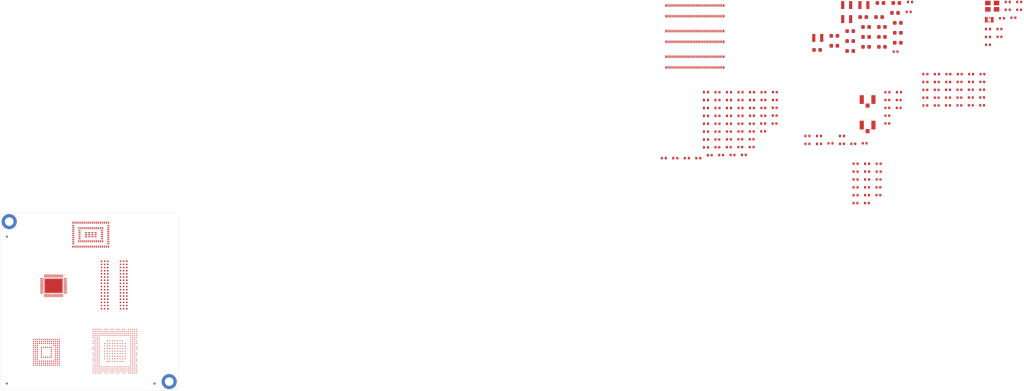
<source format=kicad_pcb>
(kicad_pcb (version 20171130) (host pcbnew 5.1.10-88a1d61d58~90~ubuntu20.04.1)
  (title_block (title "Logicboard 1A ") (date 2021-08-02) (rev 2.0.0) (company www.logicboards.org))
  (layers (0 L1_Sig_Pwr.Cu mixed) (1 L2_Gnd.Cu power) (2 L3_Sig_Pwr.Cu mixed) (3 L4_Gnd_Signal.Cu mixed) (4 L5_Gnd.Cu power) (31 L6_Sig_Pwr.Cu mixed) (34 B.Paste user hide) (35 F.Paste user hide) (36 B.SilkS user hide) (37 F.SilkS user hide) (38 B.Mask user hide) (39 F.Mask user hide) (44 Edge.Cuts user))
  (net 0 "")
  (net 1 "Net-(C101-Pad1)")
  (net 2 /HSE_IN)
  (net 3 /HSE_OUT)
  (net 4 NRST)
  (net 5 /LSE_IN)
  (net 6 PMIC_VREF_DDR)
  (net 7 PMIC_LDO3_VTT_DDR)
  (net 8 PMIC_VOUT2_VDD_DDR)
  (net 9 PMIC_VOUT3_VDD)
  (net 10 PMIC_VOUT1_VDD_CORE)
  (net 11 "Net-(C315-Pad1)")
  (net 12 "Net-(C316-Pad1)")
  (net 13 MPU_VDDA_1V8_REG)
  (net 14 PMIC_LDO4_VDD_USB)
  (net 15 "Net-(C324-Pad1)")
  (net 16 PMIC_VOUT4_3V3)
  (net 17 5V_VIN)
  (net 18 "Net-(C409-Pad2)")
  (net 19 PMIC_LDO1_1V8)
  (net 20 PMIC_LDO6_1V0)
  (net 21 PMIC_LDO2_2V9)
  (net 22 PMIC_LDO5_2V9)
  (net 23 "Net-(C421-Pad1)")
  (net 24 "Net-(C507-Pad1)")
  (net 25 VDDOUT_VDDIO)
  (net 26 "Net-(C605-Pad1)")
  (net 27 "Net-(L401-Pad1)")
  (net 28 "Net-(L402-Pad1)")
  (net 29 "Net-(L403-Pad1)")
  (net 30 "Net-(L404-Pad1)")
  (net 31 "Net-(R101-Pad1)")
  (net 32 I2C1_SCL)
  (net 33 I2C1_SDA)
  (net 34 I2C4_SCL)
  (net 35 I2C4_SDA)
  (net 36 "Net-(R201-Pad1)")
  (net 37 "/MPU Memory/DDR_A0")
  (net 38 "/MPU Memory/DDR_A1")
  (net 39 "/MPU Memory/DDR_A2")
  (net 40 "/MPU Memory/DDR_A3")
  (net 41 "/MPU Memory/DDR_A4")
  (net 42 "/MPU Memory/DDR_A5")
  (net 43 "/MPU Memory/DDR_A6")
  (net 44 "/MPU Memory/DDR_A7")
  (net 45 "/MPU Memory/DDR_A8")
  (net 46 "/MPU Memory/DDR_A9")
  (net 47 "/MPU Memory/DDR_A10")
  (net 48 "Net-(R213-Pad1)")
  (net 49 "/MPU Memory/DDR_A11")
  (net 50 "/MPU Memory/DDR_A12")
  (net 51 "/MPU Memory/DDR_A13")
  (net 52 "/MPU Memory/DDR_A14")
  (net 53 "/MPU Memory/DDR_BA0")
  (net 54 "/MPU Memory/DDR_BA1")
  (net 55 "/MPU Memory/DDR_BA2")
  (net 56 "/MPU Memory/DDR_RESETN")
  (net 57 "/MPU Memory/DDR_CLK_N")
  (net 58 "/MPU Memory/DDR_CLK_P")
  (net 59 "/MPU Memory/DDR_CKE")
  (net 60 "/MPU Memory/DDR_RASN")
  (net 61 "/MPU Memory/DDR_ODT")
  (net 62 "/MPU Memory/DDR_CASN")
  (net 63 "/MPU Memory/DDR_CSN")
  (net 64 "/MPU Memory/DDR_WEN")
  (net 65 VBAT)
  (net 66 "Net-(R303-Pad1)")
  (net 67 "Net-(R401-Pad1)")
  (net 68 "Net-(R402-Pad1)")
  (net 69 SDMMC2_D0)
  (net 70 SDMMC2_D1)
  (net 71 SDMMC2_D2)
  (net 72 SDMMC2_D3)
  (net 73 SDMMC2_D4)
  (net 74 SDMMC2_D5)
  (net 75 SDMMC2_D6)
  (net 76 SDMMC2_D7)
  (net 77 SDMMC2_CK)
  (net 78 SDMMC2_CMD)
  (net 79 SDMMC3_D2)
  (net 80 SDMMC3_D1)
  (net 81 SDMMC3_D0)
  (net 82 SDMMC3_D3)
  (net 83 SDMMC3_CMD)
  (net 84 BT_HOST_WAKE)
  (net 85 PE13)
  (net 86 WL_HOST_WAKE)
  (net 87 BT_USART2_TX)
  (net 88 PA8)
  (net 89 DSI_LCD_INT)
  (net 90 DSI_CK_N)
  (net 91 DSI_D1_N)
  (net 92 JTDO_TRACESWO)
  (net 93 JTDI)
  (net 94 "Net-(U101-PadA21)")
  (net 95 "Net-(U101-PadA22)")
  (net 96 PH15)
  (net 97 PH12)
  (net 98 WL_REG_ON)
  (net 99 PE12)
  (net 100 PD10)
  (net 101 BT_USART2_RTS)
  (net 102 SDMMC3_CK)
  (net 103 PD0)
  (net 104 PD1)
  (net 105 PB9)
  (net 106 DSI_TE)
  (net 107 DSI_D0_N)
  (net 108 DSI_CK_P)
  (net 109 DSI_D1_P)
  (net 110 JTRST)
  (net 111 STLINK_SWCLK)
  (net 112 "Net-(U101-PadB21)")
  (net 113 "Net-(U101-PadB22)")
  (net 114 "Net-(U101-PadB23)")
  (net 115 PI0)
  (net 116 PH10)
  (net 117 PH14)
  (net 118 PH11)
  (net 119 PH9)
  (net 120 PE14)
  (net 121 PE1)
  (net 122 PE6)
  (net 123 DSI_D0_P)
  (net 124 PA15)
  (net 125 STLINK_SWDIO)
  (net 126 "Net-(U101-PadC22)")
  (net 127 "Net-(U101-PadC23)")
  (net 128 PH13)
  (net 129 BT_USART2_RX)
  (net 130 PE15)
  (net 131 PH8)
  (net 132 PE0)
  (net 133 PB7)
  (net 134 SDMMC1_CMD)
  (net 135 SDMMC1_CK)
  (net 136 BT_USART2_CTS)
  (net 137 SDMMC1_D2)
  (net 138 SDMMC1_D3)
  (net 139 SDMMC1_D1)
  (net 140 SDMMC1_D0)
  (net 141 DSI_RESET)
  (net 142 "Net-(U101-PadD21)")
  (net 143 "Net-(U101-PadD22)")
  (net 144 "Net-(U101-PadD23)")
  (net 145 PI3)
  (net 146 PI2)
  (net 147 PI1)
  (net 148 PI4)
  (net 149 "/MPU Memory/DDR_DQ3")
  (net 150 "/MPU Memory/DDR_DQ0")
  (net 151 "Net-(U101-PadE23)")
  (net 152 PI7)
  (net 153 PI5)
  (net 154 PI6)
  (net 155 "/MPU Memory/DDR_DQ1")
  (net 156 BT_PCM_SDI)
  (net 157 BT_PCM_CLK)
  (net 158 BT_PCM_WS)
  (net 159 "/MPU Memory/DDR_DQ7")
  (net 160 "/MPU Memory/DDR_DQS0_P")
  (net 161 "/MPU Memory/DDR_DQS0_N")
  (net 162 BT_REG_ON)
  (net 163 PI9)
  (net 164 "/MPU Memory/DDR_DQ2")
  (net 165 "/MPU Memory/DDR_DQ6")
  (net 166 "/MPU Memory/DDR_DQM0")
  (net 167 PD15)
  (net 168 BT_DEV_WAKE)
  (net 169 BT_PCM_SDO)
  (net 170 "/MPU Memory/DDR_DQ4")
  (net 171 "/MPU Memory/DDR_DQ5")
  (net 172 PD9)
  (net 173 PMIC_WAKEUP)
  (net 174 PD8)
  (net 175 PG12)
  (net 176 "Net-(U101-PadK20)")
  (net 177 PD14)
  (net 178 LPO_32)
  (net 179 "Net-(U101-PadL21)")
  (net 180 BOOT2)
  (net 181 BOOT0)
  (net 182 PA13)
  (net 183 "Net-(U101-PadN3)")
  (net 184 BOOT1)
  (net 185 STUSB1600_IRQOUTn)
  (net 186 "Net-(U101-PadP20)")
  (net 187 POWER_ON)
  (net 188 PI10)
  (net 189 PA14)
  (net 190 PG3)
  (net 191 "/MPU Memory/DDR_DQ8")
  (net 192 "/MPU Memory/DDR_DQ10")
  (net 193 "/MPU Memory/DDR_DQ13")
  (net 194 PF3)
  (net 195 PA3)
  (net 196 ANA0)
  (net 197 ANA1)
  (net 198 "/MPU Memory/DDR_DQ9")
  (net 199 "/MPU Memory/DDR_DQS1_P")
  (net 200 "/MPU Memory/DDR_DQS1_N")
  (net 201 PG2)
  (net 202 PA5)
  (net 203 PA4)
  (net 204 "/MPU Memory/DDR_DQM1")
  (net 205 PG1)
  (net 206 PC3)
  (net 207 PH7)
  (net 208 "/MPU Memory/DDR_DQ11")
  (net 209 "/MPU Memory/DDR_DQ14")
  (net 210 "/MPU Memory/DDR_DQ12")
  (net 211 PE2)
  (net 212 PC2)
  (net 213 PB10)
  (net 214 PF13)
  (net 215 PG5)
  (net 216 PG11)
  (net 217 PB5)
  (net 218 PF12)
  (net 219 PF11)
  (net 220 PH6)
  (net 221 PF10)
  (net 222 PG9)
  (net 223 PB6)
  (net 224 PE10)
  (net 225 PB2)
  (net 226 PA10)
  (net 227 "Net-(U101-PadY19)")
  (net 228 "/MPU Memory/DDR_DQ15")
  (net 229 "Net-(U101-PadY22)")
  (net 230 "Net-(U101-PadY23)")
  (net 231 PG14)
  (net 232 PG13)
  (net 233 PH3)
  (net 234 PA1)
  (net 235 PC1)
  (net 236 PB1)
  (net 237 PE9)
  (net 238 PB13)
  (net 239 PE7)
  (net 240 PF6)
  (net 241 PF9)
  (net 242 PA11)
  (net 243 DSI_BL_CTRL)
  (net 244 "Net-(U101-PadAA20)")
  (net 245 "Net-(U101-PadAA22)")
  (net 246 "Net-(U101-PadAA23)")
  (net 247 PB11)
  (net 248 PG4)
  (net 249 PA0_WAKEUP)
  (net 250 PH2)
  (net 251 PC0)
  (net 252 PB0)
  (net 253 PC5)
  (net 254 PA7)
  (net 255 PG8)
  (net 256 PG10)
  (net 257 PF7)
  (net 258 USB2_N)
  (net 259 USB1_N)
  (net 260 PA12)
  (net 261 "Net-(U101-PadAB20)")
  (net 262 "Net-(U101-PadAB21)")
  (net 263 "Net-(U101-PadAB22)")
  (net 264 "Net-(U101-PadAB23)")
  (net 265 PG0)
  (net 266 PA2)
  (net 267 PF14)
  (net 268 PB12)
  (net 269 PC4)
  (net 270 PA6)
  (net 271 PD11)
  (net 272 PF8)
  (net 273 PE8)
  (net 274 PG7)
  (net 275 USB2_P)
  (net 276 USB1_P)
  (net 277 OTG_VBUS)
  (net 278 "Net-(U101-PadAC21)")
  (net 279 "Net-(U101-PadAC22)")
  (net 280 PONKEYn)
  (net 281 PMIC_VBUSOTG)
  (net 282 SW_OUT)
  (net 283 "Net-(U501-PadA7)")
  (net 284 "Net-(U501-PadA10)")
  (net 285 "Net-(U501-PadA11)")
  (net 286 "Net-(U501-PadA12)")
  (net 287 "Net-(U501-PadA13)")
  (net 288 "Net-(U501-PadA14)")
  (net 289 "Net-(U501-PadB1)")
  (net 290 "Net-(U501-PadB9)")
  (net 291 "Net-(U501-PadB10)")
  (net 292 "Net-(U501-PadB11)")
  (net 293 "Net-(U501-PadB12)")
  (net 294 "Net-(U501-PadB13)")
  (net 295 "Net-(U501-PadB14)")
  (net 296 "Net-(U501-PadC8)")
  (net 297 "Net-(U501-PadC9)")
  (net 298 "Net-(U501-PadC10)")
  (net 299 "Net-(U501-PadC11)")
  (net 300 "Net-(U501-PadC12)")
  (net 301 "Net-(U501-PadC13)")
  (net 302 "Net-(U501-PadC14)")
  (net 303 "Net-(U501-PadD1)")
  (net 304 "Net-(U501-PadD12)")
  (net 305 "Net-(U501-PadD13)")
  (net 306 "Net-(U501-PadD14)")
  (net 307 "Net-(U501-PadE5)")
  (net 308 "Net-(U501-PadE8)")
  (net 309 "Net-(U501-PadE9)")
  (net 310 "Net-(U501-PadE10)")
  (net 311 "Net-(U501-PadE12)")
  (net 312 "Net-(U501-PadE13)")
  (net 313 "Net-(U501-PadE14)")
  (net 314 "Net-(U501-PadF3)")
  (net 315 "Net-(U501-PadF10)")
  (net 316 "Net-(U501-PadF12)")
  (net 317 "Net-(U501-PadF13)")
  (net 318 "Net-(U501-PadF14)")
  (net 319 "Net-(U501-PadG2)")
  (net 320 "Net-(U501-PadG3)")
  (net 321 "Net-(U501-PadG10)")
  (net 322 "Net-(U501-PadG12)")
  (net 323 "Net-(U501-PadG13)")
  (net 324 "Net-(U501-PadG14)")
  (net 325 "Net-(U501-PadH1)")
  (net 326 "Net-(U501-PadH2)")
  (net 327 "Net-(U501-PadH3)")
  (net 328 "Net-(U501-PadH5)")
  (net 329 "Net-(U501-PadH12)")
  (net 330 "Net-(U501-PadH13)")
  (net 331 "Net-(U501-PadH14)")
  (net 332 "Net-(U501-PadJ12)")
  (net 333 "Net-(U501-PadJ13)")
  (net 334 "Net-(U501-PadJ14)")
  (net 335 "Net-(U501-PadK6)")
  (net 336 "Net-(U501-PadK7)")
  (net 337 "Net-(U501-PadK10)")
  (net 338 "Net-(U501-PadK12)")
  (net 339 "Net-(U501-PadK13)")
  (net 340 "Net-(U501-PadK14)")
  (net 341 "Net-(U501-PadL12)")
  (net 342 "Net-(U501-PadL13)")
  (net 343 "Net-(U501-PadL14)")
  (net 344 "Net-(U501-PadM1)")
  (net 345 "Net-(U501-PadM2)")
  (net 346 "Net-(U501-PadM3)")
  (net 347 "Net-(U501-PadM7)")
  (net 348 "Net-(U501-PadM8)")
  (net 349 "Net-(U501-PadM9)")
  (net 350 "Net-(U501-PadM10)")
  (net 351 "Net-(U501-PadM11)")
  (net 352 "Net-(U501-PadM12)")
  (net 353 "Net-(U501-PadM13)")
  (net 354 "Net-(U501-PadM14)")
  (net 355 "Net-(U501-PadN1)")
  (net 356 "Net-(U501-PadN3)")
  (net 357 "Net-(U501-PadN6)")
  (net 358 "Net-(U501-PadN7)")
  (net 359 "Net-(U501-PadN8)")
  (net 360 "Net-(U501-PadN9)")
  (net 361 "Net-(U501-PadN10)")
  (net 362 "Net-(U501-PadN11)")
  (net 363 "Net-(U501-PadN12)")
  (net 364 "Net-(U501-PadN13)")
  (net 365 "Net-(U501-PadN14)")
  (net 366 "Net-(U501-PadP2)")
  (net 367 "Net-(U501-PadP7)")
  (net 368 "Net-(U501-PadP8)")
  (net 369 "Net-(U501-PadP9)")
  (net 370 "Net-(U501-PadP10)")
  (net 371 "Net-(U501-PadP11)")
  (net 372 "Net-(U501-PadP12)")
  (net 373 "Net-(U501-PadP13)")
  (net 374 "Net-(U501-PadP14)")
  (net 375 "Net-(U601-Pad8)")
  (net 376 "Net-(U601-Pad12)")
  (net 377 "Net-(U601-Pad16)")
  (net 378 "Net-(U601-Pad17)")
  (net 379 "Net-(U601-Pad18)")
  (net 380 "Net-(U601-Pad37)")
  (net 381 "Net-(U601-Pad38)")
  (net 382 "Net-(U601-Pad39)")
  (net 383 "Net-(U601-Pad40)")
  (net 384 "Net-(U601-Pad41)")
  (net 385 "Net-(U601-Pad42)")
  (net 386 "Net-(U601-Pad43)")
  (net 387 "Net-(U601-Pad44)")
  (net 388 "Net-(U601-Pad45)")
  (net 389 "Net-(U601-Pad46)")
  (net 390 "Net-(U601-Pad54)")
  (net 391 "Net-(U601-Pad55)")
  (net 392 "Net-(U601-Pad56)")
  (net 393 "Net-(U601-Pad61)")
  (net 394 "Net-(U601-Pad62)")
  (net 395 "Net-(U601-Pad63)")
  (net 396 "Net-(U601-Pad64)")
  (net 397 "Net-(U601-Pad66)")
  (net 398 "Net-(U601-Pad67)")
  (net 399 "Net-(U601-Pad68)")
  (net 400 "Net-(U601-Pad69)")
  (net 401 "Net-(U601-Pad70)")
  (net 402 "Net-(U601-Pad71)")
  (net 403 "Net-(U601-Pad74)")
  (net 404 "Net-(U601-Pad75)")
  (net 405 "Net-(U601-Pad76)")
  (net 406 "Net-(U601-Pad77)")
  (net 407 "Net-(U601-Pad78)")
  (net 408 "Net-(U601-Pad79)")
  (net 409 "Net-(U601-Pad81)")
  (net 410 "Net-(U601-Pad86)")
  (net 411 "Net-(U601-Pad87)")
  (net 412 "Net-(U601-Pad88)")
  (net 413 "Net-(U601-Pad89)")
  (net 414 "Net-(U601-Pad90)")
  (net 415 "Net-(U601-Pad91)")
  (net 416 "Net-(U601-Pad92)")
  (net 417 "Net-(U601-Pad93)")
  (net 418 "Net-(U702-Pad34)")
  (net 419 "Net-(U702-Pad35)")
  (net 420 "Net-(U702-Pad36)")
  (net 421 "Net-(U702-Pad37)")
  (net 422 "Net-(U702-Pad38)")
  (net 423 "Net-(U703-Pad1)")
  (net 424 "Net-(U703-Pad2)")
  (net 425 "Net-(U703-Pad3)")
  (net 426 "Net-(U703-Pad4)")
  (net 427 "Net-(U703-Pad5)")
  (net 428 "Net-(U703-Pad6)")
  (net 429 "Net-(U703-Pad7)")
  (net 430 "Net-(U703-Pad8)")
  (net 431 "Net-(U703-Pad9)")
  (net 432 "Net-(U703-Pad10)")
  (net 433 "Net-(U703-Pad11)")
  (net 434 "Net-(U703-Pad12)")
  (net 435 "Net-(U703-Pad13)")
  (net 436 "Net-(U703-Pad14)")
  (net 437 "Net-(U703-Pad15)")
  (net 438 "Net-(U703-Pad16)")
  (net 439 "Net-(U703-Pad17)")
  (net 440 "Net-(U703-Pad18)")
  (net 441 "Net-(U703-Pad19)")
  (net 442 "Net-(U703-Pad20)")
  (net 443 "Net-(U703-Pad21)")
  (net 444 "Net-(U703-Pad22)")
  (net 445 "Net-(U703-Pad23)")
  (net 446 "Net-(U703-Pad24)")
  (net 447 "Net-(U703-Pad25)")
  (net 448 "Net-(U703-Pad26)")
  (net 449 "Net-(U703-Pad27)")
  (net 450 "Net-(U703-Pad28)")
  (net 451 "Net-(U703-Pad29)")
  (net 452 "Net-(U703-Pad30)")
  (net 453 "Net-(U703-Pad31)")
  (net 454 "Net-(U703-Pad32)")
  (net 455 "Net-(U703-Pad33)")
  (net 456 "Net-(U703-Pad34)")
  (net 457 "Net-(U703-Pad35)")
  (net 458 "Net-(U703-Pad36)")
  (net 459 "Net-(U703-Pad37)")
  (net 460 "Net-(U703-Pad38)")
  (net 461 "Net-(U703-Pad39)")
  (net 462 "Net-(U703-Pad40)")
  (net 463 "Net-(U703-Pad41)")
  (net 464 "Net-(U703-Pad42)")
  (net 465 "Net-(U703-Pad43)")
  (net 466 "Net-(U703-Pad44)")
  (net 467 "Net-(U703-Pad45)")
  (net 468 "Net-(U703-Pad46)")
  (net 469 "Net-(U703-Pad47)")
  (net 470 "Net-(U703-Pad48)")
  (net 471 "Net-(U703-Pad49)")
  (net 472 "Net-(U703-Pad50)")
  (net 473 "Net-(U703-Pad51)")
  (net 474 "Net-(U703-Pad52)")
  (net 475 "Net-(U703-Pad53)")
  (net 476 "Net-(U703-Pad54)")
  (net 477 "Net-(U703-Pad55)")
  (net 478 "Net-(U703-Pad56)")
  (net 479 "Net-(U703-Pad57)")
  (net 480 "Net-(U703-Pad58)")
  (net 481 "Net-(U703-Pad59)")
  (net 482 "Net-(U703-Pad60)")
  (net 483 "Net-(U703-Pad61)")
  (net 484 "Net-(U703-Pad62)")
  (net 485 "Net-(U703-Pad63)")
  (net 486 "Net-(U703-Pad64)")
  (net 487 "Net-(U703-Pad65)")
  (net 488 "Net-(U703-Pad66)")
  (net 489 "Net-(U703-Pad67)")
  (net 490 "Net-(U703-Pad68)")
  (net 491 "Net-(U703-Pad69)")
  (net 492 "Net-(U703-Pad70)")
  (net 493 "Net-(X101-Pad1)")
  (net 494 BT_RF_OUT)
  (net 495 "Net-(C603-Pad1)")
  (net 496 "Net-(C604-Pad1)")
  (net 497 GND)
  (module U_Crystal:TSX3225240000MF10ZC3 (layer L1_Sig_Pwr.Cu) (at 390.545 27.895)
    (fp_text reference Y101 hide)
    (fp_text value 24MHz hide)
    (pad 4 smd rect (at -1.1 -0.8) (size 1.4 1.15) (layers L1_Sig_Pwr.Cu F.Paste F.Mask) (net 497 GND))
    (pad 3 smd rect (at 1.1 -0.8) (size 1.4 1.15) (layers L1_Sig_Pwr.Cu F.Paste F.Mask) (net 3 /HSE_OUT))
    (pad 2 smd rect (at 1.1 0.8) (size 1.4 1.15) (layers L1_Sig_Pwr.Cu F.Paste F.Mask) (net 497 GND))
    (pad 1 smd rect (at -1.1 0.8) (size 1.4 1.15) (layers L1_Sig_Pwr.Cu F.Paste F.Mask) (net 2 /HSE_IN))
  )
  (module U_Crystal:SiT1533AC-H5-DCC-32.768E (layer L1_Sig_Pwr.Cu) (at 389.795 31.315)
    (fp_text reference X101 hide)
    (fp_text value 32.768kHz hide)
    (pad 2 smd rect (at -0.1 0.45) (size 0.2 0.5) (layers L1_Sig_Pwr.Cu F.Paste F.Mask) (net 497 GND))
    (pad 4 smd rect (at 0.1 -0.45) (size 0.2 0.5) (layers L1_Sig_Pwr.Cu F.Paste F.Mask) (net 9 PMIC_VOUT3_VDD))
    (pad 3 smd rect (at 0.75 0) (size 0.7 1.4) (layers L1_Sig_Pwr.Cu F.Paste F.Mask) (net 5 /LSE_IN))
    (pad 1 smd rect (at -0.75 0) (size 0.7 1.4) (layers L1_Sig_Pwr.Cu F.Paste F.Mask) (net 493 "Net-(X101-Pad1)"))
  )
  (module U_Connector:DF40C70DP04V51 (layer L1_Sig_Pwr.Cu) (at 315.455 29.07)
    (fp_text reference U703 hide)
    (fp_text value "DF40C-70DP-0.4V(51)" hide)
    (pad 1 smd rect (at -6.8 1.355) (size 0.23 0.66) (layers L1_Sig_Pwr.Cu F.Paste F.Mask) (net 423 "Net-(U703-Pad1)"))
    (pad 2 smd rect (at -6.8 -1.355) (size 0.23 0.66) (layers L1_Sig_Pwr.Cu F.Paste F.Mask) (net 424 "Net-(U703-Pad2)"))
    (pad 3 smd rect (at -6.4 1.355) (size 0.23 0.66) (layers L1_Sig_Pwr.Cu F.Paste F.Mask) (net 425 "Net-(U703-Pad3)"))
    (pad 4 smd rect (at -6.4 -1.355) (size 0.23 0.66) (layers L1_Sig_Pwr.Cu F.Paste F.Mask) (net 426 "Net-(U703-Pad4)"))
    (pad 5 smd rect (at -6 1.355) (size 0.23 0.66) (layers L1_Sig_Pwr.Cu F.Paste F.Mask) (net 427 "Net-(U703-Pad5)"))
    (pad 6 smd rect (at -6 -1.355) (size 0.23 0.66) (layers L1_Sig_Pwr.Cu F.Paste F.Mask) (net 428 "Net-(U703-Pad6)"))
    (pad 7 smd rect (at -5.6 1.355) (size 0.23 0.66) (layers L1_Sig_Pwr.Cu F.Paste F.Mask) (net 429 "Net-(U703-Pad7)"))
    (pad 8 smd rect (at -5.6 -1.355) (size 0.23 0.66) (layers L1_Sig_Pwr.Cu F.Paste F.Mask) (net 430 "Net-(U703-Pad8)"))
    (pad 9 smd rect (at -5.2 1.355) (size 0.23 0.66) (layers L1_Sig_Pwr.Cu F.Paste F.Mask) (net 431 "Net-(U703-Pad9)"))
    (pad 10 smd rect (at -5.2 -1.355) (size 0.23 0.66) (layers L1_Sig_Pwr.Cu F.Paste F.Mask) (net 432 "Net-(U703-Pad10)"))
    (pad 11 smd rect (at -4.8 1.355) (size 0.23 0.66) (layers L1_Sig_Pwr.Cu F.Paste F.Mask) (net 433 "Net-(U703-Pad11)"))
    (pad 12 smd rect (at -4.8 -1.355) (size 0.23 0.66) (layers L1_Sig_Pwr.Cu F.Paste F.Mask) (net 434 "Net-(U703-Pad12)"))
    (pad 13 smd rect (at -4.4 1.355) (size 0.23 0.66) (layers L1_Sig_Pwr.Cu F.Paste F.Mask) (net 435 "Net-(U703-Pad13)"))
    (pad 14 smd rect (at -4.4 -1.355) (size 0.23 0.66) (layers L1_Sig_Pwr.Cu F.Paste F.Mask) (net 436 "Net-(U703-Pad14)"))
    (pad 15 smd rect (at -4 1.355) (size 0.23 0.66) (layers L1_Sig_Pwr.Cu F.Paste F.Mask) (net 437 "Net-(U703-Pad15)"))
    (pad 16 smd rect (at -4 -1.355) (size 0.23 0.66) (layers L1_Sig_Pwr.Cu F.Paste F.Mask) (net 438 "Net-(U703-Pad16)"))
    (pad 17 smd rect (at -3.6 1.355) (size 0.23 0.66) (layers L1_Sig_Pwr.Cu F.Paste F.Mask) (net 439 "Net-(U703-Pad17)"))
    (pad 18 smd rect (at -3.6 -1.355) (size 0.23 0.66) (layers L1_Sig_Pwr.Cu F.Paste F.Mask) (net 440 "Net-(U703-Pad18)"))
    (pad 19 smd rect (at -3.2 1.355) (size 0.23 0.66) (layers L1_Sig_Pwr.Cu F.Paste F.Mask) (net 441 "Net-(U703-Pad19)"))
    (pad 20 smd rect (at -3.2 -1.355) (size 0.23 0.66) (layers L1_Sig_Pwr.Cu F.Paste F.Mask) (net 442 "Net-(U703-Pad20)"))
    (pad 21 smd rect (at -2.8 1.355) (size 0.23 0.66) (layers L1_Sig_Pwr.Cu F.Paste F.Mask) (net 443 "Net-(U703-Pad21)"))
    (pad 22 smd rect (at -2.8 -1.355) (size 0.23 0.66) (layers L1_Sig_Pwr.Cu F.Paste F.Mask) (net 444 "Net-(U703-Pad22)"))
    (pad 23 smd rect (at -2.4 1.355) (size 0.23 0.66) (layers L1_Sig_Pwr.Cu F.Paste F.Mask) (net 445 "Net-(U703-Pad23)"))
    (pad 24 smd rect (at -2.4 -1.355) (size 0.23 0.66) (layers L1_Sig_Pwr.Cu F.Paste F.Mask) (net 446 "Net-(U703-Pad24)"))
    (pad 25 smd rect (at -2 1.355) (size 0.23 0.66) (layers L1_Sig_Pwr.Cu F.Paste F.Mask) (net 447 "Net-(U703-Pad25)"))
    (pad 26 smd rect (at -2 -1.355) (size 0.23 0.66) (layers L1_Sig_Pwr.Cu F.Paste F.Mask) (net 448 "Net-(U703-Pad26)"))
    (pad 27 smd rect (at -1.6 1.355) (size 0.23 0.66) (layers L1_Sig_Pwr.Cu F.Paste F.Mask) (net 449 "Net-(U703-Pad27)"))
    (pad 28 smd rect (at -1.6 -1.355) (size 0.23 0.66) (layers L1_Sig_Pwr.Cu F.Paste F.Mask) (net 450 "Net-(U703-Pad28)"))
    (pad 29 smd rect (at -1.2 1.355) (size 0.23 0.66) (layers L1_Sig_Pwr.Cu F.Paste F.Mask) (net 451 "Net-(U703-Pad29)"))
    (pad 30 smd rect (at -1.2 -1.355) (size 0.23 0.66) (layers L1_Sig_Pwr.Cu F.Paste F.Mask) (net 452 "Net-(U703-Pad30)"))
    (pad 31 smd rect (at -0.8 1.355) (size 0.23 0.66) (layers L1_Sig_Pwr.Cu F.Paste F.Mask) (net 453 "Net-(U703-Pad31)"))
    (pad 32 smd rect (at -0.8 -1.355) (size 0.23 0.66) (layers L1_Sig_Pwr.Cu F.Paste F.Mask) (net 454 "Net-(U703-Pad32)"))
    (pad 33 smd rect (at -0.4 1.355) (size 0.23 0.66) (layers L1_Sig_Pwr.Cu F.Paste F.Mask) (net 455 "Net-(U703-Pad33)"))
    (pad 34 smd rect (at -0.4 -1.355) (size 0.23 0.66) (layers L1_Sig_Pwr.Cu F.Paste F.Mask) (net 456 "Net-(U703-Pad34)"))
    (pad 35 smd rect (at 0 1.355) (size 0.23 0.66) (layers L1_Sig_Pwr.Cu F.Paste F.Mask) (net 457 "Net-(U703-Pad35)"))
    (pad 36 smd rect (at 0 -1.355) (size 0.23 0.66) (layers L1_Sig_Pwr.Cu F.Paste F.Mask) (net 458 "Net-(U703-Pad36)"))
    (pad 37 smd rect (at 0.4 1.355) (size 0.23 0.66) (layers L1_Sig_Pwr.Cu F.Paste F.Mask) (net 459 "Net-(U703-Pad37)"))
    (pad 38 smd rect (at 0.4 -1.355) (size 0.23 0.66) (layers L1_Sig_Pwr.Cu F.Paste F.Mask) (net 460 "Net-(U703-Pad38)"))
    (pad 39 smd rect (at 0.8 1.355) (size 0.23 0.66) (layers L1_Sig_Pwr.Cu F.Paste F.Mask) (net 461 "Net-(U703-Pad39)"))
    (pad 40 smd rect (at 0.8 -1.355) (size 0.23 0.66) (layers L1_Sig_Pwr.Cu F.Paste F.Mask) (net 462 "Net-(U703-Pad40)"))
    (pad 41 smd rect (at 1.2 1.355) (size 0.23 0.66) (layers L1_Sig_Pwr.Cu F.Paste F.Mask) (net 463 "Net-(U703-Pad41)"))
    (pad 42 smd rect (at 1.2 -1.355) (size 0.23 0.66) (layers L1_Sig_Pwr.Cu F.Paste F.Mask) (net 464 "Net-(U703-Pad42)"))
    (pad 43 smd rect (at 1.6 1.355) (size 0.23 0.66) (layers L1_Sig_Pwr.Cu F.Paste F.Mask) (net 465 "Net-(U703-Pad43)"))
    (pad 44 smd rect (at 1.6 -1.355) (size 0.23 0.66) (layers L1_Sig_Pwr.Cu F.Paste F.Mask) (net 466 "Net-(U703-Pad44)"))
    (pad 45 smd rect (at 2 1.355) (size 0.23 0.66) (layers L1_Sig_Pwr.Cu F.Paste F.Mask) (net 467 "Net-(U703-Pad45)"))
    (pad 46 smd rect (at 2 -1.355) (size 0.23 0.66) (layers L1_Sig_Pwr.Cu F.Paste F.Mask) (net 468 "Net-(U703-Pad46)"))
    (pad 47 smd rect (at 2.4 1.355) (size 0.23 0.66) (layers L1_Sig_Pwr.Cu F.Paste F.Mask) (net 469 "Net-(U703-Pad47)"))
    (pad 48 smd rect (at 2.4 -1.355) (size 0.23 0.66) (layers L1_Sig_Pwr.Cu F.Paste F.Mask) (net 470 "Net-(U703-Pad48)"))
    (pad 49 smd rect (at 2.8 1.355) (size 0.23 0.66) (layers L1_Sig_Pwr.Cu F.Paste F.Mask) (net 471 "Net-(U703-Pad49)"))
    (pad 50 smd rect (at 2.8 -1.355) (size 0.23 0.66) (layers L1_Sig_Pwr.Cu F.Paste F.Mask) (net 472 "Net-(U703-Pad50)"))
    (pad 51 smd rect (at 3.2 1.355) (size 0.23 0.66) (layers L1_Sig_Pwr.Cu F.Paste F.Mask) (net 473 "Net-(U703-Pad51)"))
    (pad 52 smd rect (at 3.2 -1.355) (size 0.23 0.66) (layers L1_Sig_Pwr.Cu F.Paste F.Mask) (net 474 "Net-(U703-Pad52)"))
    (pad 53 smd rect (at 3.6 1.355) (size 0.23 0.66) (layers L1_Sig_Pwr.Cu F.Paste F.Mask) (net 475 "Net-(U703-Pad53)"))
    (pad 54 smd rect (at 3.6 -1.355) (size 0.23 0.66) (layers L1_Sig_Pwr.Cu F.Paste F.Mask) (net 476 "Net-(U703-Pad54)"))
    (pad 55 smd rect (at 4 1.355) (size 0.23 0.66) (layers L1_Sig_Pwr.Cu F.Paste F.Mask) (net 477 "Net-(U703-Pad55)"))
    (pad 56 smd rect (at 4 -1.355) (size 0.23 0.66) (layers L1_Sig_Pwr.Cu F.Paste F.Mask) (net 478 "Net-(U703-Pad56)"))
    (pad 57 smd rect (at 4.4 1.355) (size 0.23 0.66) (layers L1_Sig_Pwr.Cu F.Paste F.Mask) (net 479 "Net-(U703-Pad57)"))
    (pad 58 smd rect (at 4.4 -1.355) (size 0.23 0.66) (layers L1_Sig_Pwr.Cu F.Paste F.Mask) (net 480 "Net-(U703-Pad58)"))
    (pad 59 smd rect (at 4.8 1.355) (size 0.23 0.66) (layers L1_Sig_Pwr.Cu F.Paste F.Mask) (net 481 "Net-(U703-Pad59)"))
    (pad 60 smd rect (at 4.8 -1.355) (size 0.23 0.66) (layers L1_Sig_Pwr.Cu F.Paste F.Mask) (net 482 "Net-(U703-Pad60)"))
    (pad 61 smd rect (at 5.2 1.355) (size 0.23 0.66) (layers L1_Sig_Pwr.Cu F.Paste F.Mask) (net 483 "Net-(U703-Pad61)"))
    (pad 62 smd rect (at 5.2 -1.355) (size 0.23 0.66) (layers L1_Sig_Pwr.Cu F.Paste F.Mask) (net 484 "Net-(U703-Pad62)"))
    (pad 63 smd rect (at 5.6 1.355) (size 0.23 0.66) (layers L1_Sig_Pwr.Cu F.Paste F.Mask) (net 485 "Net-(U703-Pad63)"))
    (pad 64 smd rect (at 5.6 -1.355) (size 0.23 0.66) (layers L1_Sig_Pwr.Cu F.Paste F.Mask) (net 486 "Net-(U703-Pad64)"))
    (pad 65 smd rect (at 6 1.355) (size 0.23 0.66) (layers L1_Sig_Pwr.Cu F.Paste F.Mask) (net 487 "Net-(U703-Pad65)"))
    (pad 66 smd rect (at 6 -1.355) (size 0.23 0.66) (layers L1_Sig_Pwr.Cu F.Paste F.Mask) (net 488 "Net-(U703-Pad66)"))
    (pad 67 smd rect (at 6.4 1.355) (size 0.23 0.66) (layers L1_Sig_Pwr.Cu F.Paste F.Mask) (net 489 "Net-(U703-Pad67)"))
    (pad 68 smd rect (at 6.4 -1.355) (size 0.23 0.66) (layers L1_Sig_Pwr.Cu F.Paste F.Mask) (net 490 "Net-(U703-Pad68)"))
    (pad 69 smd rect (at 6.8 1.355) (size 0.23 0.66) (layers L1_Sig_Pwr.Cu F.Paste F.Mask) (net 491 "Net-(U703-Pad69)"))
    (pad 70 smd rect (at 6.8 -1.355) (size 0.23 0.66) (layers L1_Sig_Pwr.Cu F.Paste F.Mask) (net 492 "Net-(U703-Pad70)"))
    (pad MP1 smd rect (at 7.275 1.355) (size 0.35 0.66) (layers L1_Sig_Pwr.Cu F.Paste F.Mask))
    (pad MP2 smd rect (at 7.275 -1.355) (size 0.35 0.66) (layers L1_Sig_Pwr.Cu F.Paste F.Mask))
    (pad MP3 smd rect (at -7.275 -1.355) (size 0.35 0.66) (layers L1_Sig_Pwr.Cu F.Paste F.Mask))
    (pad MP4 smd rect (at -7.275 1.355) (size 0.35 0.66) (layers L1_Sig_Pwr.Cu F.Paste F.Mask))
  )
  (module U_Connector:DF40C70DP04V51 (layer L1_Sig_Pwr.Cu) (at 315.455 35.54)
    (fp_text reference U702 hide)
    (fp_text value "DF40C-70DP-0.4V(51)" hide)
    (pad 1 smd rect (at -6.8 1.355) (size 0.23 0.66) (layers L1_Sig_Pwr.Cu F.Paste F.Mask) (net 89 DSI_LCD_INT))
    (pad 2 smd rect (at -6.8 -1.355) (size 0.23 0.66) (layers L1_Sig_Pwr.Cu F.Paste F.Mask) (net 221 PF10))
    (pad 3 smd rect (at -6.4 1.355) (size 0.23 0.66) (layers L1_Sig_Pwr.Cu F.Paste F.Mask) (net 219 PF11))
    (pad 4 smd rect (at -6.4 -1.355) (size 0.23 0.66) (layers L1_Sig_Pwr.Cu F.Paste F.Mask) (net 218 PF12))
    (pad 5 smd rect (at -6 1.355) (size 0.23 0.66) (layers L1_Sig_Pwr.Cu F.Paste F.Mask) (net 214 PF13))
    (pad 6 smd rect (at -6 -1.355) (size 0.23 0.66) (layers L1_Sig_Pwr.Cu F.Paste F.Mask) (net 267 PF14))
    (pad 7 smd rect (at -5.6 1.355) (size 0.23 0.66) (layers L1_Sig_Pwr.Cu F.Paste F.Mask) (net 33 I2C1_SDA))
    (pad 8 smd rect (at -5.6 -1.355) (size 0.23 0.66) (layers L1_Sig_Pwr.Cu F.Paste F.Mask) (net 265 PG0))
    (pad 9 smd rect (at -5.2 1.355) (size 0.23 0.66) (layers L1_Sig_Pwr.Cu F.Paste F.Mask) (net 205 PG1))
    (pad 10 smd rect (at -5.2 -1.355) (size 0.23 0.66) (layers L1_Sig_Pwr.Cu F.Paste F.Mask) (net 201 PG2))
    (pad 11 smd rect (at -4.8 1.355) (size 0.23 0.66) (layers L1_Sig_Pwr.Cu F.Paste F.Mask) (net 190 PG3))
    (pad 12 smd rect (at -4.8 -1.355) (size 0.23 0.66) (layers L1_Sig_Pwr.Cu F.Paste F.Mask) (net 248 PG4))
    (pad 13 smd rect (at -4.4 1.355) (size 0.23 0.66) (layers L1_Sig_Pwr.Cu F.Paste F.Mask) (net 215 PG5))
    (pad 14 smd rect (at -4.4 -1.355) (size 0.23 0.66) (layers L1_Sig_Pwr.Cu F.Paste F.Mask) (net 274 PG7))
    (pad 15 smd rect (at -4 1.355) (size 0.23 0.66) (layers L1_Sig_Pwr.Cu F.Paste F.Mask) (net 255 PG8))
    (pad 16 smd rect (at -4 -1.355) (size 0.23 0.66) (layers L1_Sig_Pwr.Cu F.Paste F.Mask) (net 222 PG9))
    (pad 17 smd rect (at -3.6 1.355) (size 0.23 0.66) (layers L1_Sig_Pwr.Cu F.Paste F.Mask) (net 256 PG10))
    (pad 18 smd rect (at -3.6 -1.355) (size 0.23 0.66) (layers L1_Sig_Pwr.Cu F.Paste F.Mask) (net 216 PG11))
    (pad 19 smd rect (at -3.2 1.355) (size 0.23 0.66) (layers L1_Sig_Pwr.Cu F.Paste F.Mask) (net 175 PG12))
    (pad 20 smd rect (at -3.2 -1.355) (size 0.23 0.66) (layers L1_Sig_Pwr.Cu F.Paste F.Mask) (net 232 PG13))
    (pad 21 smd rect (at -2.8 1.355) (size 0.23 0.66) (layers L1_Sig_Pwr.Cu F.Paste F.Mask) (net 231 PG14))
    (pad 22 smd rect (at -2.8 -1.355) (size 0.23 0.66) (layers L1_Sig_Pwr.Cu F.Paste F.Mask) (net 250 PH2))
    (pad 23 smd rect (at -2.4 1.355) (size 0.23 0.66) (layers L1_Sig_Pwr.Cu F.Paste F.Mask) (net 233 PH3))
    (pad 24 smd rect (at -2.4 -1.355) (size 0.23 0.66) (layers L1_Sig_Pwr.Cu F.Paste F.Mask) (net 220 PH6))
    (pad 25 smd rect (at -2 1.355) (size 0.23 0.66) (layers L1_Sig_Pwr.Cu F.Paste F.Mask) (net 207 PH7))
    (pad 26 smd rect (at -2 -1.355) (size 0.23 0.66) (layers L1_Sig_Pwr.Cu F.Paste F.Mask) (net 131 PH8))
    (pad 27 smd rect (at -1.6 1.355) (size 0.23 0.66) (layers L1_Sig_Pwr.Cu F.Paste F.Mask) (net 119 PH9))
    (pad 28 smd rect (at -1.6 -1.355) (size 0.23 0.66) (layers L1_Sig_Pwr.Cu F.Paste F.Mask) (net 116 PH10))
    (pad 29 smd rect (at -1.2 1.355) (size 0.23 0.66) (layers L1_Sig_Pwr.Cu F.Paste F.Mask) (net 118 PH11))
    (pad 30 smd rect (at -1.2 -1.355) (size 0.23 0.66) (layers L1_Sig_Pwr.Cu F.Paste F.Mask) (net 97 PH12))
    (pad 31 smd rect (at -0.8 1.355) (size 0.23 0.66) (layers L1_Sig_Pwr.Cu F.Paste F.Mask) (net 128 PH13))
    (pad 32 smd rect (at -0.8 -1.355) (size 0.23 0.66) (layers L1_Sig_Pwr.Cu F.Paste F.Mask) (net 117 PH14))
    (pad 33 smd rect (at -0.4 1.355) (size 0.23 0.66) (layers L1_Sig_Pwr.Cu F.Paste F.Mask) (net 96 PH15))
    (pad 34 smd rect (at -0.4 -1.355) (size 0.23 0.66) (layers L1_Sig_Pwr.Cu F.Paste F.Mask) (net 418 "Net-(U702-Pad34)"))
    (pad 35 smd rect (at 0 1.355) (size 0.23 0.66) (layers L1_Sig_Pwr.Cu F.Paste F.Mask) (net 419 "Net-(U702-Pad35)"))
    (pad 36 smd rect (at 0 -1.355) (size 0.23 0.66) (layers L1_Sig_Pwr.Cu F.Paste F.Mask) (net 420 "Net-(U702-Pad36)"))
    (pad 37 smd rect (at 0.4 1.355) (size 0.23 0.66) (layers L1_Sig_Pwr.Cu F.Paste F.Mask) (net 421 "Net-(U702-Pad37)"))
    (pad 38 smd rect (at 0.4 -1.355) (size 0.23 0.66) (layers L1_Sig_Pwr.Cu F.Paste F.Mask) (net 422 "Net-(U702-Pad38)"))
    (pad 39 smd rect (at 0.8 1.355) (size 0.23 0.66) (layers L1_Sig_Pwr.Cu F.Paste F.Mask) (net 280 PONKEYn))
    (pad 40 smd rect (at 0.8 -1.355) (size 0.23 0.66) (layers L1_Sig_Pwr.Cu F.Paste F.Mask) (net 134 SDMMC1_CMD))
    (pad 41 smd rect (at 1.2 1.355) (size 0.23 0.66) (layers L1_Sig_Pwr.Cu F.Paste F.Mask) (net 135 SDMMC1_CK))
    (pad 42 smd rect (at 1.2 -1.355) (size 0.23 0.66) (layers L1_Sig_Pwr.Cu F.Paste F.Mask) (net 138 SDMMC1_D3))
    (pad 43 smd rect (at 1.6 1.355) (size 0.23 0.66) (layers L1_Sig_Pwr.Cu F.Paste F.Mask) (net 137 SDMMC1_D2))
    (pad 44 smd rect (at 1.6 -1.355) (size 0.23 0.66) (layers L1_Sig_Pwr.Cu F.Paste F.Mask) (net 139 SDMMC1_D1))
    (pad 45 smd rect (at 2 1.355) (size 0.23 0.66) (layers L1_Sig_Pwr.Cu F.Paste F.Mask) (net 140 SDMMC1_D0))
    (pad 46 smd rect (at 2 -1.355) (size 0.23 0.66) (layers L1_Sig_Pwr.Cu F.Paste F.Mask) (net 4 NRST))
    (pad 47 smd rect (at 2.4 1.355) (size 0.23 0.66) (layers L1_Sig_Pwr.Cu F.Paste F.Mask) (net 180 BOOT2))
    (pad 48 smd rect (at 2.4 -1.355) (size 0.23 0.66) (layers L1_Sig_Pwr.Cu F.Paste F.Mask) (net 184 BOOT1))
    (pad 49 smd rect (at 2.8 1.355) (size 0.23 0.66) (layers L1_Sig_Pwr.Cu F.Paste F.Mask) (net 181 BOOT0))
    (pad 50 smd rect (at 2.8 -1.355) (size 0.23 0.66) (layers L1_Sig_Pwr.Cu F.Paste F.Mask) (net 197 ANA1))
    (pad 51 smd rect (at 3.2 1.355) (size 0.23 0.66) (layers L1_Sig_Pwr.Cu F.Paste F.Mask) (net 196 ANA0))
    (pad 52 smd rect (at 3.2 -1.355) (size 0.23 0.66) (layers L1_Sig_Pwr.Cu F.Paste F.Mask) (net 90 DSI_CK_N))
    (pad 53 smd rect (at 3.6 1.355) (size 0.23 0.66) (layers L1_Sig_Pwr.Cu F.Paste F.Mask) (net 108 DSI_CK_P))
    (pad 54 smd rect (at 3.6 -1.355) (size 0.23 0.66) (layers L1_Sig_Pwr.Cu F.Paste F.Mask) (net 91 DSI_D1_N))
    (pad 55 smd rect (at 4 1.355) (size 0.23 0.66) (layers L1_Sig_Pwr.Cu F.Paste F.Mask) (net 109 DSI_D1_P))
    (pad 56 smd rect (at 4 -1.355) (size 0.23 0.66) (layers L1_Sig_Pwr.Cu F.Paste F.Mask) (net 107 DSI_D0_N))
    (pad 57 smd rect (at 4.4 1.355) (size 0.23 0.66) (layers L1_Sig_Pwr.Cu F.Paste F.Mask) (net 123 DSI_D0_P))
    (pad 58 smd rect (at 4.4 -1.355) (size 0.23 0.66) (layers L1_Sig_Pwr.Cu F.Paste F.Mask) (net 35 I2C4_SDA))
    (pad 59 smd rect (at 4.8 1.355) (size 0.23 0.66) (layers L1_Sig_Pwr.Cu F.Paste F.Mask) (net 34 I2C4_SCL))
    (pad 60 smd rect (at 4.8 -1.355) (size 0.23 0.66) (layers L1_Sig_Pwr.Cu F.Paste F.Mask) (net 185 STUSB1600_IRQOUTn))
    (pad 61 smd rect (at 5.2 1.355) (size 0.23 0.66) (layers L1_Sig_Pwr.Cu F.Paste F.Mask) (net 188 PI10))
    (pad 62 smd rect (at 5.2 -1.355) (size 0.23 0.66) (layers L1_Sig_Pwr.Cu F.Paste F.Mask) (net 163 PI9))
    (pad 63 smd rect (at 5.6 1.355) (size 0.23 0.66) (layers L1_Sig_Pwr.Cu F.Paste F.Mask) (net 152 PI7))
    (pad 64 smd rect (at 5.6 -1.355) (size 0.23 0.66) (layers L1_Sig_Pwr.Cu F.Paste F.Mask) (net 154 PI6))
    (pad 65 smd rect (at 6 1.355) (size 0.23 0.66) (layers L1_Sig_Pwr.Cu F.Paste F.Mask) (net 153 PI5))
    (pad 66 smd rect (at 6 -1.355) (size 0.23 0.66) (layers L1_Sig_Pwr.Cu F.Paste F.Mask) (net 148 PI4))
    (pad 67 smd rect (at 6.4 1.355) (size 0.23 0.66) (layers L1_Sig_Pwr.Cu F.Paste F.Mask) (net 145 PI3))
    (pad 68 smd rect (at 6.4 -1.355) (size 0.23 0.66) (layers L1_Sig_Pwr.Cu F.Paste F.Mask) (net 146 PI2))
    (pad 69 smd rect (at 6.8 1.355) (size 0.23 0.66) (layers L1_Sig_Pwr.Cu F.Paste F.Mask) (net 147 PI1))
    (pad 70 smd rect (at 6.8 -1.355) (size 0.23 0.66) (layers L1_Sig_Pwr.Cu F.Paste F.Mask) (net 115 PI0))
    (pad MP1 smd rect (at 7.275 1.355) (size 0.35 0.66) (layers L1_Sig_Pwr.Cu F.Paste F.Mask))
    (pad MP2 smd rect (at 7.275 -1.355) (size 0.35 0.66) (layers L1_Sig_Pwr.Cu F.Paste F.Mask))
    (pad MP3 smd rect (at -7.275 -1.355) (size 0.35 0.66) (layers L1_Sig_Pwr.Cu F.Paste F.Mask))
    (pad MP4 smd rect (at -7.275 1.355) (size 0.35 0.66) (layers L1_Sig_Pwr.Cu F.Paste F.Mask))
  )
  (module U_Connector:DF40C70DP04V51 (layer L1_Sig_Pwr.Cu) (at 315.455 42.01)
    (fp_text reference U701 hide)
    (fp_text value "DF40C-70DP-0.4V(51)" hide)
    (pad 1 smd rect (at -6.8 1.355) (size 0.23 0.66) (layers L1_Sig_Pwr.Cu F.Paste F.Mask) (net 234 PA1))
    (pad 2 smd rect (at -6.8 -1.355) (size 0.23 0.66) (layers L1_Sig_Pwr.Cu F.Paste F.Mask) (net 266 PA2))
    (pad 3 smd rect (at -6.4 1.355) (size 0.23 0.66) (layers L1_Sig_Pwr.Cu F.Paste F.Mask) (net 195 PA3))
    (pad 4 smd rect (at -6.4 -1.355) (size 0.23 0.66) (layers L1_Sig_Pwr.Cu F.Paste F.Mask) (net 203 PA4))
    (pad 5 smd rect (at -6 1.355) (size 0.23 0.66) (layers L1_Sig_Pwr.Cu F.Paste F.Mask) (net 202 PA5))
    (pad 6 smd rect (at -6 -1.355) (size 0.23 0.66) (layers L1_Sig_Pwr.Cu F.Paste F.Mask) (net 270 PA6))
    (pad 7 smd rect (at -5.6 1.355) (size 0.23 0.66) (layers L1_Sig_Pwr.Cu F.Paste F.Mask) (net 254 PA7))
    (pad 8 smd rect (at -5.6 -1.355) (size 0.23 0.66) (layers L1_Sig_Pwr.Cu F.Paste F.Mask) (net 88 PA8))
    (pad 9 smd rect (at -5.2 1.355) (size 0.23 0.66) (layers L1_Sig_Pwr.Cu F.Paste F.Mask) (net 226 PA10))
    (pad 10 smd rect (at -5.2 -1.355) (size 0.23 0.66) (layers L1_Sig_Pwr.Cu F.Paste F.Mask) (net 242 PA11))
    (pad 11 smd rect (at -4.8 1.355) (size 0.23 0.66) (layers L1_Sig_Pwr.Cu F.Paste F.Mask) (net 260 PA12))
    (pad 12 smd rect (at -4.8 -1.355) (size 0.23 0.66) (layers L1_Sig_Pwr.Cu F.Paste F.Mask) (net 182 PA13))
    (pad 13 smd rect (at -4.4 1.355) (size 0.23 0.66) (layers L1_Sig_Pwr.Cu F.Paste F.Mask) (net 189 PA14))
    (pad 14 smd rect (at -4.4 -1.355) (size 0.23 0.66) (layers L1_Sig_Pwr.Cu F.Paste F.Mask) (net 124 PA15))
    (pad 15 smd rect (at -4 1.355) (size 0.23 0.66) (layers L1_Sig_Pwr.Cu F.Paste F.Mask) (net 252 PB0))
    (pad 16 smd rect (at -4 -1.355) (size 0.23 0.66) (layers L1_Sig_Pwr.Cu F.Paste F.Mask) (net 236 PB1))
    (pad 17 smd rect (at -3.6 1.355) (size 0.23 0.66) (layers L1_Sig_Pwr.Cu F.Paste F.Mask) (net 225 PB2))
    (pad 18 smd rect (at -3.6 -1.355) (size 0.23 0.66) (layers L1_Sig_Pwr.Cu F.Paste F.Mask) (net 217 PB5))
    (pad 19 smd rect (at -3.2 1.355) (size 0.23 0.66) (layers L1_Sig_Pwr.Cu F.Paste F.Mask) (net 223 PB6))
    (pad 20 smd rect (at -3.2 -1.355) (size 0.23 0.66) (layers L1_Sig_Pwr.Cu F.Paste F.Mask) (net 133 PB7))
    (pad 21 smd rect (at -2.8 1.355) (size 0.23 0.66) (layers L1_Sig_Pwr.Cu F.Paste F.Mask) (net 105 PB9))
    (pad 22 smd rect (at -2.8 -1.355) (size 0.23 0.66) (layers L1_Sig_Pwr.Cu F.Paste F.Mask) (net 213 PB10))
    (pad 23 smd rect (at -2.4 1.355) (size 0.23 0.66) (layers L1_Sig_Pwr.Cu F.Paste F.Mask) (net 247 PB11))
    (pad 24 smd rect (at -2.4 -1.355) (size 0.23 0.66) (layers L1_Sig_Pwr.Cu F.Paste F.Mask) (net 268 PB12))
    (pad 25 smd rect (at -2 1.355) (size 0.23 0.66) (layers L1_Sig_Pwr.Cu F.Paste F.Mask) (net 238 PB13))
    (pad 26 smd rect (at -2 -1.355) (size 0.23 0.66) (layers L1_Sig_Pwr.Cu F.Paste F.Mask) (net 277 OTG_VBUS))
    (pad 27 smd rect (at -1.6 1.355) (size 0.23 0.66) (layers L1_Sig_Pwr.Cu F.Paste F.Mask) (net 259 USB1_N))
    (pad 28 smd rect (at -1.6 -1.355) (size 0.23 0.66) (layers L1_Sig_Pwr.Cu F.Paste F.Mask) (net 276 USB1_P))
    (pad 29 smd rect (at -1.2 1.355) (size 0.23 0.66) (layers L1_Sig_Pwr.Cu F.Paste F.Mask) (net 258 USB2_N))
    (pad 30 smd rect (at -1.2 -1.355) (size 0.23 0.66) (layers L1_Sig_Pwr.Cu F.Paste F.Mask) (net 275 USB2_P))
    (pad 31 smd rect (at -0.8 1.355) (size 0.23 0.66) (layers L1_Sig_Pwr.Cu F.Paste F.Mask) (net 251 PC0))
    (pad 32 smd rect (at -0.8 -1.355) (size 0.23 0.66) (layers L1_Sig_Pwr.Cu F.Paste F.Mask) (net 235 PC1))
    (pad 33 smd rect (at -0.4 1.355) (size 0.23 0.66) (layers L1_Sig_Pwr.Cu F.Paste F.Mask) (net 212 PC2))
    (pad 34 smd rect (at -0.4 -1.355) (size 0.23 0.66) (layers L1_Sig_Pwr.Cu F.Paste F.Mask) (net 206 PC3))
    (pad 35 smd rect (at 0 1.355) (size 0.23 0.66) (layers L1_Sig_Pwr.Cu F.Paste F.Mask) (net 269 PC4))
    (pad 36 smd rect (at 0 -1.355) (size 0.23 0.66) (layers L1_Sig_Pwr.Cu F.Paste F.Mask) (net 253 PC5))
    (pad 37 smd rect (at 0.4 1.355) (size 0.23 0.66) (layers L1_Sig_Pwr.Cu F.Paste F.Mask) (net 106 DSI_TE))
    (pad 38 smd rect (at 0.4 -1.355) (size 0.23 0.66) (layers L1_Sig_Pwr.Cu F.Paste F.Mask) (net 167 PD15))
    (pad 39 smd rect (at 0.8 1.355) (size 0.23 0.66) (layers L1_Sig_Pwr.Cu F.Paste F.Mask) (net 177 PD14))
    (pad 40 smd rect (at 0.8 -1.355) (size 0.23 0.66) (layers L1_Sig_Pwr.Cu F.Paste F.Mask) (net 243 DSI_BL_CTRL))
    (pad 41 smd rect (at 1.2 1.355) (size 0.23 0.66) (layers L1_Sig_Pwr.Cu F.Paste F.Mask) (net 32 I2C1_SCL))
    (pad 42 smd rect (at 1.2 -1.355) (size 0.23 0.66) (layers L1_Sig_Pwr.Cu F.Paste F.Mask) (net 271 PD11))
    (pad 43 smd rect (at 1.6 1.355) (size 0.23 0.66) (layers L1_Sig_Pwr.Cu F.Paste F.Mask) (net 100 PD10))
    (pad 44 smd rect (at 1.6 -1.355) (size 0.23 0.66) (layers L1_Sig_Pwr.Cu F.Paste F.Mask) (net 172 PD9))
    (pad 45 smd rect (at 2 1.355) (size 0.23 0.66) (layers L1_Sig_Pwr.Cu F.Paste F.Mask) (net 174 PD8))
    (pad 46 smd rect (at 2 -1.355) (size 0.23 0.66) (layers L1_Sig_Pwr.Cu F.Paste F.Mask) (net 104 PD1))
    (pad 47 smd rect (at 2.4 1.355) (size 0.23 0.66) (layers L1_Sig_Pwr.Cu F.Paste F.Mask) (net 103 PD0))
    (pad 48 smd rect (at 2.4 -1.355) (size 0.23 0.66) (layers L1_Sig_Pwr.Cu F.Paste F.Mask) (net 110 JTRST))
    (pad 49 smd rect (at 2.8 1.355) (size 0.23 0.66) (layers L1_Sig_Pwr.Cu F.Paste F.Mask) (net 92 JTDO_TRACESWO))
    (pad 50 smd rect (at 2.8 -1.355) (size 0.23 0.66) (layers L1_Sig_Pwr.Cu F.Paste F.Mask) (net 93 JTDI))
    (pad 51 smd rect (at 3.2 1.355) (size 0.23 0.66) (layers L1_Sig_Pwr.Cu F.Paste F.Mask) (net 111 STLINK_SWCLK))
    (pad 52 smd rect (at 3.2 -1.355) (size 0.23 0.66) (layers L1_Sig_Pwr.Cu F.Paste F.Mask) (net 125 STLINK_SWDIO))
    (pad 53 smd rect (at 3.6 1.355) (size 0.23 0.66) (layers L1_Sig_Pwr.Cu F.Paste F.Mask) (net 141 DSI_RESET))
    (pad 54 smd rect (at 3.6 -1.355) (size 0.23 0.66) (layers L1_Sig_Pwr.Cu F.Paste F.Mask) (net 211 PE2))
    (pad 55 smd rect (at 4 1.355) (size 0.23 0.66) (layers L1_Sig_Pwr.Cu F.Paste F.Mask) (net 121 PE1))
    (pad 56 smd rect (at 4 -1.355) (size 0.23 0.66) (layers L1_Sig_Pwr.Cu F.Paste F.Mask) (net 132 PE0))
    (pad 57 smd rect (at 4.4 1.355) (size 0.23 0.66) (layers L1_Sig_Pwr.Cu F.Paste F.Mask) (net 130 PE15))
    (pad 58 smd rect (at 4.4 -1.355) (size 0.23 0.66) (layers L1_Sig_Pwr.Cu F.Paste F.Mask) (net 120 PE14))
    (pad 59 smd rect (at 4.8 1.355) (size 0.23 0.66) (layers L1_Sig_Pwr.Cu F.Paste F.Mask) (net 85 PE13))
    (pad 60 smd rect (at 4.8 -1.355) (size 0.23 0.66) (layers L1_Sig_Pwr.Cu F.Paste F.Mask) (net 99 PE12))
    (pad 61 smd rect (at 5.2 1.355) (size 0.23 0.66) (layers L1_Sig_Pwr.Cu F.Paste F.Mask) (net 224 PE10))
    (pad 62 smd rect (at 5.2 -1.355) (size 0.23 0.66) (layers L1_Sig_Pwr.Cu F.Paste F.Mask) (net 237 PE9))
    (pad 63 smd rect (at 5.6 1.355) (size 0.23 0.66) (layers L1_Sig_Pwr.Cu F.Paste F.Mask) (net 273 PE8))
    (pad 64 smd rect (at 5.6 -1.355) (size 0.23 0.66) (layers L1_Sig_Pwr.Cu F.Paste F.Mask) (net 239 PE7))
    (pad 65 smd rect (at 6 1.355) (size 0.23 0.66) (layers L1_Sig_Pwr.Cu F.Paste F.Mask) (net 122 PE6))
    (pad 66 smd rect (at 6 -1.355) (size 0.23 0.66) (layers L1_Sig_Pwr.Cu F.Paste F.Mask) (net 241 PF9))
    (pad 67 smd rect (at 6.4 1.355) (size 0.23 0.66) (layers L1_Sig_Pwr.Cu F.Paste F.Mask) (net 272 PF8))
    (pad 68 smd rect (at 6.4 -1.355) (size 0.23 0.66) (layers L1_Sig_Pwr.Cu F.Paste F.Mask) (net 257 PF7))
    (pad 69 smd rect (at 6.8 1.355) (size 0.23 0.66) (layers L1_Sig_Pwr.Cu F.Paste F.Mask) (net 240 PF6))
    (pad 70 smd rect (at 6.8 -1.355) (size 0.23 0.66) (layers L1_Sig_Pwr.Cu F.Paste F.Mask) (net 194 PF3))
    (pad MP1 smd rect (at 7.275 1.355) (size 0.35 0.66) (layers L1_Sig_Pwr.Cu F.Paste F.Mask))
    (pad MP2 smd rect (at 7.275 -1.355) (size 0.35 0.66) (layers L1_Sig_Pwr.Cu F.Paste F.Mask))
    (pad MP3 smd rect (at -7.275 -1.355) (size 0.35 0.66) (layers L1_Sig_Pwr.Cu F.Paste F.Mask))
    (pad MP4 smd rect (at -7.275 1.355) (size 0.35 0.66) (layers L1_Sig_Pwr.Cu F.Paste F.Mask))
  )
  (module U_Module:LBEE59B1LV278 (layer L1_Sig_Pwr.Cu) (at 162.9 85.6 180)
    (fp_text reference U601 hide)
    (fp_text value LBEE59B1LV-278 hide)
    (pad 1 smd rect (at -4.5 3.025 180) (size 0.25 0.55) (layers L1_Sig_Pwr.Cu F.Paste F.Mask) (net 497 GND))
    (pad 2 smd rect (at -4 3.025 180) (size 0.25 0.55) (layers L1_Sig_Pwr.Cu F.Paste F.Mask) (net 497 GND))
    (pad 3 smd rect (at -3.5 3.025 180) (size 0.25 0.55) (layers L1_Sig_Pwr.Cu F.Paste F.Mask) (net 497 GND))
    (pad 4 smd rect (at -3 3.025 180) (size 0.25 0.55) (layers L1_Sig_Pwr.Cu F.Paste F.Mask) (net 25 VDDOUT_VDDIO))
    (pad 5 smd rect (at -2.5 3.025 180) (size 0.25 0.55) (layers L1_Sig_Pwr.Cu F.Paste F.Mask) (net 84 BT_HOST_WAKE))
    (pad 6 smd rect (at -2 3.025 180) (size 0.25 0.55) (layers L1_Sig_Pwr.Cu F.Paste F.Mask) (net 497 GND))
    (pad 7 smd rect (at -1.5 3.025 180) (size 0.25 0.55) (layers L1_Sig_Pwr.Cu F.Paste F.Mask) (net 86 WL_HOST_WAKE))
    (pad 8 smd rect (at -1 3.025 180) (size 0.25 0.55) (layers L1_Sig_Pwr.Cu F.Paste F.Mask) (net 375 "Net-(U601-Pad8)"))
    (pad 9 smd rect (at -0.5 3.025 180) (size 0.25 0.55) (layers L1_Sig_Pwr.Cu F.Paste F.Mask) (net 162 BT_REG_ON))
    (pad 10 smd rect (at 0 3.025 180) (size 0.25 0.55) (layers L1_Sig_Pwr.Cu F.Paste F.Mask) (net 98 WL_REG_ON))
    (pad 11 smd rect (at 0.5 3.025 180) (size 0.25 0.55) (layers L1_Sig_Pwr.Cu F.Paste F.Mask) (net 497 GND))
    (pad 12 smd rect (at 1 3.025 180) (size 0.25 0.55) (layers L1_Sig_Pwr.Cu F.Paste F.Mask) (net 376 "Net-(U601-Pad12)"))
    (pad 13 smd rect (at 1.5 3.025 180) (size 0.25 0.55) (layers L1_Sig_Pwr.Cu F.Paste F.Mask) (net 19 PMIC_LDO1_1V8))
    (pad 14 smd rect (at 2 3.025 180) (size 0.25 0.55) (layers L1_Sig_Pwr.Cu F.Paste F.Mask) (net 19 PMIC_LDO1_1V8))
    (pad 15 smd rect (at 2.5 3.025 180) (size 0.25 0.55) (layers L1_Sig_Pwr.Cu F.Paste F.Mask) (net 497 GND))
    (pad 16 smd rect (at 3 3.025 180) (size 0.25 0.55) (layers L1_Sig_Pwr.Cu F.Paste F.Mask) (net 377 "Net-(U601-Pad16)"))
    (pad 17 smd rect (at 3.5 3.025 180) (size 0.25 0.55) (layers L1_Sig_Pwr.Cu F.Paste F.Mask) (net 378 "Net-(U601-Pad17)"))
    (pad 18 smd rect (at 4 3.025 180) (size 0.25 0.55) (layers L1_Sig_Pwr.Cu F.Paste F.Mask) (net 379 "Net-(U601-Pad18)"))
    (pad 19 smd rect (at 4.5 3.025 180) (size 0.25 0.55) (layers L1_Sig_Pwr.Cu F.Paste F.Mask) (net 497 GND))
    (pad 20 smd rect (at 4.425 2.25 270) (size 0.25 0.55) (layers L1_Sig_Pwr.Cu F.Paste F.Mask) (net 497 GND))
    (pad 21 smd rect (at 4.425 1.75 270) (size 0.25 0.55) (layers L1_Sig_Pwr.Cu F.Paste F.Mask) (net 79 SDMMC3_D2))
    (pad 22 smd rect (at 4.425 1.25 270) (size 0.25 0.55) (layers L1_Sig_Pwr.Cu F.Paste F.Mask) (net 80 SDMMC3_D1))
    (pad 23 smd rect (at 4.425 0.75 270) (size 0.25 0.55) (layers L1_Sig_Pwr.Cu F.Paste F.Mask) (net 81 SDMMC3_D0))
    (pad 24 smd rect (at 4.425 0.25 270) (size 0.25 0.55) (layers L1_Sig_Pwr.Cu F.Paste F.Mask) (net 102 SDMMC3_CK))
    (pad 25 smd rect (at 4.425 -0.25 270) (size 0.25 0.55) (layers L1_Sig_Pwr.Cu F.Paste F.Mask) (net 82 SDMMC3_D3))
    (pad 26 smd rect (at 4.425 -0.75 270) (size 0.25 0.55) (layers L1_Sig_Pwr.Cu F.Paste F.Mask) (net 83 SDMMC3_CMD))
    (pad 27 smd rect (at 4.425 -1.25 270) (size 0.25 0.55) (layers L1_Sig_Pwr.Cu F.Paste F.Mask) (net 497 GND))
    (pad 28 smd rect (at 4.425 -1.75 270) (size 0.25 0.55) (layers L1_Sig_Pwr.Cu F.Paste F.Mask) (net 25 VDDOUT_VDDIO))
    (pad 29 smd rect (at 4.425 -2.25 270) (size 0.25 0.55) (layers L1_Sig_Pwr.Cu F.Paste F.Mask) (net 168 BT_DEV_WAKE))
    (pad 30 smd rect (at 4.5 -3.025 180) (size 0.25 0.55) (layers L1_Sig_Pwr.Cu F.Paste F.Mask) (net 497 GND))
    (pad 31 smd rect (at 4 -3.025 180) (size 0.25 0.55) (layers L1_Sig_Pwr.Cu F.Paste F.Mask) (net 129 BT_USART2_RX))
    (pad 32 smd rect (at 3.5 -3.025 180) (size 0.25 0.55) (layers L1_Sig_Pwr.Cu F.Paste F.Mask) (net 87 BT_USART2_TX))
    (pad 33 smd rect (at 3 -3.025 180) (size 0.25 0.55) (layers L1_Sig_Pwr.Cu F.Paste F.Mask) (net 136 BT_USART2_CTS))
    (pad 34 smd rect (at 2.5 -3.025 180) (size 0.25 0.55) (layers L1_Sig_Pwr.Cu F.Paste F.Mask) (net 101 BT_USART2_RTS))
    (pad 35 smd rect (at 2 -3.025 180) (size 0.25 0.55) (layers L1_Sig_Pwr.Cu F.Paste F.Mask) (net 19 PMIC_LDO1_1V8))
    (pad 36 smd rect (at 1.5 -3.025 180) (size 0.25 0.55) (layers L1_Sig_Pwr.Cu F.Paste F.Mask) (net 497 GND))
    (pad 37 smd rect (at 1 -3.025 180) (size 0.25 0.55) (layers L1_Sig_Pwr.Cu F.Paste F.Mask) (net 380 "Net-(U601-Pad37)"))
    (pad 38 smd rect (at 0.5 -3.025 180) (size 0.25 0.55) (layers L1_Sig_Pwr.Cu F.Paste F.Mask) (net 381 "Net-(U601-Pad38)"))
    (pad 39 smd rect (at 0 -3.025 180) (size 0.25 0.55) (layers L1_Sig_Pwr.Cu F.Paste F.Mask) (net 382 "Net-(U601-Pad39)"))
    (pad 40 smd rect (at -0.5 -3.025 180) (size 0.25 0.55) (layers L1_Sig_Pwr.Cu F.Paste F.Mask) (net 383 "Net-(U601-Pad40)"))
    (pad 41 smd rect (at -1 -3.025 180) (size 0.25 0.55) (layers L1_Sig_Pwr.Cu F.Paste F.Mask) (net 384 "Net-(U601-Pad41)"))
    (pad 42 smd rect (at -1.5 -3.025 180) (size 0.25 0.55) (layers L1_Sig_Pwr.Cu F.Paste F.Mask) (net 385 "Net-(U601-Pad42)"))
    (pad 43 smd rect (at -2 -3.025 180) (size 0.25 0.55) (layers L1_Sig_Pwr.Cu F.Paste F.Mask) (net 386 "Net-(U601-Pad43)"))
    (pad 44 smd rect (at -2.5 -3.025 180) (size 0.25 0.55) (layers L1_Sig_Pwr.Cu F.Paste F.Mask) (net 387 "Net-(U601-Pad44)"))
    (pad 45 smd rect (at -3 -3.025 180) (size 0.25 0.55) (layers L1_Sig_Pwr.Cu F.Paste F.Mask) (net 388 "Net-(U601-Pad45)"))
    (pad 46 smd rect (at -3.5 -3.025 180) (size 0.25 0.55) (layers L1_Sig_Pwr.Cu F.Paste F.Mask) (net 389 "Net-(U601-Pad46)"))
    (pad 47 smd rect (at -4 -3.025 180) (size 0.25 0.55) (layers L1_Sig_Pwr.Cu F.Paste F.Mask) (net 497 GND))
    (pad 48 smd rect (at -4.5 -3.025 180) (size 0.25 0.55) (layers L1_Sig_Pwr.Cu F.Paste F.Mask) (net 497 GND))
    (pad 49 smd rect (at -4.425 -2.25 270) (size 0.25 0.55) (layers L1_Sig_Pwr.Cu F.Paste F.Mask) (net 494 BT_RF_OUT))
    (pad 50 smd rect (at -4.425 -1.75 270) (size 0.25 0.55) (layers L1_Sig_Pwr.Cu F.Paste F.Mask) (net 497 GND))
    (pad 51 smd rect (at -4.425 -1.25 270) (size 0.25 0.55) (layers L1_Sig_Pwr.Cu F.Paste F.Mask) (net 497 GND))
    (pad 52 smd rect (at -4.425 -0.75 270) (size 0.25 0.55) (layers L1_Sig_Pwr.Cu F.Paste F.Mask) (net 497 GND))
    (pad 53 smd rect (at -4.425 -0.25 270) (size 0.25 0.55) (layers L1_Sig_Pwr.Cu F.Paste F.Mask) (net 497 GND))
    (pad 54 smd rect (at -4.425 0.25 270) (size 0.25 0.55) (layers L1_Sig_Pwr.Cu F.Paste F.Mask) (net 390 "Net-(U601-Pad54)"))
    (pad 55 smd rect (at -4.425 0.75 270) (size 0.25 0.55) (layers L1_Sig_Pwr.Cu F.Paste F.Mask) (net 391 "Net-(U601-Pad55)"))
    (pad 56 smd rect (at -4.425 1.25 270) (size 0.25 0.55) (layers L1_Sig_Pwr.Cu F.Paste F.Mask) (net 392 "Net-(U601-Pad56)"))
    (pad 57 smd rect (at -4.425 1.75 270) (size 0.25 0.55) (layers L1_Sig_Pwr.Cu F.Paste F.Mask) (net 497 GND))
    (pad 58 smd rect (at -4.425 2.25 270) (size 0.25 0.55) (layers L1_Sig_Pwr.Cu F.Paste F.Mask) (net 496 "Net-(C604-Pad1)"))
    (pad 59 smd rect (at -3 1.65 180) (size 0.25 0.55) (layers L1_Sig_Pwr.Cu F.Paste F.Mask) (net 497 GND))
    (pad 60 smd rect (at -2.5 1.65 180) (size 0.25 0.55) (layers L1_Sig_Pwr.Cu F.Paste F.Mask) (net 497 GND))
    (pad 61 smd rect (at -2 1.65 180) (size 0.25 0.55) (layers L1_Sig_Pwr.Cu F.Paste F.Mask) (net 393 "Net-(U601-Pad61)"))
    (pad 62 smd rect (at -1.5 1.65 180) (size 0.25 0.55) (layers L1_Sig_Pwr.Cu F.Paste F.Mask) (net 394 "Net-(U601-Pad62)"))
    (pad 63 smd rect (at -1 1.65 180) (size 0.25 0.55) (layers L1_Sig_Pwr.Cu F.Paste F.Mask) (net 395 "Net-(U601-Pad63)"))
    (pad 64 smd rect (at -0.5 1.65 180) (size 0.25 0.55) (layers L1_Sig_Pwr.Cu F.Paste F.Mask) (net 396 "Net-(U601-Pad64)"))
    (pad 65 smd rect (at 0 1.65 180) (size 0.25 0.55) (layers L1_Sig_Pwr.Cu F.Paste F.Mask) (net 497 GND))
    (pad 66 smd rect (at 0.5 1.65 180) (size 0.25 0.55) (layers L1_Sig_Pwr.Cu F.Paste F.Mask) (net 397 "Net-(U601-Pad66)"))
    (pad 67 smd rect (at 1 1.65 180) (size 0.25 0.55) (layers L1_Sig_Pwr.Cu F.Paste F.Mask) (net 398 "Net-(U601-Pad67)"))
    (pad 68 smd rect (at 1.5 1.65 180) (size 0.25 0.55) (layers L1_Sig_Pwr.Cu F.Paste F.Mask) (net 399 "Net-(U601-Pad68)"))
    (pad 69 smd rect (at 2 1.65 180) (size 0.25 0.55) (layers L1_Sig_Pwr.Cu F.Paste F.Mask) (net 400 "Net-(U601-Pad69)"))
    (pad 70 smd rect (at 2.5 1.65 180) (size 0.25 0.55) (layers L1_Sig_Pwr.Cu F.Paste F.Mask) (net 401 "Net-(U601-Pad70)"))
    (pad 71 smd rect (at 3 1.65 180) (size 0.25 0.55) (layers L1_Sig_Pwr.Cu F.Paste F.Mask) (net 402 "Net-(U601-Pad71)"))
    (pad 72 smd rect (at 2.85 1 270) (size 0.25 0.55) (layers L1_Sig_Pwr.Cu F.Paste F.Mask) (net 497 GND))
    (pad 73 smd rect (at 2.85 0.5 270) (size 0.25 0.55) (layers L1_Sig_Pwr.Cu F.Paste F.Mask) (net 497 GND))
    (pad 74 smd rect (at 2.85 0 270) (size 0.25 0.55) (layers L1_Sig_Pwr.Cu F.Paste F.Mask) (net 403 "Net-(U601-Pad74)"))
    (pad 75 smd rect (at 2.85 -0.5 270) (size 0.25 0.55) (layers L1_Sig_Pwr.Cu F.Paste F.Mask) (net 404 "Net-(U601-Pad75)"))
    (pad 76 smd rect (at 2.85 -1 270) (size 0.25 0.55) (layers L1_Sig_Pwr.Cu F.Paste F.Mask) (net 405 "Net-(U601-Pad76)"))
    (pad 77 smd rect (at 3 -1.65 180) (size 0.25 0.55) (layers L1_Sig_Pwr.Cu F.Paste F.Mask) (net 406 "Net-(U601-Pad77)"))
    (pad 78 smd rect (at 2.5 -1.65 180) (size 0.25 0.55) (layers L1_Sig_Pwr.Cu F.Paste F.Mask) (net 407 "Net-(U601-Pad78)"))
    (pad 79 smd rect (at 2 -1.65 180) (size 0.25 0.55) (layers L1_Sig_Pwr.Cu F.Paste F.Mask) (net 408 "Net-(U601-Pad79)"))
    (pad 80 smd rect (at 1.5 -1.65 180) (size 0.25 0.55) (layers L1_Sig_Pwr.Cu F.Paste F.Mask) (net 178 LPO_32))
    (pad 81 smd rect (at 1 -1.65 180) (size 0.25 0.55) (layers L1_Sig_Pwr.Cu F.Paste F.Mask) (net 409 "Net-(U601-Pad81)"))
    (pad 82 smd rect (at 0.5 -1.65 180) (size 0.25 0.55) (layers L1_Sig_Pwr.Cu F.Paste F.Mask) (net 156 BT_PCM_SDI))
    (pad 83 smd rect (at 0 -1.65 180) (size 0.25 0.55) (layers L1_Sig_Pwr.Cu F.Paste F.Mask) (net 158 BT_PCM_WS))
    (pad 84 smd rect (at -0.5 -1.65 180) (size 0.25 0.55) (layers L1_Sig_Pwr.Cu F.Paste F.Mask) (net 169 BT_PCM_SDO))
    (pad 85 smd rect (at -1 -1.65 180) (size 0.25 0.55) (layers L1_Sig_Pwr.Cu F.Paste F.Mask) (net 157 BT_PCM_CLK))
    (pad 86 smd rect (at -1.5 -1.65 180) (size 0.25 0.55) (layers L1_Sig_Pwr.Cu F.Paste F.Mask) (net 410 "Net-(U601-Pad86)"))
    (pad 87 smd rect (at -2 -1.65 180) (size 0.25 0.55) (layers L1_Sig_Pwr.Cu F.Paste F.Mask) (net 411 "Net-(U601-Pad87)"))
    (pad 88 smd rect (at -2.5 -1.65 180) (size 0.25 0.55) (layers L1_Sig_Pwr.Cu F.Paste F.Mask) (net 412 "Net-(U601-Pad88)"))
    (pad 89 smd rect (at -3 -1.65 180) (size 0.25 0.55) (layers L1_Sig_Pwr.Cu F.Paste F.Mask) (net 413 "Net-(U601-Pad89)"))
    (pad 90 smd rect (at -2.85 -1 270) (size 0.25 0.55) (layers L1_Sig_Pwr.Cu F.Paste F.Mask) (net 414 "Net-(U601-Pad90)"))
    (pad 91 smd rect (at -2.85 -0.5 270) (size 0.25 0.55) (layers L1_Sig_Pwr.Cu F.Paste F.Mask) (net 415 "Net-(U601-Pad91)"))
    (pad 92 smd rect (at -2.85 0 270) (size 0.25 0.55) (layers L1_Sig_Pwr.Cu F.Paste F.Mask) (net 416 "Net-(U601-Pad92)"))
    (pad 93 smd rect (at -2.85 0.5 270) (size 0.25 0.55) (layers L1_Sig_Pwr.Cu F.Paste F.Mask) (net 417 "Net-(U601-Pad93)"))
    (pad 94 smd rect (at -2.85 1 270) (size 0.25 0.55) (layers L1_Sig_Pwr.Cu F.Paste F.Mask) (net 497 GND))
    (pad 95 smd rect (at -1.2 0.5 270) (size 0.25 0.55) (layers L1_Sig_Pwr.Cu F.Paste F.Mask) (net 497 GND))
    (pad 96 smd rect (at -0.4 0.5 270) (size 0.25 0.55) (layers L1_Sig_Pwr.Cu F.Paste F.Mask) (net 497 GND))
    (pad 97 smd rect (at 0.4 0.5 270) (size 0.25 0.55) (layers L1_Sig_Pwr.Cu F.Paste F.Mask) (net 497 GND))
    (pad 98 smd rect (at 1.2 0.5 270) (size 0.25 0.55) (layers L1_Sig_Pwr.Cu F.Paste F.Mask) (net 497 GND))
    (pad 99 smd rect (at -1.2 0 270) (size 0.25 0.55) (layers L1_Sig_Pwr.Cu F.Paste F.Mask) (net 497 GND))
    (pad 100 smd rect (at -0.4 0 270) (size 0.25 0.55) (layers L1_Sig_Pwr.Cu F.Paste F.Mask) (net 497 GND))
    (pad 101 smd rect (at 0.4 0 270) (size 0.25 0.55) (layers L1_Sig_Pwr.Cu F.Paste F.Mask) (net 497 GND))
    (pad 102 smd rect (at 1.2 0 270) (size 0.25 0.55) (layers L1_Sig_Pwr.Cu F.Paste F.Mask) (net 497 GND))
    (pad 103 smd rect (at -1.2 -0.5 270) (size 0.25 0.55) (layers L1_Sig_Pwr.Cu F.Paste F.Mask) (net 497 GND))
    (pad 104 smd rect (at -0.4 -0.5 270) (size 0.25 0.55) (layers L1_Sig_Pwr.Cu F.Paste F.Mask) (net 497 GND))
    (pad 105 smd rect (at 0.4 -0.5 270) (size 0.25 0.55) (layers L1_Sig_Pwr.Cu F.Paste F.Mask) (net 497 GND))
    (pad 106 smd rect (at 1.2 -0.5 270) (size 0.25 0.55) (layers L1_Sig_Pwr.Cu F.Paste F.Mask) (net 497 GND))
  )
  (module U_Package_BGA:S40FC004C1B2C00000 (layer L1_Sig_Pwr.Cu) (at 151.7 115.3 270)
    (fp_text reference U501 hide)
    (fp_text value S40FC004C1B2C00000 hide)
    (pad A1 smd circle (at -3.25 -3.25) (size 0.29 0.29) (layers L1_Sig_Pwr.Cu F.Paste F.Mask) (net 72 SDMMC2_D3) (clearance 0.001))
    (pad A2 smd circle (at -2.75 -3.25) (size 0.29 0.29) (layers L1_Sig_Pwr.Cu F.Paste F.Mask) (net 73 SDMMC2_D4) (clearance 0.001))
    (pad A3 smd circle (at -2.25 -3.25) (size 0.29 0.29) (layers L1_Sig_Pwr.Cu F.Paste F.Mask) (net 69 SDMMC2_D0) (clearance 0.001))
    (pad A4 smd circle (at -1.75 -3.25) (size 0.29 0.29) (layers L1_Sig_Pwr.Cu F.Paste F.Mask) (net 70 SDMMC2_D1) (clearance 0.001))
    (pad A5 smd circle (at -1.25 -3.25) (size 0.29 0.29) (layers L1_Sig_Pwr.Cu F.Paste F.Mask) (net 71 SDMMC2_D2) (clearance 0.001))
    (pad A6 smd circle (at -0.75 -3.25) (size 0.29 0.29) (layers L1_Sig_Pwr.Cu F.Paste F.Mask) (net 497 GND) (clearance 0.001))
    (pad A7 smd circle (at -0.25 -3.25) (size 0.29 0.29) (layers L1_Sig_Pwr.Cu F.Paste F.Mask) (net 283 "Net-(U501-PadA7)") (clearance 0.001))
    (pad A8 smd circle (at 0.25 -3.25) (size 0.29 0.29) (layers L1_Sig_Pwr.Cu F.Paste F.Mask) (net 76 SDMMC2_D7) (clearance 0.001))
    (pad A9 smd circle (at 0.75 -3.25) (size 0.29 0.29) (layers L1_Sig_Pwr.Cu F.Paste F.Mask) (net 22 PMIC_LDO5_2V9) (clearance 0.001))
    (pad A10 smd circle (at 1.25 -3.25) (size 0.29 0.29) (layers L1_Sig_Pwr.Cu F.Paste F.Mask) (net 284 "Net-(U501-PadA10)") (clearance 0.001))
    (pad A11 smd circle (at 1.75 -3.25) (size 0.29 0.29) (layers L1_Sig_Pwr.Cu F.Paste F.Mask) (net 285 "Net-(U501-PadA11)") (clearance 0.001))
    (pad A12 smd circle (at 2.25 -3.25) (size 0.29 0.29) (layers L1_Sig_Pwr.Cu F.Paste F.Mask) (net 286 "Net-(U501-PadA12)") (clearance 0.001))
    (pad A13 smd circle (at 2.75 -3.25) (size 0.29 0.29) (layers L1_Sig_Pwr.Cu F.Paste F.Mask) (net 287 "Net-(U501-PadA13)") (clearance 0.001))
    (pad A14 smd circle (at 3.25 -3.25) (size 0.29 0.29) (layers L1_Sig_Pwr.Cu F.Paste F.Mask) (net 288 "Net-(U501-PadA14)") (clearance 0.001))
    (pad B1 smd circle (at -3.25 -2.75) (size 0.29 0.29) (layers L1_Sig_Pwr.Cu F.Paste F.Mask) (net 289 "Net-(U501-PadB1)") (clearance 0.001))
    (pad B2 smd circle (at -2.75 -2.75) (size 0.29 0.29) (layers L1_Sig_Pwr.Cu F.Paste F.Mask) (net 72 SDMMC2_D3) (clearance 0.001))
    (pad B3 smd circle (at -2.25 -2.75) (size 0.29 0.29) (layers L1_Sig_Pwr.Cu F.Paste F.Mask) (net 73 SDMMC2_D4) (clearance 0.001))
    (pad B4 smd circle (at -1.75 -2.75) (size 0.29 0.29) (layers L1_Sig_Pwr.Cu F.Paste F.Mask) (net 74 SDMMC2_D5) (clearance 0.001))
    (pad B5 smd circle (at -1.25 -2.75) (size 0.29 0.29) (layers L1_Sig_Pwr.Cu F.Paste F.Mask) (net 75 SDMMC2_D6) (clearance 0.001))
    (pad B6 smd circle (at -0.75 -2.75) (size 0.29 0.29) (layers L1_Sig_Pwr.Cu F.Paste F.Mask) (net 76 SDMMC2_D7) (clearance 0.001))
    (pad B7 smd circle (at -0.25 -2.75) (size 0.29 0.29) (layers L1_Sig_Pwr.Cu F.Paste F.Mask) (net 76 SDMMC2_D7) (clearance 0.001))
    (pad B8 smd circle (at 0.25 -2.75) (size 0.29 0.29) (layers L1_Sig_Pwr.Cu F.Paste F.Mask) (net 22 PMIC_LDO5_2V9) (clearance 0.001))
    (pad B9 smd circle (at 0.75 -2.75) (size 0.29 0.29) (layers L1_Sig_Pwr.Cu F.Paste F.Mask) (net 290 "Net-(U501-PadB9)") (clearance 0.001))
    (pad B10 smd circle (at 1.25 -2.75) (size 0.29 0.29) (layers L1_Sig_Pwr.Cu F.Paste F.Mask) (net 291 "Net-(U501-PadB10)") (clearance 0.001))
    (pad B11 smd circle (at 1.75 -2.75) (size 0.29 0.29) (layers L1_Sig_Pwr.Cu F.Paste F.Mask) (net 292 "Net-(U501-PadB11)") (clearance 0.001))
    (pad B12 smd circle (at 2.25 -2.75) (size 0.29 0.29) (layers L1_Sig_Pwr.Cu F.Paste F.Mask) (net 293 "Net-(U501-PadB12)") (clearance 0.001))
    (pad B13 smd circle (at 2.75 -2.75) (size 0.29 0.29) (layers L1_Sig_Pwr.Cu F.Paste F.Mask) (net 294 "Net-(U501-PadB13)") (clearance 0.001))
    (pad B14 smd circle (at 3.25 -2.75) (size 0.29 0.29) (layers L1_Sig_Pwr.Cu F.Paste F.Mask) (net 295 "Net-(U501-PadB14)") (clearance 0.001))
    (pad C1 smd circle (at -3.25 -2.25) (size 0.29 0.29) (layers L1_Sig_Pwr.Cu F.Paste F.Mask) (net 24 "Net-(C507-Pad1)") (clearance 0.001))
    (pad C2 smd circle (at -2.75 -2.25) (size 0.29 0.29) (layers L1_Sig_Pwr.Cu F.Paste F.Mask) (net 24 "Net-(C507-Pad1)") (clearance 0.001))
    (pad C3 smd circle (at -2.25 -2.25) (size 0.29 0.29) (layers L1_Sig_Pwr.Cu F.Paste F.Mask) (net 74 SDMMC2_D5) (clearance 0.001))
    (pad C4 smd circle (at -1.75 -2.25) (size 0.29 0.29) (layers L1_Sig_Pwr.Cu F.Paste F.Mask) (net 497 GND) (clearance 0.001))
    (pad C5 smd circle (at -1.25 -2.25) (size 0.29 0.29) (layers L1_Sig_Pwr.Cu F.Paste F.Mask) (net 75 SDMMC2_D6) (clearance 0.001))
    (pad C6 smd circle (at -0.75 -2.25) (size 0.29 0.29) (layers L1_Sig_Pwr.Cu F.Paste F.Mask) (net 22 PMIC_LDO5_2V9) (clearance 0.001))
    (pad C7 smd circle (at -0.25 -2.25) (size 0.29 0.29) (layers L1_Sig_Pwr.Cu F.Paste F.Mask) (net 22 PMIC_LDO5_2V9) (clearance 0.001))
    (pad C8 smd circle (at 0.25 -2.25) (size 0.29 0.29) (layers L1_Sig_Pwr.Cu F.Paste F.Mask) (net 296 "Net-(U501-PadC8)") (clearance 0.001))
    (pad C9 smd circle (at 0.75 -2.25) (size 0.29 0.29) (layers L1_Sig_Pwr.Cu F.Paste F.Mask) (net 297 "Net-(U501-PadC9)") (clearance 0.001))
    (pad C10 smd circle (at 1.25 -2.25) (size 0.29 0.29) (layers L1_Sig_Pwr.Cu F.Paste F.Mask) (net 298 "Net-(U501-PadC10)") (clearance 0.001))
    (pad C11 smd circle (at 1.75 -2.25) (size 0.29 0.29) (layers L1_Sig_Pwr.Cu F.Paste F.Mask) (net 299 "Net-(U501-PadC11)") (clearance 0.001))
    (pad C12 smd circle (at 2.25 -2.25) (size 0.29 0.29) (layers L1_Sig_Pwr.Cu F.Paste F.Mask) (net 300 "Net-(U501-PadC12)") (clearance 0.001))
    (pad C13 smd circle (at 2.75 -2.25) (size 0.29 0.29) (layers L1_Sig_Pwr.Cu F.Paste F.Mask) (net 301 "Net-(U501-PadC13)") (clearance 0.001))
    (pad C14 smd circle (at 3.25 -2.25) (size 0.29 0.29) (layers L1_Sig_Pwr.Cu F.Paste F.Mask) (net 302 "Net-(U501-PadC14)") (clearance 0.001))
    (pad D1 smd circle (at -3.25 -1.75) (size 0.29 0.29) (layers L1_Sig_Pwr.Cu F.Paste F.Mask) (net 303 "Net-(U501-PadD1)") (clearance 0.001))
    (pad D2 smd circle (at -2.75 -1.75) (size 0.29 0.29) (layers L1_Sig_Pwr.Cu F.Paste F.Mask) (net 74 SDMMC2_D5) (clearance 0.001))
    (pad D3 smd circle (at -2.25 -1.75) (size 0.29 0.29) (layers L1_Sig_Pwr.Cu F.Paste F.Mask) (net 497 GND) (clearance 0.001))
    (pad D4 smd circle (at -1.75 -1.75) (size 0.29 0.29) (layers L1_Sig_Pwr.Cu F.Paste F.Mask) (net 75 SDMMC2_D6) (clearance 0.001))
    (pad D12 smd circle (at 2.25 -1.75) (size 0.29 0.29) (layers L1_Sig_Pwr.Cu F.Paste F.Mask) (net 304 "Net-(U501-PadD12)") (clearance 0.001))
    (pad D13 smd circle (at 2.75 -1.75) (size 0.29 0.29) (layers L1_Sig_Pwr.Cu F.Paste F.Mask) (net 305 "Net-(U501-PadD13)") (clearance 0.001))
    (pad D14 smd circle (at 3.25 -1.75) (size 0.29 0.29) (layers L1_Sig_Pwr.Cu F.Paste F.Mask) (net 306 "Net-(U501-PadD14)") (clearance 0.001))
    (pad E1 smd circle (at -3.25 -1.25) (size 0.29 0.29) (layers L1_Sig_Pwr.Cu F.Paste F.Mask) (net 74 SDMMC2_D5) (clearance 0.001))
    (pad E2 smd circle (at -2.75 -1.25) (size 0.29 0.29) (layers L1_Sig_Pwr.Cu F.Paste F.Mask) (net 497 GND) (clearance 0.001))
    (pad E3 smd circle (at -2.25 -1.25) (size 0.29 0.29) (layers L1_Sig_Pwr.Cu F.Paste F.Mask) (net 75 SDMMC2_D6) (clearance 0.001))
    (pad E5 smd circle (at -1.25 -1.25) (size 0.29 0.29) (layers L1_Sig_Pwr.Cu F.Paste F.Mask) (net 307 "Net-(U501-PadE5)") (clearance 0.001))
    (pad E6 smd circle (at -0.75 -1.25) (size 0.29 0.29) (layers L1_Sig_Pwr.Cu F.Paste F.Mask) (net 22 PMIC_LDO5_2V9) (clearance 0.001))
    (pad E7 smd circle (at -0.25 -1.25) (size 0.29 0.29) (layers L1_Sig_Pwr.Cu F.Paste F.Mask) (net 497 GND) (clearance 0.001))
    (pad E8 smd circle (at 0.25 -1.25) (size 0.29 0.29) (layers L1_Sig_Pwr.Cu F.Paste F.Mask) (net 308 "Net-(U501-PadE8)") (clearance 0.001))
    (pad E9 smd circle (at 0.75 -1.25) (size 0.29 0.29) (layers L1_Sig_Pwr.Cu F.Paste F.Mask) (net 309 "Net-(U501-PadE9)") (clearance 0.001))
    (pad E10 smd circle (at 1.25 -1.25) (size 0.29 0.29) (layers L1_Sig_Pwr.Cu F.Paste F.Mask) (net 310 "Net-(U501-PadE10)") (clearance 0.001))
    (pad E12 smd circle (at 2.25 -1.25) (size 0.29 0.29) (layers L1_Sig_Pwr.Cu F.Paste F.Mask) (net 311 "Net-(U501-PadE12)") (clearance 0.001))
    (pad E13 smd circle (at 2.75 -1.25) (size 0.29 0.29) (layers L1_Sig_Pwr.Cu F.Paste F.Mask) (net 312 "Net-(U501-PadE13)") (clearance 0.001))
    (pad E14 smd circle (at 3.25 -1.25) (size 0.29 0.29) (layers L1_Sig_Pwr.Cu F.Paste F.Mask) (net 313 "Net-(U501-PadE14)") (clearance 0.001))
    (pad F1 smd circle (at -3.25 -0.75) (size 0.29 0.29) (layers L1_Sig_Pwr.Cu F.Paste F.Mask) (net 497 GND) (clearance 0.001))
    (pad F2 smd circle (at -2.75 -0.75) (size 0.29 0.29) (layers L1_Sig_Pwr.Cu F.Paste F.Mask) (net 75 SDMMC2_D6) (clearance 0.001))
    (pad F3 smd circle (at -2.25 -0.75) (size 0.29 0.29) (layers L1_Sig_Pwr.Cu F.Paste F.Mask) (net 314 "Net-(U501-PadF3)") (clearance 0.001))
    (pad F5 smd circle (at -1.25 -0.75) (size 0.29 0.29) (layers L1_Sig_Pwr.Cu F.Paste F.Mask) (net 22 PMIC_LDO5_2V9) (clearance 0.001))
    (pad F10 smd circle (at 1.25 -0.75) (size 0.29 0.29) (layers L1_Sig_Pwr.Cu F.Paste F.Mask) (net 315 "Net-(U501-PadF10)") (clearance 0.001))
    (pad F12 smd circle (at 2.25 -0.75) (size 0.29 0.29) (layers L1_Sig_Pwr.Cu F.Paste F.Mask) (net 316 "Net-(U501-PadF12)") (clearance 0.001))
    (pad F13 smd circle (at 2.75 -0.75) (size 0.29 0.29) (layers L1_Sig_Pwr.Cu F.Paste F.Mask) (net 317 "Net-(U501-PadF13)") (clearance 0.001))
    (pad F14 smd circle (at 3.25 -0.75) (size 0.29 0.29) (layers L1_Sig_Pwr.Cu F.Paste F.Mask) (net 318 "Net-(U501-PadF14)") (clearance 0.001))
    (pad G1 smd circle (at -3.25 -0.25) (size 0.29 0.29) (layers L1_Sig_Pwr.Cu F.Paste F.Mask) (net 75 SDMMC2_D6) (clearance 0.001))
    (pad G2 smd circle (at -2.75 -0.25) (size 0.29 0.29) (layers L1_Sig_Pwr.Cu F.Paste F.Mask) (net 319 "Net-(U501-PadG2)") (clearance 0.001))
    (pad G3 smd circle (at -2.25 -0.25) (size 0.29 0.29) (layers L1_Sig_Pwr.Cu F.Paste F.Mask) (net 320 "Net-(U501-PadG3)") (clearance 0.001))
    (pad G5 smd circle (at -1.25 -0.25) (size 0.29 0.29) (layers L1_Sig_Pwr.Cu F.Paste F.Mask) (net 497 GND) (clearance 0.001))
    (pad G10 smd circle (at 1.25 -0.25) (size 0.29 0.29) (layers L1_Sig_Pwr.Cu F.Paste F.Mask) (net 321 "Net-(U501-PadG10)") (clearance 0.001))
    (pad G12 smd circle (at 2.25 -0.25) (size 0.29 0.29) (layers L1_Sig_Pwr.Cu F.Paste F.Mask) (net 322 "Net-(U501-PadG12)") (clearance 0.001))
    (pad G13 smd circle (at 2.75 -0.25) (size 0.29 0.29) (layers L1_Sig_Pwr.Cu F.Paste F.Mask) (net 323 "Net-(U501-PadG13)") (clearance 0.001))
    (pad G14 smd circle (at 3.25 -0.25) (size 0.29 0.29) (layers L1_Sig_Pwr.Cu F.Paste F.Mask) (net 324 "Net-(U501-PadG14)") (clearance 0.001))
    (pad H1 smd circle (at -3.25 0.25) (size 0.29 0.29) (layers L1_Sig_Pwr.Cu F.Paste F.Mask) (net 325 "Net-(U501-PadH1)") (clearance 0.001))
    (pad H2 smd circle (at -2.75 0.25) (size 0.29 0.29) (layers L1_Sig_Pwr.Cu F.Paste F.Mask) (net 326 "Net-(U501-PadH2)") (clearance 0.001))
    (pad H3 smd circle (at -2.25 0.25) (size 0.29 0.29) (layers L1_Sig_Pwr.Cu F.Paste F.Mask) (net 327 "Net-(U501-PadH3)") (clearance 0.001))
    (pad H5 smd circle (at -1.25 0.25) (size 0.29 0.29) (layers L1_Sig_Pwr.Cu F.Paste F.Mask) (net 328 "Net-(U501-PadH5)") (clearance 0.001))
    (pad H10 smd circle (at 1.25 0.25) (size 0.29 0.29) (layers L1_Sig_Pwr.Cu F.Paste F.Mask) (net 497 GND) (clearance 0.001))
    (pad H12 smd circle (at 2.25 0.25) (size 0.29 0.29) (layers L1_Sig_Pwr.Cu F.Paste F.Mask) (net 329 "Net-(U501-PadH12)") (clearance 0.001))
    (pad H13 smd circle (at 2.75 0.25) (size 0.29 0.29) (layers L1_Sig_Pwr.Cu F.Paste F.Mask) (net 330 "Net-(U501-PadH13)") (clearance 0.001))
    (pad H14 smd circle (at 3.25 0.25) (size 0.29 0.29) (layers L1_Sig_Pwr.Cu F.Paste F.Mask) (net 331 "Net-(U501-PadH14)") (clearance 0.001))
    (pad J1 smd circle (at -3.25 0.75) (size 0.29 0.29) (layers L1_Sig_Pwr.Cu F.Paste F.Mask) (net 4 NRST) (clearance 0.001))
    (pad J2 smd circle (at -2.75 0.75) (size 0.29 0.29) (layers L1_Sig_Pwr.Cu F.Paste F.Mask) (net 4 NRST) (clearance 0.001))
    (pad J3 smd circle (at -2.25 0.75) (size 0.29 0.29) (layers L1_Sig_Pwr.Cu F.Paste F.Mask) (net 4 NRST) (clearance 0.001))
    (pad J5 smd circle (at -1.25 0.75) (size 0.29 0.29) (layers L1_Sig_Pwr.Cu F.Paste F.Mask) (net 497 GND) (clearance 0.001))
    (pad J10 smd circle (at 1.25 0.75) (size 0.29 0.29) (layers L1_Sig_Pwr.Cu F.Paste F.Mask) (net 22 PMIC_LDO5_2V9) (clearance 0.001))
    (pad J12 smd circle (at 2.25 0.75) (size 0.29 0.29) (layers L1_Sig_Pwr.Cu F.Paste F.Mask) (net 332 "Net-(U501-PadJ12)") (clearance 0.001))
    (pad J13 smd circle (at 2.75 0.75) (size 0.29 0.29) (layers L1_Sig_Pwr.Cu F.Paste F.Mask) (net 333 "Net-(U501-PadJ13)") (clearance 0.001))
    (pad J14 smd circle (at 3.25 0.75) (size 0.29 0.29) (layers L1_Sig_Pwr.Cu F.Paste F.Mask) (net 334 "Net-(U501-PadJ14)") (clearance 0.001))
    (pad K1 smd circle (at -3.25 1.25) (size 0.29 0.29) (layers L1_Sig_Pwr.Cu F.Paste F.Mask) (net 77 SDMMC2_CK) (clearance 0.001))
    (pad K2 smd circle (at -2.75 1.25) (size 0.29 0.29) (layers L1_Sig_Pwr.Cu F.Paste F.Mask) (net 77 SDMMC2_CK) (clearance 0.001))
    (pad K3 smd circle (at -2.25 1.25) (size 0.29 0.29) (layers L1_Sig_Pwr.Cu F.Paste F.Mask) (net 77 SDMMC2_CK) (clearance 0.001))
    (pad K5 smd circle (at -1.25 1.25) (size 0.29 0.29) (layers L1_Sig_Pwr.Cu F.Paste F.Mask) (net 4 NRST) (clearance 0.001))
    (pad K6 smd circle (at -0.75 1.25) (size 0.29 0.29) (layers L1_Sig_Pwr.Cu F.Paste F.Mask) (net 335 "Net-(U501-PadK6)") (clearance 0.001))
    (pad K7 smd circle (at -0.25 1.25) (size 0.29 0.29) (layers L1_Sig_Pwr.Cu F.Paste F.Mask) (net 336 "Net-(U501-PadK7)") (clearance 0.001))
    (pad K8 smd circle (at 0.25 1.25) (size 0.29 0.29) (layers L1_Sig_Pwr.Cu F.Paste F.Mask) (net 497 GND) (clearance 0.001))
    (pad K9 smd circle (at 0.75 1.25) (size 0.29 0.29) (layers L1_Sig_Pwr.Cu F.Paste F.Mask) (net 22 PMIC_LDO5_2V9) (clearance 0.001))
    (pad K10 smd circle (at 1.25 1.25) (size 0.29 0.29) (layers L1_Sig_Pwr.Cu F.Paste F.Mask) (net 337 "Net-(U501-PadK10)") (clearance 0.001))
    (pad K12 smd circle (at 2.25 1.25) (size 0.29 0.29) (layers L1_Sig_Pwr.Cu F.Paste F.Mask) (net 338 "Net-(U501-PadK12)") (clearance 0.001))
    (pad K13 smd circle (at 2.75 1.25) (size 0.29 0.29) (layers L1_Sig_Pwr.Cu F.Paste F.Mask) (net 339 "Net-(U501-PadK13)") (clearance 0.001))
    (pad K14 smd circle (at 3.25 1.25) (size 0.29 0.29) (layers L1_Sig_Pwr.Cu F.Paste F.Mask) (net 340 "Net-(U501-PadK14)") (clearance 0.001))
    (pad L1 smd circle (at -3.25 1.75) (size 0.29 0.29) (layers L1_Sig_Pwr.Cu F.Paste F.Mask) (net 78 SDMMC2_CMD) (clearance 0.001))
    (pad L2 smd circle (at -2.75 1.75) (size 0.29 0.29) (layers L1_Sig_Pwr.Cu F.Paste F.Mask) (net 78 SDMMC2_CMD) (clearance 0.001))
    (pad L3 smd circle (at -2.25 1.75) (size 0.29 0.29) (layers L1_Sig_Pwr.Cu F.Paste F.Mask) (net 78 SDMMC2_CMD) (clearance 0.001))
    (pad L12 smd circle (at 2.25 1.75) (size 0.29 0.29) (layers L1_Sig_Pwr.Cu F.Paste F.Mask) (net 341 "Net-(U501-PadL12)") (clearance 0.001))
    (pad L13 smd circle (at 2.75 1.75) (size 0.29 0.29) (layers L1_Sig_Pwr.Cu F.Paste F.Mask) (net 342 "Net-(U501-PadL13)") (clearance 0.001))
    (pad L14 smd circle (at 3.25 1.75) (size 0.29 0.29) (layers L1_Sig_Pwr.Cu F.Paste F.Mask) (net 343 "Net-(U501-PadL14)") (clearance 0.001))
    (pad M1 smd circle (at -3.25 2.25) (size 0.29 0.29) (layers L1_Sig_Pwr.Cu F.Paste F.Mask) (net 344 "Net-(U501-PadM1)") (clearance 0.001))
    (pad M2 smd circle (at -2.75 2.25) (size 0.29 0.29) (layers L1_Sig_Pwr.Cu F.Paste F.Mask) (net 345 "Net-(U501-PadM2)") (clearance 0.001))
    (pad M3 smd circle (at -2.25 2.25) (size 0.29 0.29) (layers L1_Sig_Pwr.Cu F.Paste F.Mask) (net 346 "Net-(U501-PadM3)") (clearance 0.001))
    (pad M4 smd circle (at -1.75 2.25) (size 0.29 0.29) (layers L1_Sig_Pwr.Cu F.Paste F.Mask) (net 22 PMIC_LDO5_2V9) (clearance 0.001))
    (pad M5 smd circle (at -1.25 2.25) (size 0.29 0.29) (layers L1_Sig_Pwr.Cu F.Paste F.Mask) (net 78 SDMMC2_CMD) (clearance 0.001))
    (pad M6 smd circle (at -0.75 2.25) (size 0.29 0.29) (layers L1_Sig_Pwr.Cu F.Paste F.Mask) (net 77 SDMMC2_CK) (clearance 0.001))
    (pad M7 smd circle (at -0.25 2.25) (size 0.29 0.29) (layers L1_Sig_Pwr.Cu F.Paste F.Mask) (net 347 "Net-(U501-PadM7)") (clearance 0.001))
    (pad M8 smd circle (at 0.25 2.25) (size 0.29 0.29) (layers L1_Sig_Pwr.Cu F.Paste F.Mask) (net 348 "Net-(U501-PadM8)") (clearance 0.001))
    (pad M9 smd circle (at 0.75 2.25) (size 0.29 0.29) (layers L1_Sig_Pwr.Cu F.Paste F.Mask) (net 349 "Net-(U501-PadM9)") (clearance 0.001))
    (pad M10 smd circle (at 1.25 2.25) (size 0.29 0.29) (layers L1_Sig_Pwr.Cu F.Paste F.Mask) (net 350 "Net-(U501-PadM10)") (clearance 0.001))
    (pad M11 smd circle (at 1.75 2.25) (size 0.29 0.29) (layers L1_Sig_Pwr.Cu F.Paste F.Mask) (net 351 "Net-(U501-PadM11)") (clearance 0.001))
    (pad M12 smd circle (at 2.25 2.25) (size 0.29 0.29) (layers L1_Sig_Pwr.Cu F.Paste F.Mask) (net 352 "Net-(U501-PadM12)") (clearance 0.001))
    (pad M13 smd circle (at 2.75 2.25) (size 0.29 0.29) (layers L1_Sig_Pwr.Cu F.Paste F.Mask) (net 353 "Net-(U501-PadM13)") (clearance 0.001))
    (pad M14 smd circle (at 3.25 2.25) (size 0.29 0.29) (layers L1_Sig_Pwr.Cu F.Paste F.Mask) (net 354 "Net-(U501-PadM14)") (clearance 0.001))
    (pad N1 smd circle (at -3.25 2.75) (size 0.29 0.29) (layers L1_Sig_Pwr.Cu F.Paste F.Mask) (net 355 "Net-(U501-PadN1)") (clearance 0.001))
    (pad N2 smd circle (at -2.75 2.75) (size 0.29 0.29) (layers L1_Sig_Pwr.Cu F.Paste F.Mask) (net 497 GND) (clearance 0.001))
    (pad N3 smd circle (at -2.25 2.75) (size 0.29 0.29) (layers L1_Sig_Pwr.Cu F.Paste F.Mask) (net 356 "Net-(U501-PadN3)") (clearance 0.001))
    (pad N4 smd circle (at -1.75 2.75) (size 0.29 0.29) (layers L1_Sig_Pwr.Cu F.Paste F.Mask) (net 22 PMIC_LDO5_2V9) (clearance 0.001))
    (pad N5 smd circle (at -1.25 2.75) (size 0.29 0.29) (layers L1_Sig_Pwr.Cu F.Paste F.Mask) (net 497 GND) (clearance 0.001))
    (pad N6 smd circle (at -0.75 2.75) (size 0.29 0.29) (layers L1_Sig_Pwr.Cu F.Paste F.Mask) (net 357 "Net-(U501-PadN6)") (clearance 0.001))
    (pad N7 smd circle (at -0.25 2.75) (size 0.29 0.29) (layers L1_Sig_Pwr.Cu F.Paste F.Mask) (net 358 "Net-(U501-PadN7)") (clearance 0.001))
    (pad N8 smd circle (at 0.25 2.75) (size 0.29 0.29) (layers L1_Sig_Pwr.Cu F.Paste F.Mask) (net 359 "Net-(U501-PadN8)") (clearance 0.001))
    (pad N9 smd circle (at 0.75 2.75) (size 0.29 0.29) (layers L1_Sig_Pwr.Cu F.Paste F.Mask) (net 360 "Net-(U501-PadN9)") (clearance 0.001))
    (pad N10 smd circle (at 1.25 2.75) (size 0.29 0.29) (layers L1_Sig_Pwr.Cu F.Paste F.Mask) (net 361 "Net-(U501-PadN10)") (clearance 0.001))
    (pad N11 smd circle (at 1.75 2.75) (size 0.29 0.29) (layers L1_Sig_Pwr.Cu F.Paste F.Mask) (net 362 "Net-(U501-PadN11)") (clearance 0.001))
    (pad N12 smd circle (at 2.25 2.75) (size 0.29 0.29) (layers L1_Sig_Pwr.Cu F.Paste F.Mask) (net 363 "Net-(U501-PadN12)") (clearance 0.001))
    (pad N13 smd circle (at 2.75 2.75) (size 0.29 0.29) (layers L1_Sig_Pwr.Cu F.Paste F.Mask) (net 364 "Net-(U501-PadN13)") (clearance 0.001))
    (pad N14 smd circle (at 3.25 2.75) (size 0.29 0.29) (layers L1_Sig_Pwr.Cu F.Paste F.Mask) (net 365 "Net-(U501-PadN14)") (clearance 0.001))
    (pad P1 smd circle (at -3.25 3.25) (size 0.29 0.29) (layers L1_Sig_Pwr.Cu F.Paste F.Mask) (net 497 GND) (clearance 0.001))
    (pad P2 smd circle (at -2.75 3.25) (size 0.29 0.29) (layers L1_Sig_Pwr.Cu F.Paste F.Mask) (net 366 "Net-(U501-PadP2)") (clearance 0.001))
    (pad P3 smd circle (at -2.25 3.25) (size 0.29 0.29) (layers L1_Sig_Pwr.Cu F.Paste F.Mask) (net 22 PMIC_LDO5_2V9) (clearance 0.001))
    (pad P4 smd circle (at -1.75 3.25) (size 0.29 0.29) (layers L1_Sig_Pwr.Cu F.Paste F.Mask) (net 497 GND) (clearance 0.001))
    (pad P5 smd circle (at -1.25 3.25) (size 0.29 0.29) (layers L1_Sig_Pwr.Cu F.Paste F.Mask) (net 22 PMIC_LDO5_2V9) (clearance 0.001))
    (pad P6 smd circle (at -0.75 3.25) (size 0.29 0.29) (layers L1_Sig_Pwr.Cu F.Paste F.Mask) (net 497 GND) (clearance 0.001))
    (pad P7 smd circle (at -0.25 3.25) (size 0.29 0.29) (layers L1_Sig_Pwr.Cu F.Paste F.Mask) (net 367 "Net-(U501-PadP7)") (clearance 0.001))
    (pad P8 smd circle (at 0.25 3.25) (size 0.29 0.29) (layers L1_Sig_Pwr.Cu F.Paste F.Mask) (net 368 "Net-(U501-PadP8)") (clearance 0.001))
    (pad P9 smd circle (at 0.75 3.25) (size 0.29 0.29) (layers L1_Sig_Pwr.Cu F.Paste F.Mask) (net 369 "Net-(U501-PadP9)") (clearance 0.001))
    (pad P10 smd circle (at 1.25 3.25) (size 0.29 0.29) (layers L1_Sig_Pwr.Cu F.Paste F.Mask) (net 370 "Net-(U501-PadP10)") (clearance 0.001))
    (pad P11 smd circle (at 1.75 3.25) (size 0.29 0.29) (layers L1_Sig_Pwr.Cu F.Paste F.Mask) (net 371 "Net-(U501-PadP11)") (clearance 0.001))
    (pad P12 smd circle (at 2.25 3.25) (size 0.29 0.29) (layers L1_Sig_Pwr.Cu F.Paste F.Mask) (net 372 "Net-(U501-PadP12)") (clearance 0.001))
    (pad P13 smd circle (at 2.75 3.25) (size 0.29 0.29) (layers L1_Sig_Pwr.Cu F.Paste F.Mask) (net 373 "Net-(U501-PadP13)") (clearance 0.001))
    (pad P14 smd circle (at 3.25 3.25) (size 0.29 0.29) (layers L1_Sig_Pwr.Cu F.Paste F.Mask) (net 374 "Net-(U501-PadP14)") (clearance 0.001))
  )
  (module U_Package_QFN:STPMIC1BPQR (layer L1_Sig_Pwr.Cu) (at 153.5 98.5 270)
    (fp_text reference U401 hide)
    (fp_text value STPMIC1xPQR hide)
    (pad 1 smd rect (at -2.45 -2.2) (size 0.2 0.85) (layers L1_Sig_Pwr.Cu F.Paste F.Mask) (net 4 NRST))
    (pad 2 smd rect (at -2.45 -1.8) (size 0.2 0.85) (layers L1_Sig_Pwr.Cu F.Paste F.Mask) (net 173 PMIC_WAKEUP))
    (pad 3 smd rect (at -2.45 -1.4) (size 0.2 0.85) (layers L1_Sig_Pwr.Cu F.Paste F.Mask) (net 35 I2C4_SDA))
    (pad 4 smd rect (at -2.45 -1) (size 0.2 0.85) (layers L1_Sig_Pwr.Cu F.Paste F.Mask) (net 34 I2C4_SCL))
    (pad 5 smd rect (at -2.45 -0.6) (size 0.2 0.85) (layers L1_Sig_Pwr.Cu F.Paste F.Mask) (net 10 PMIC_VOUT1_VDD_CORE))
    (pad 6 smd rect (at -2.45 -0.2) (size 0.2 0.85) (layers L1_Sig_Pwr.Cu F.Paste F.Mask) (net 497 GND))
    (pad 7 smd rect (at -2.45 0.2) (size 0.2 0.85) (layers L1_Sig_Pwr.Cu F.Paste F.Mask) (net 27 "Net-(L401-Pad1)"))
    (pad 8 smd rect (at -2.45 0.6) (size 0.2 0.85) (layers L1_Sig_Pwr.Cu F.Paste F.Mask) (net 17 5V_VIN))
    (pad 9 smd rect (at -2.45 1) (size 0.2 0.85) (layers L1_Sig_Pwr.Cu F.Paste F.Mask) (net 8 PMIC_VOUT2_VDD_DDR))
    (pad 10 smd rect (at -2.45 1.4) (size 0.2 0.85) (layers L1_Sig_Pwr.Cu F.Paste F.Mask) (net 497 GND))
    (pad 11 smd rect (at -2.45 1.8) (size 0.2 0.85) (layers L1_Sig_Pwr.Cu F.Paste F.Mask) (net 28 "Net-(L402-Pad1)"))
    (pad 12 smd rect (at -2.45 2.2) (size 0.2 0.85) (layers L1_Sig_Pwr.Cu F.Paste F.Mask) (net 17 5V_VIN))
    (pad 13 smd rect (at -1.8 2.95 270) (size 0.2 0.85) (layers L1_Sig_Pwr.Cu F.Paste F.Mask) (net 8 PMIC_VOUT2_VDD_DDR))
    (pad 14 smd rect (at -1.4 2.95 270) (size 0.2 0.85) (layers L1_Sig_Pwr.Cu F.Paste F.Mask) (net 7 PMIC_LDO3_VTT_DDR))
    (pad 15 smd rect (at -1 2.95 270) (size 0.2 0.85) (layers L1_Sig_Pwr.Cu F.Paste F.Mask) (net 497 GND))
    (pad 16 smd rect (at -0.6 2.95 270) (size 0.2 0.85) (layers L1_Sig_Pwr.Cu F.Paste F.Mask) (net 6 PMIC_VREF_DDR))
    (pad 17 smd rect (at -0.2 2.95 270) (size 0.2 0.85) (layers L1_Sig_Pwr.Cu F.Paste F.Mask) (net 280 PONKEYn))
    (pad 18 smd rect (at 0.2 2.95 270) (size 0.2 0.85) (layers L1_Sig_Pwr.Cu F.Paste F.Mask) (net 21 PMIC_LDO2_2V9))
    (pad 19 smd rect (at 0.6 2.95 270) (size 0.2 0.85) (layers L1_Sig_Pwr.Cu F.Paste F.Mask) (net 17 5V_VIN))
    (pad 20 smd rect (at 1 2.95 270) (size 0.2 0.85) (layers L1_Sig_Pwr.Cu F.Paste F.Mask) (net 22 PMIC_LDO5_2V9))
    (pad 21 smd rect (at 1.4 2.95 270) (size 0.2 0.85) (layers L1_Sig_Pwr.Cu F.Paste F.Mask) (net 20 PMIC_LDO6_1V0))
    (pad 22 smd rect (at 1.8 2.95 270) (size 0.2 0.85) (layers L1_Sig_Pwr.Cu F.Paste F.Mask) (net 17 5V_VIN))
    (pad 23 smd rect (at 2.45 2.2) (size 0.2 0.85) (layers L1_Sig_Pwr.Cu F.Paste F.Mask) (net 19 PMIC_LDO1_1V8))
    (pad 24 smd rect (at 2.45 1.8) (size 0.2 0.85) (layers L1_Sig_Pwr.Cu F.Paste F.Mask) (net 17 5V_VIN))
    (pad 25 smd rect (at 2.45 1.4) (size 0.2 0.85) (layers L1_Sig_Pwr.Cu F.Paste F.Mask) (net 30 "Net-(L404-Pad1)"))
    (pad 26 smd rect (at 2.45 1) (size 0.2 0.85) (layers L1_Sig_Pwr.Cu F.Paste F.Mask) (net 497 GND))
    (pad 27 smd rect (at 2.45 0.6) (size 0.2 0.85) (layers L1_Sig_Pwr.Cu F.Paste F.Mask) (net 16 PMIC_VOUT4_3V3))
    (pad 28 smd rect (at 2.45 0.2) (size 0.2 0.85) (layers L1_Sig_Pwr.Cu F.Paste F.Mask) (net 17 5V_VIN))
    (pad 29 smd rect (at 2.45 -0.2) (size 0.2 0.85) (layers L1_Sig_Pwr.Cu F.Paste F.Mask) (net 29 "Net-(L403-Pad1)"))
    (pad 30 smd rect (at 2.45 -0.6) (size 0.2 0.85) (layers L1_Sig_Pwr.Cu F.Paste F.Mask) (net 497 GND))
    (pad 31 smd rect (at 2.45 -1) (size 0.2 0.85) (layers L1_Sig_Pwr.Cu F.Paste F.Mask) (net 9 PMIC_VOUT3_VDD))
    (pad 32 smd rect (at 2.45 -1.4) (size 0.2 0.85) (layers L1_Sig_Pwr.Cu F.Paste F.Mask) (net 497 GND))
    (pad 33 smd rect (at 2.45 -1.8) (size 0.2 0.85) (layers L1_Sig_Pwr.Cu F.Paste F.Mask) (net 67 "Net-(R401-Pad1)"))
    (pad 34 smd rect (at 2.45 -2.2) (size 0.2 0.85) (layers L1_Sig_Pwr.Cu F.Paste F.Mask) (net 18 "Net-(C409-Pad2)"))
    (pad 35 smd rect (at 1.8 -2.95 270) (size 0.2 0.85) (layers L1_Sig_Pwr.Cu F.Paste F.Mask) (net 281 PMIC_VBUSOTG))
    (pad 36 smd rect (at 1.4 -2.95 270) (size 0.2 0.85) (layers L1_Sig_Pwr.Cu F.Paste F.Mask) (net 17 5V_VIN))
    (pad 37 smd rect (at 1 -2.95 270) (size 0.2 0.85) (layers L1_Sig_Pwr.Cu F.Paste F.Mask) (net 68 "Net-(R402-Pad1)"))
    (pad 38 smd rect (at 0.6 -2.95 270) (size 0.2 0.85) (layers L1_Sig_Pwr.Cu F.Paste F.Mask) (net 282 SW_OUT))
    (pad 39 smd rect (at 0.2 -2.95 270) (size 0.2 0.85) (layers L1_Sig_Pwr.Cu F.Paste F.Mask) (net 14 PMIC_LDO4_VDD_USB))
    (pad 40 smd rect (at -0.2 -2.95 270) (size 0.2 0.85) (layers L1_Sig_Pwr.Cu F.Paste F.Mask) (net 23 "Net-(C421-Pad1)"))
    (pad 41 smd rect (at -0.6 -2.95 270) (size 0.2 0.85) (layers L1_Sig_Pwr.Cu F.Paste F.Mask) (net 497 GND))
    (pad 42 smd rect (at -1 -2.95 270) (size 0.2 0.85) (layers L1_Sig_Pwr.Cu F.Paste F.Mask) (net 9 PMIC_VOUT3_VDD))
    (pad 43 smd rect (at -1.4 -2.95 270) (size 0.2 0.85) (layers L1_Sig_Pwr.Cu F.Paste F.Mask) (net 249 PA0_WAKEUP))
    (pad 44 smd rect (at -1.8 -2.95 270) (size 0.2 0.85) (layers L1_Sig_Pwr.Cu F.Paste F.Mask) (net 187 POWER_ON))
    (pad ep smd rect (at 0 0 270) (size 3.6 4.6) (layers L1_Sig_Pwr.Cu F.Paste F.Mask) (net 497 GND))
  )
  (module U_Package_BGA:AS4C256M16D3LC-12BCN (layer L1_Sig_Pwr.Cu) (at 168.8 98.3)
    (fp_text reference U201 hide)
    (fp_text value AS4C256M16D3LC-12BCN hide)
    (pad A1 smd circle (at -3.2 -6 90) (size 0.41 0.41) (layers L1_Sig_Pwr.Cu F.Paste F.Mask) (net 8 PMIC_VOUT2_VDD_DDR))
    (pad A2 smd circle (at -2.4 -6 90) (size 0.41 0.41) (layers L1_Sig_Pwr.Cu F.Paste F.Mask) (net 150 "/MPU Memory/DDR_DQ0"))
    (pad A3 smd circle (at -1.6 -6 90) (size 0.41 0.41) (layers L1_Sig_Pwr.Cu F.Paste F.Mask) (net 159 "/MPU Memory/DDR_DQ7"))
    (pad A7 smd circle (at 1.6 -6 90) (size 0.41 0.41) (layers L1_Sig_Pwr.Cu F.Paste F.Mask) (net 164 "/MPU Memory/DDR_DQ2"))
    (pad A8 smd circle (at 2.4 -6 90) (size 0.41 0.41) (layers L1_Sig_Pwr.Cu F.Paste F.Mask) (net 8 PMIC_VOUT2_VDD_DDR))
    (pad A9 smd circle (at 3.2 -6 90) (size 0.41 0.41) (layers L1_Sig_Pwr.Cu F.Paste F.Mask) (net 497 GND))
    (pad B1 smd circle (at -3.2 -5.2 90) (size 0.41 0.41) (layers L1_Sig_Pwr.Cu F.Paste F.Mask) (net 497 GND))
    (pad B2 smd circle (at -2.4 -5.2 90) (size 0.41 0.41) (layers L1_Sig_Pwr.Cu F.Paste F.Mask) (net 8 PMIC_VOUT2_VDD_DDR))
    (pad B3 smd circle (at -1.6 -5.2 90) (size 0.41 0.41) (layers L1_Sig_Pwr.Cu F.Paste F.Mask) (net 497 GND))
    (pad B7 smd circle (at 1.6 -5.2 90) (size 0.41 0.41) (layers L1_Sig_Pwr.Cu F.Paste F.Mask) (net 161 "/MPU Memory/DDR_DQS0_N"))
    (pad B8 smd circle (at 2.4 -5.2 90) (size 0.41 0.41) (layers L1_Sig_Pwr.Cu F.Paste F.Mask) (net 170 "/MPU Memory/DDR_DQ4"))
    (pad B9 smd circle (at 3.2 -5.2 90) (size 0.41 0.41) (layers L1_Sig_Pwr.Cu F.Paste F.Mask) (net 497 GND))
    (pad C1 smd circle (at -3.2 -4.4 90) (size 0.41 0.41) (layers L1_Sig_Pwr.Cu F.Paste F.Mask) (net 8 PMIC_VOUT2_VDD_DDR))
    (pad C2 smd circle (at -2.4 -4.4 90) (size 0.41 0.41) (layers L1_Sig_Pwr.Cu F.Paste F.Mask) (net 149 "/MPU Memory/DDR_DQ3"))
    (pad C3 smd circle (at -1.6 -4.4 90) (size 0.41 0.41) (layers L1_Sig_Pwr.Cu F.Paste F.Mask) (net 155 "/MPU Memory/DDR_DQ1"))
    (pad C7 smd circle (at 1.6 -4.4 90) (size 0.41 0.41) (layers L1_Sig_Pwr.Cu F.Paste F.Mask) (net 160 "/MPU Memory/DDR_DQS0_P"))
    (pad C8 smd circle (at 2.4 -4.4 90) (size 0.41 0.41) (layers L1_Sig_Pwr.Cu F.Paste F.Mask) (net 171 "/MPU Memory/DDR_DQ5"))
    (pad C9 smd circle (at 3.2 -4.4 90) (size 0.41 0.41) (layers L1_Sig_Pwr.Cu F.Paste F.Mask) (net 8 PMIC_VOUT2_VDD_DDR))
    (pad D1 smd circle (at -3.2 -3.6 90) (size 0.41 0.41) (layers L1_Sig_Pwr.Cu F.Paste F.Mask) (net 497 GND))
    (pad D2 smd circle (at -2.4 -3.6 90) (size 0.41 0.41) (layers L1_Sig_Pwr.Cu F.Paste F.Mask) (net 8 PMIC_VOUT2_VDD_DDR))
    (pad D3 smd circle (at -1.6 -3.6 90) (size 0.41 0.41) (layers L1_Sig_Pwr.Cu F.Paste F.Mask) (net 166 "/MPU Memory/DDR_DQM0"))
    (pad D7 smd circle (at 1.6 -3.6 90) (size 0.41 0.41) (layers L1_Sig_Pwr.Cu F.Paste F.Mask) (net 165 "/MPU Memory/DDR_DQ6"))
    (pad D8 smd circle (at 2.4 -3.6 90) (size 0.41 0.41) (layers L1_Sig_Pwr.Cu F.Paste F.Mask) (net 497 GND))
    (pad D9 smd circle (at 3.2 -3.6 90) (size 0.41 0.41) (layers L1_Sig_Pwr.Cu F.Paste F.Mask) (net 8 PMIC_VOUT2_VDD_DDR))
    (pad E1 smd circle (at -3.2 -2.8 90) (size 0.41 0.41) (layers L1_Sig_Pwr.Cu F.Paste F.Mask) (net 497 GND))
    (pad E2 smd circle (at -2.4 -2.8 90) (size 0.41 0.41) (layers L1_Sig_Pwr.Cu F.Paste F.Mask) (net 497 GND))
    (pad E3 smd circle (at -1.6 -2.8 90) (size 0.41 0.41) (layers L1_Sig_Pwr.Cu F.Paste F.Mask) (net 198 "/MPU Memory/DDR_DQ9"))
    (pad E7 smd circle (at 1.6 -2.8 90) (size 0.41 0.41) (layers L1_Sig_Pwr.Cu F.Paste F.Mask) (net 204 "/MPU Memory/DDR_DQM1"))
    (pad E8 smd circle (at 2.4 -2.8 90) (size 0.41 0.41) (layers L1_Sig_Pwr.Cu F.Paste F.Mask) (net 497 GND))
    (pad E9 smd circle (at 3.2 -2.8 90) (size 0.41 0.41) (layers L1_Sig_Pwr.Cu F.Paste F.Mask) (net 8 PMIC_VOUT2_VDD_DDR))
    (pad F1 smd circle (at -3.2 -2 90) (size 0.41 0.41) (layers L1_Sig_Pwr.Cu F.Paste F.Mask) (net 8 PMIC_VOUT2_VDD_DDR))
    (pad F2 smd circle (at -2.4 -2 90) (size 0.41 0.41) (layers L1_Sig_Pwr.Cu F.Paste F.Mask) (net 191 "/MPU Memory/DDR_DQ8"))
    (pad F3 smd circle (at -1.6 -2 90) (size 0.41 0.41) (layers L1_Sig_Pwr.Cu F.Paste F.Mask) (net 199 "/MPU Memory/DDR_DQS1_P"))
    (pad F7 smd circle (at 1.6 -2 90) (size 0.41 0.41) (layers L1_Sig_Pwr.Cu F.Paste F.Mask) (net 208 "/MPU Memory/DDR_DQ11"))
    (pad F8 smd circle (at 2.4 -2 90) (size 0.41 0.41) (layers L1_Sig_Pwr.Cu F.Paste F.Mask) (net 228 "/MPU Memory/DDR_DQ15"))
    (pad F9 smd circle (at 3.2 -2 90) (size 0.41 0.41) (layers L1_Sig_Pwr.Cu F.Paste F.Mask) (net 497 GND))
    (pad G1 smd circle (at -3.2 -1.2 90) (size 0.41 0.41) (layers L1_Sig_Pwr.Cu F.Paste F.Mask) (net 497 GND))
    (pad G2 smd circle (at -2.4 -1.2 90) (size 0.41 0.41) (layers L1_Sig_Pwr.Cu F.Paste F.Mask) (net 192 "/MPU Memory/DDR_DQ10"))
    (pad G3 smd circle (at -1.6 -1.2 90) (size 0.41 0.41) (layers L1_Sig_Pwr.Cu F.Paste F.Mask) (net 200 "/MPU Memory/DDR_DQS1_N"))
    (pad G7 smd circle (at 1.6 -1.2 90) (size 0.41 0.41) (layers L1_Sig_Pwr.Cu F.Paste F.Mask) (net 8 PMIC_VOUT2_VDD_DDR))
    (pad G8 smd circle (at 2.4 -1.2 90) (size 0.41 0.41) (layers L1_Sig_Pwr.Cu F.Paste F.Mask) (net 497 GND))
    (pad G9 smd circle (at 3.2 -1.2 90) (size 0.41 0.41) (layers L1_Sig_Pwr.Cu F.Paste F.Mask) (net 497 GND))
    (pad H1 smd circle (at -3.2 -0.4 90) (size 0.41 0.41) (layers L1_Sig_Pwr.Cu F.Paste F.Mask) (net 6 PMIC_VREF_DDR))
    (pad H2 smd circle (at -2.4 -0.4 90) (size 0.41 0.41) (layers L1_Sig_Pwr.Cu F.Paste F.Mask) (net 8 PMIC_VOUT2_VDD_DDR))
    (pad H3 smd circle (at -1.6 -0.4 90) (size 0.41 0.41) (layers L1_Sig_Pwr.Cu F.Paste F.Mask) (net 193 "/MPU Memory/DDR_DQ13"))
    (pad H7 smd circle (at 1.6 -0.4 90) (size 0.41 0.41) (layers L1_Sig_Pwr.Cu F.Paste F.Mask) (net 209 "/MPU Memory/DDR_DQ14"))
    (pad H8 smd circle (at 2.4 -0.4 90) (size 0.41 0.41) (layers L1_Sig_Pwr.Cu F.Paste F.Mask) (net 210 "/MPU Memory/DDR_DQ12"))
    (pad H9 smd circle (at 3.2 -0.4 90) (size 0.41 0.41) (layers L1_Sig_Pwr.Cu F.Paste F.Mask) (net 8 PMIC_VOUT2_VDD_DDR))
    (pad J1 smd circle (at -3.2 0.4 90) (size 0.41 0.41) (layers L1_Sig_Pwr.Cu F.Paste F.Mask))
    (pad J2 smd circle (at -2.4 0.4 90) (size 0.41 0.41) (layers L1_Sig_Pwr.Cu F.Paste F.Mask) (net 497 GND))
    (pad J3 smd circle (at -1.6 0.4 90) (size 0.41 0.41) (layers L1_Sig_Pwr.Cu F.Paste F.Mask) (net 60 "/MPU Memory/DDR_RASN"))
    (pad J7 smd circle (at 1.6 0.4 90) (size 0.41 0.41) (layers L1_Sig_Pwr.Cu F.Paste F.Mask) (net 58 "/MPU Memory/DDR_CLK_P"))
    (pad J8 smd circle (at 2.4 0.4 90) (size 0.41 0.41) (layers L1_Sig_Pwr.Cu F.Paste F.Mask) (net 497 GND))
    (pad J9 smd circle (at 3.2 0.4 90) (size 0.41 0.41) (layers L1_Sig_Pwr.Cu F.Paste F.Mask))
    (pad K1 smd circle (at -3.2 1.2 90) (size 0.41 0.41) (layers L1_Sig_Pwr.Cu F.Paste F.Mask) (net 61 "/MPU Memory/DDR_ODT"))
    (pad K2 smd circle (at -2.4 1.2 90) (size 0.41 0.41) (layers L1_Sig_Pwr.Cu F.Paste F.Mask) (net 8 PMIC_VOUT2_VDD_DDR))
    (pad K3 smd circle (at -1.6 1.2 90) (size 0.41 0.41) (layers L1_Sig_Pwr.Cu F.Paste F.Mask) (net 62 "/MPU Memory/DDR_CASN"))
    (pad K7 smd circle (at 1.6 1.2 90) (size 0.41 0.41) (layers L1_Sig_Pwr.Cu F.Paste F.Mask) (net 57 "/MPU Memory/DDR_CLK_N"))
    (pad K8 smd circle (at 2.4 1.2 90) (size 0.41 0.41) (layers L1_Sig_Pwr.Cu F.Paste F.Mask) (net 8 PMIC_VOUT2_VDD_DDR))
    (pad K9 smd circle (at 3.2 1.2 90) (size 0.41 0.41) (layers L1_Sig_Pwr.Cu F.Paste F.Mask) (net 59 "/MPU Memory/DDR_CKE"))
    (pad L1 smd circle (at -3.2 2 90) (size 0.41 0.41) (layers L1_Sig_Pwr.Cu F.Paste F.Mask))
    (pad L2 smd circle (at -2.4 2 90) (size 0.41 0.41) (layers L1_Sig_Pwr.Cu F.Paste F.Mask) (net 63 "/MPU Memory/DDR_CSN"))
    (pad L3 smd circle (at -1.6 2 90) (size 0.41 0.41) (layers L1_Sig_Pwr.Cu F.Paste F.Mask) (net 64 "/MPU Memory/DDR_WEN"))
    (pad L7 smd circle (at 1.6 2 90) (size 0.41 0.41) (layers L1_Sig_Pwr.Cu F.Paste F.Mask) (net 47 "/MPU Memory/DDR_A10"))
    (pad L8 smd circle (at 2.4 2 90) (size 0.41 0.41) (layers L1_Sig_Pwr.Cu F.Paste F.Mask) (net 36 "Net-(R201-Pad1)"))
    (pad L9 smd circle (at 3.2 2 90) (size 0.41 0.41) (layers L1_Sig_Pwr.Cu F.Paste F.Mask))
    (pad M1 smd circle (at -3.2 2.8 90) (size 0.41 0.41) (layers L1_Sig_Pwr.Cu F.Paste F.Mask) (net 497 GND))
    (pad M2 smd circle (at -2.4 2.8 90) (size 0.41 0.41) (layers L1_Sig_Pwr.Cu F.Paste F.Mask) (net 53 "/MPU Memory/DDR_BA0"))
    (pad M3 smd circle (at -1.6 2.8 90) (size 0.41 0.41) (layers L1_Sig_Pwr.Cu F.Paste F.Mask) (net 55 "/MPU Memory/DDR_BA2"))
    (pad M7 smd circle (at 1.6 2.8 90) (size 0.41 0.41) (layers L1_Sig_Pwr.Cu F.Paste F.Mask))
    (pad M8 smd circle (at 2.4 2.8 90) (size 0.41 0.41) (layers L1_Sig_Pwr.Cu F.Paste F.Mask) (net 6 PMIC_VREF_DDR))
    (pad M9 smd circle (at 3.2 2.8 90) (size 0.41 0.41) (layers L1_Sig_Pwr.Cu F.Paste F.Mask) (net 497 GND))
    (pad N1 smd circle (at -3.2 3.6 90) (size 0.41 0.41) (layers L1_Sig_Pwr.Cu F.Paste F.Mask) (net 8 PMIC_VOUT2_VDD_DDR))
    (pad N2 smd circle (at -2.4 3.6 90) (size 0.41 0.41) (layers L1_Sig_Pwr.Cu F.Paste F.Mask) (net 40 "/MPU Memory/DDR_A3"))
    (pad N3 smd circle (at -1.6 3.6 90) (size 0.41 0.41) (layers L1_Sig_Pwr.Cu F.Paste F.Mask) (net 37 "/MPU Memory/DDR_A0"))
    (pad N7 smd circle (at 1.6 3.6 90) (size 0.41 0.41) (layers L1_Sig_Pwr.Cu F.Paste F.Mask) (net 50 "/MPU Memory/DDR_A12"))
    (pad N8 smd circle (at 2.4 3.6 90) (size 0.41 0.41) (layers L1_Sig_Pwr.Cu F.Paste F.Mask) (net 54 "/MPU Memory/DDR_BA1"))
    (pad N9 smd circle (at 3.2 3.6 90) (size 0.41 0.41) (layers L1_Sig_Pwr.Cu F.Paste F.Mask) (net 8 PMIC_VOUT2_VDD_DDR))
    (pad P1 smd circle (at -3.2 4.4 90) (size 0.41 0.41) (layers L1_Sig_Pwr.Cu F.Paste F.Mask) (net 497 GND))
    (pad P2 smd circle (at -2.4 4.4 90) (size 0.41 0.41) (layers L1_Sig_Pwr.Cu F.Paste F.Mask) (net 42 "/MPU Memory/DDR_A5"))
    (pad P3 smd circle (at -1.6 4.4 90) (size 0.41 0.41) (layers L1_Sig_Pwr.Cu F.Paste F.Mask) (net 39 "/MPU Memory/DDR_A2"))
    (pad P7 smd circle (at 1.6 4.4 90) (size 0.41 0.41) (layers L1_Sig_Pwr.Cu F.Paste F.Mask) (net 38 "/MPU Memory/DDR_A1"))
    (pad P8 smd circle (at 2.4 4.4 90) (size 0.41 0.41) (layers L1_Sig_Pwr.Cu F.Paste F.Mask) (net 41 "/MPU Memory/DDR_A4"))
    (pad P9 smd circle (at 3.2 4.4 90) (size 0.41 0.41) (layers L1_Sig_Pwr.Cu F.Paste F.Mask) (net 497 GND))
    (pad R1 smd circle (at -3.2 5.2 90) (size 0.41 0.41) (layers L1_Sig_Pwr.Cu F.Paste F.Mask) (net 8 PMIC_VOUT2_VDD_DDR))
    (pad R2 smd circle (at -2.4 5.2 90) (size 0.41 0.41) (layers L1_Sig_Pwr.Cu F.Paste F.Mask) (net 44 "/MPU Memory/DDR_A7"))
    (pad R3 smd circle (at -1.6 5.2 90) (size 0.41 0.41) (layers L1_Sig_Pwr.Cu F.Paste F.Mask) (net 46 "/MPU Memory/DDR_A9"))
    (pad R7 smd circle (at 1.6 5.2 90) (size 0.41 0.41) (layers L1_Sig_Pwr.Cu F.Paste F.Mask) (net 49 "/MPU Memory/DDR_A11"))
    (pad R8 smd circle (at 2.4 5.2 90) (size 0.41 0.41) (layers L1_Sig_Pwr.Cu F.Paste F.Mask) (net 43 "/MPU Memory/DDR_A6"))
    (pad R9 smd circle (at 3.2 5.2 90) (size 0.41 0.41) (layers L1_Sig_Pwr.Cu F.Paste F.Mask) (net 8 PMIC_VOUT2_VDD_DDR))
    (pad T1 smd circle (at -3.2 6 90) (size 0.41 0.41) (layers L1_Sig_Pwr.Cu F.Paste F.Mask) (net 497 GND))
    (pad T2 smd circle (at -2.4 6 90) (size 0.41 0.41) (layers L1_Sig_Pwr.Cu F.Paste F.Mask) (net 56 "/MPU Memory/DDR_RESETN"))
    (pad T3 smd circle (at -1.6 6 90) (size 0.41 0.41) (layers L1_Sig_Pwr.Cu F.Paste F.Mask) (net 51 "/MPU Memory/DDR_A13"))
    (pad T7 smd circle (at 1.6 6 90) (size 0.41 0.41) (layers L1_Sig_Pwr.Cu F.Paste F.Mask) (net 52 "/MPU Memory/DDR_A14"))
    (pad T8 smd circle (at 2.4 6 90) (size 0.41 0.41) (layers L1_Sig_Pwr.Cu F.Paste F.Mask) (net 45 "/MPU Memory/DDR_A8"))
    (pad T9 smd circle (at 3.2 6 90) (size 0.41 0.41) (layers L1_Sig_Pwr.Cu F.Paste F.Mask) (net 497 GND))
  )
  (module U_Package_BGA:STM32MP157CAC3 (layer L1_Sig_Pwr.Cu) (at 169 115 90)
    (fp_text reference U101 hide)
    (fp_text value STM32MP15xxAC3 hide)
    (pad A1 smd circle (at -5.5 -5.5 90) (size 0.24 0.24) (layers L1_Sig_Pwr.Cu F.Paste F.Mask) (net 497 GND))
    (pad A2 smd circle (at -5 -5.5 90) (size 0.24 0.24) (layers L1_Sig_Pwr.Cu F.Paste F.Mask) (net 84 BT_HOST_WAKE))
    (pad A3 smd circle (at -4.5 -5.5 90) (size 0.24 0.24) (layers L1_Sig_Pwr.Cu F.Paste F.Mask) (net 85 PE13))
    (pad A4 smd circle (at -4 -5.5 90) (size 0.24 0.24) (layers L1_Sig_Pwr.Cu F.Paste F.Mask) (net 86 WL_HOST_WAKE))
    (pad A5 smd circle (at -3.5 -5.5 90) (size 0.24 0.24) (layers L1_Sig_Pwr.Cu F.Paste F.Mask) (net 83 SDMMC3_CMD))
    (pad A7 smd circle (at -2.5 -5.5 90) (size 0.24 0.24) (layers L1_Sig_Pwr.Cu F.Paste F.Mask) (net 87 BT_USART2_TX))
    (pad A8 smd circle (at -2 -5.5 90) (size 0.24 0.24) (layers L1_Sig_Pwr.Cu F.Paste F.Mask) (net 74 SDMMC2_D5))
    (pad A10 smd circle (at -1 -5.5 90) (size 0.24 0.24) (layers L1_Sig_Pwr.Cu F.Paste F.Mask) (net 78 SDMMC2_CMD))
    (pad A11 smd circle (at -0.5 -5.5 90) (size 0.24 0.24) (layers L1_Sig_Pwr.Cu F.Paste F.Mask) (net 71 SDMMC2_D2))
    (pad A13 smd circle (at 0.5 -5.5 90) (size 0.24 0.24) (layers L1_Sig_Pwr.Cu F.Paste F.Mask) (net 88 PA8))
    (pad A14 smd circle (at 1 -5.5 90) (size 0.24 0.24) (layers L1_Sig_Pwr.Cu F.Paste F.Mask) (net 89 DSI_LCD_INT))
    (pad A16 smd circle (at 2 -5.5 90) (size 0.24 0.24) (layers L1_Sig_Pwr.Cu F.Paste F.Mask) (net 90 DSI_CK_N))
    (pad A17 smd circle (at 2.5 -5.5 90) (size 0.24 0.24) (layers L1_Sig_Pwr.Cu F.Paste F.Mask) (net 91 DSI_D1_N))
    (pad A19 smd circle (at 3.5 -5.5 90) (size 0.24 0.24) (layers L1_Sig_Pwr.Cu F.Paste F.Mask) (net 92 JTDO_TRACESWO))
    (pad A20 smd circle (at 4 -5.5 90) (size 0.24 0.24) (layers L1_Sig_Pwr.Cu F.Paste F.Mask) (net 93 JTDI))
    (pad A21 smd circle (at 4.5 -5.5 90) (size 0.24 0.24) (layers L1_Sig_Pwr.Cu F.Paste F.Mask) (net 94 "Net-(U101-PadA21)"))
    (pad A22 smd circle (at 5 -5.5 90) (size 0.24 0.24) (layers L1_Sig_Pwr.Cu F.Paste F.Mask) (net 95 "Net-(U101-PadA22)"))
    (pad A23 smd circle (at 5.5 -5.5 90) (size 0.24 0.24) (layers L1_Sig_Pwr.Cu F.Paste F.Mask) (net 497 GND))
    (pad B1 smd circle (at -5.5 -5 90) (size 0.24 0.24) (layers L1_Sig_Pwr.Cu F.Paste F.Mask) (net 96 PH15))
    (pad B2 smd circle (at -5 -5 90) (size 0.24 0.24) (layers L1_Sig_Pwr.Cu F.Paste F.Mask) (net 97 PH12))
    (pad B3 smd circle (at -4.5 -5 90) (size 0.24 0.24) (layers L1_Sig_Pwr.Cu F.Paste F.Mask) (net 98 WL_REG_ON))
    (pad B4 smd circle (at -4 -5 90) (size 0.24 0.24) (layers L1_Sig_Pwr.Cu F.Paste F.Mask) (net 99 PE12))
    (pad B5 smd circle (at -3.5 -5 90) (size 0.24 0.24) (layers L1_Sig_Pwr.Cu F.Paste F.Mask) (net 100 PD10))
    (pad B6 smd circle (at -3 -5 90) (size 0.24 0.24) (layers L1_Sig_Pwr.Cu F.Paste F.Mask) (net 101 BT_USART2_RTS))
    (pad B7 smd circle (at -2.5 -5 90) (size 0.24 0.24) (layers L1_Sig_Pwr.Cu F.Paste F.Mask) (net 102 SDMMC3_CK))
    (pad B8 smd circle (at -2 -5 90) (size 0.24 0.24) (layers L1_Sig_Pwr.Cu F.Paste F.Mask) (net 103 PD0))
    (pad B9 smd circle (at -1.5 -5 90) (size 0.24 0.24) (layers L1_Sig_Pwr.Cu F.Paste F.Mask) (net 104 PD1))
    (pad B10 smd circle (at -1 -5 90) (size 0.24 0.24) (layers L1_Sig_Pwr.Cu F.Paste F.Mask) (net 105 PB9))
    (pad B11 smd circle (at -0.5 -5 90) (size 0.24 0.24) (layers L1_Sig_Pwr.Cu F.Paste F.Mask) (net 76 SDMMC2_D7))
    (pad B12 smd circle (at 0 -5 90) (size 0.24 0.24) (layers L1_Sig_Pwr.Cu F.Paste F.Mask) (net 70 SDMMC2_D1))
    (pad B13 smd circle (at 0.5 -5 90) (size 0.24 0.24) (layers L1_Sig_Pwr.Cu F.Paste F.Mask) (net 72 SDMMC2_D3))
    (pad B14 smd circle (at 1 -5 90) (size 0.24 0.24) (layers L1_Sig_Pwr.Cu F.Paste F.Mask) (net 106 DSI_TE))
    (pad B15 smd circle (at 1.5 -5 90) (size 0.24 0.24) (layers L1_Sig_Pwr.Cu F.Paste F.Mask) (net 107 DSI_D0_N))
    (pad B16 smd circle (at 2 -5 90) (size 0.24 0.24) (layers L1_Sig_Pwr.Cu F.Paste F.Mask) (net 108 DSI_CK_P))
    (pad B17 smd circle (at 2.5 -5 90) (size 0.24 0.24) (layers L1_Sig_Pwr.Cu F.Paste F.Mask) (net 109 DSI_D1_P))
    (pad B18 smd circle (at 3 -5 90) (size 0.24 0.24) (layers L1_Sig_Pwr.Cu F.Paste F.Mask) (net 9 PMIC_VOUT3_VDD))
    (pad B19 smd circle (at 3.5 -5 90) (size 0.24 0.24) (layers L1_Sig_Pwr.Cu F.Paste F.Mask) (net 110 JTRST))
    (pad B20 smd circle (at 4 -5 90) (size 0.24 0.24) (layers L1_Sig_Pwr.Cu F.Paste F.Mask) (net 111 STLINK_SWCLK))
    (pad B21 smd circle (at 4.5 -5 90) (size 0.24 0.24) (layers L1_Sig_Pwr.Cu F.Paste F.Mask) (net 112 "Net-(U101-PadB21)"))
    (pad B22 smd circle (at 5 -5 90) (size 0.24 0.24) (layers L1_Sig_Pwr.Cu F.Paste F.Mask) (net 113 "Net-(U101-PadB22)"))
    (pad B23 smd circle (at 5.5 -5 90) (size 0.24 0.24) (layers L1_Sig_Pwr.Cu F.Paste F.Mask) (net 114 "Net-(U101-PadB23)"))
    (pad C1 smd circle (at -5.5 -4.5 90) (size 0.24 0.24) (layers L1_Sig_Pwr.Cu F.Paste F.Mask) (net 115 PI0))
    (pad C2 smd circle (at -5 -4.5 90) (size 0.24 0.24) (layers L1_Sig_Pwr.Cu F.Paste F.Mask) (net 116 PH10))
    (pad C3 smd circle (at -4.5 -4.5 90) (size 0.24 0.24) (layers L1_Sig_Pwr.Cu F.Paste F.Mask) (net 117 PH14))
    (pad C4 smd circle (at -4 -4.5 90) (size 0.24 0.24) (layers L1_Sig_Pwr.Cu F.Paste F.Mask) (net 118 PH11))
    (pad C5 smd circle (at -3.5 -4.5 90) (size 0.24 0.24) (layers L1_Sig_Pwr.Cu F.Paste F.Mask) (net 119 PH9))
    (pad C6 smd circle (at -3 -4.5 90) (size 0.24 0.24) (layers L1_Sig_Pwr.Cu F.Paste F.Mask) (net 120 PE14))
    (pad C7 smd circle (at -2.5 -4.5 90) (size 0.24 0.24) (layers L1_Sig_Pwr.Cu F.Paste F.Mask) (net 497 GND))
    (pad C8 smd circle (at -2 -4.5 90) (size 0.24 0.24) (layers L1_Sig_Pwr.Cu F.Paste F.Mask) (net 121 PE1))
    (pad C9 smd circle (at -1.5 -4.5 90) (size 0.24 0.24) (layers L1_Sig_Pwr.Cu F.Paste F.Mask) (net 77 SDMMC2_CK))
    (pad C10 smd circle (at -1 -4.5 90) (size 0.24 0.24) (layers L1_Sig_Pwr.Cu F.Paste F.Mask) (net 122 PE6))
    (pad C11 smd circle (at -0.5 -4.5 90) (size 0.24 0.24) (layers L1_Sig_Pwr.Cu F.Paste F.Mask) (net 75 SDMMC2_D6))
    (pad C12 smd circle (at 0 -4.5 90) (size 0.24 0.24) (layers L1_Sig_Pwr.Cu F.Paste F.Mask) (net 497 GND))
    (pad C13 smd circle (at 0.5 -4.5 90) (size 0.24 0.24) (layers L1_Sig_Pwr.Cu F.Paste F.Mask) (net 69 SDMMC2_D0))
    (pad C14 smd circle (at 1 -4.5 90) (size 0.24 0.24) (layers L1_Sig_Pwr.Cu F.Paste F.Mask) (net 13 MPU_VDDA_1V8_REG))
    (pad C15 smd circle (at 1.5 -4.5 90) (size 0.24 0.24) (layers L1_Sig_Pwr.Cu F.Paste F.Mask) (net 123 DSI_D0_P))
    (pad C16 smd circle (at 2 -4.5 90) (size 0.24 0.24) (layers L1_Sig_Pwr.Cu F.Paste F.Mask) (net 497 GND))
    (pad C17 smd circle (at 2.5 -4.5 90) (size 0.24 0.24) (layers L1_Sig_Pwr.Cu F.Paste F.Mask) (net 15 "Net-(C324-Pad1)"))
    (pad C18 smd circle (at 3 -4.5 90) (size 0.24 0.24) (layers L1_Sig_Pwr.Cu F.Paste F.Mask) (net 15 "Net-(C324-Pad1)"))
    (pad C19 smd circle (at 3.5 -4.5 90) (size 0.24 0.24) (layers L1_Sig_Pwr.Cu F.Paste F.Mask) (net 124 PA15))
    (pad C20 smd circle (at 4 -4.5 90) (size 0.24 0.24) (layers L1_Sig_Pwr.Cu F.Paste F.Mask) (net 125 STLINK_SWDIO))
    (pad C21 smd circle (at 4.5 -4.5 90) (size 0.24 0.24) (layers L1_Sig_Pwr.Cu F.Paste F.Mask) (net 497 GND))
    (pad C22 smd circle (at 5 -4.5 90) (size 0.24 0.24) (layers L1_Sig_Pwr.Cu F.Paste F.Mask) (net 126 "Net-(U101-PadC22)"))
    (pad C23 smd circle (at 5.5 -4.5 90) (size 0.24 0.24) (layers L1_Sig_Pwr.Cu F.Paste F.Mask) (net 127 "Net-(U101-PadC23)"))
    (pad D1 smd circle (at -5.5 -4 90) (size 0.24 0.24) (layers L1_Sig_Pwr.Cu F.Paste F.Mask) (net 128 PH13))
    (pad D2 smd circle (at -5 -4 90) (size 0.24 0.24) (layers L1_Sig_Pwr.Cu F.Paste F.Mask) (net 129 BT_USART2_RX))
    (pad D3 smd circle (at -4.5 -4 90) (size 0.24 0.24) (layers L1_Sig_Pwr.Cu F.Paste F.Mask) (net 130 PE15))
    (pad D4 smd circle (at -4 -4 90) (size 0.24 0.24) (layers L1_Sig_Pwr.Cu F.Paste F.Mask) (net 497 GND))
    (pad D5 smd circle (at -3.5 -4 90) (size 0.24 0.24) (layers L1_Sig_Pwr.Cu F.Paste F.Mask) (net 131 PH8))
    (pad D6 smd circle (at -3 -4 90) (size 0.24 0.24) (layers L1_Sig_Pwr.Cu F.Paste F.Mask) (net 132 PE0))
    (pad D7 smd circle (at -2.5 -4 90) (size 0.24 0.24) (layers L1_Sig_Pwr.Cu F.Paste F.Mask) (net 79 SDMMC3_D2))
    (pad D8 smd circle (at -2 -4 90) (size 0.24 0.24) (layers L1_Sig_Pwr.Cu F.Paste F.Mask) (net 81 SDMMC3_D0))
    (pad D9 smd circle (at -1.5 -4 90) (size 0.24 0.24) (layers L1_Sig_Pwr.Cu F.Paste F.Mask) (net 80 SDMMC3_D1))
    (pad D10 smd circle (at -1 -4 90) (size 0.24 0.24) (layers L1_Sig_Pwr.Cu F.Paste F.Mask) (net 82 SDMMC3_D3))
    (pad D11 smd circle (at -0.5 -4 90) (size 0.24 0.24) (layers L1_Sig_Pwr.Cu F.Paste F.Mask) (net 133 PB7))
    (pad D12 smd circle (at 0 -4 90) (size 0.24 0.24) (layers L1_Sig_Pwr.Cu F.Paste F.Mask) (net 134 SDMMC1_CMD))
    (pad D13 smd circle (at 0.5 -4 90) (size 0.24 0.24) (layers L1_Sig_Pwr.Cu F.Paste F.Mask) (net 135 SDMMC1_CK))
    (pad D14 smd circle (at 1 -4 90) (size 0.24 0.24) (layers L1_Sig_Pwr.Cu F.Paste F.Mask) (net 136 BT_USART2_CTS))
    (pad D15 smd circle (at 1.5 -4 90) (size 0.24 0.24) (layers L1_Sig_Pwr.Cu F.Paste F.Mask) (net 137 SDMMC1_D2))
    (pad D16 smd circle (at 2 -4 90) (size 0.24 0.24) (layers L1_Sig_Pwr.Cu F.Paste F.Mask) (net 138 SDMMC1_D3))
    (pad D17 smd circle (at 2.5 -4 90) (size 0.24 0.24) (layers L1_Sig_Pwr.Cu F.Paste F.Mask) (net 139 SDMMC1_D1))
    (pad D18 smd circle (at 3 -4 90) (size 0.24 0.24) (layers L1_Sig_Pwr.Cu F.Paste F.Mask) (net 140 SDMMC1_D0))
    (pad D19 smd circle (at 3.5 -4 90) (size 0.24 0.24) (layers L1_Sig_Pwr.Cu F.Paste F.Mask) (net 141 DSI_RESET))
    (pad D20 smd circle (at 4 -4 90) (size 0.24 0.24) (layers L1_Sig_Pwr.Cu F.Paste F.Mask) (net 56 "/MPU Memory/DDR_RESETN"))
    (pad D21 smd circle (at 4.5 -4 90) (size 0.24 0.24) (layers L1_Sig_Pwr.Cu F.Paste F.Mask) (net 142 "Net-(U101-PadD21)"))
    (pad D22 smd circle (at 5 -4 90) (size 0.24 0.24) (layers L1_Sig_Pwr.Cu F.Paste F.Mask) (net 143 "Net-(U101-PadD22)"))
    (pad D23 smd circle (at 5.5 -4 90) (size 0.24 0.24) (layers L1_Sig_Pwr.Cu F.Paste F.Mask) (net 144 "Net-(U101-PadD23)"))
    (pad E1 smd circle (at -5.5 -3.5 90) (size 0.24 0.24) (layers L1_Sig_Pwr.Cu F.Paste F.Mask) (net 145 PI3))
    (pad E2 smd circle (at -5 -3.5 90) (size 0.24 0.24) (layers L1_Sig_Pwr.Cu F.Paste F.Mask) (net 146 PI2))
    (pad E3 smd circle (at -4.5 -3.5 90) (size 0.24 0.24) (layers L1_Sig_Pwr.Cu F.Paste F.Mask) (net 147 PI1))
    (pad E4 smd circle (at -4 -3.5 90) (size 0.24 0.24) (layers L1_Sig_Pwr.Cu F.Paste F.Mask) (net 148 PI4))
    (pad E20 smd circle (at 4 -3.5 90) (size 0.24 0.24) (layers L1_Sig_Pwr.Cu F.Paste F.Mask) (net 44 "/MPU Memory/DDR_A7"))
    (pad E21 smd circle (at 4.5 -3.5 90) (size 0.24 0.24) (layers L1_Sig_Pwr.Cu F.Paste F.Mask) (net 149 "/MPU Memory/DDR_DQ3"))
    (pad E22 smd circle (at 5 -3.5 90) (size 0.24 0.24) (layers L1_Sig_Pwr.Cu F.Paste F.Mask) (net 150 "/MPU Memory/DDR_DQ0"))
    (pad E23 smd circle (at 5.5 -3.5 90) (size 0.24 0.24) (layers L1_Sig_Pwr.Cu F.Paste F.Mask) (net 151 "Net-(U101-PadE23)"))
    (pad F2 smd circle (at -5 -3 90) (size 0.24 0.24) (layers L1_Sig_Pwr.Cu F.Paste F.Mask) (net 152 PI7))
    (pad F3 smd circle (at -4.5 -3 90) (size 0.24 0.24) (layers L1_Sig_Pwr.Cu F.Paste F.Mask) (net 153 PI5))
    (pad F4 smd circle (at -4 -3 90) (size 0.24 0.24) (layers L1_Sig_Pwr.Cu F.Paste F.Mask) (net 154 PI6))
    (pad F20 smd circle (at 4 -3 90) (size 0.24 0.24) (layers L1_Sig_Pwr.Cu F.Paste F.Mask) (net 51 "/MPU Memory/DDR_A13"))
    (pad F21 smd circle (at 4.5 -3 90) (size 0.24 0.24) (layers L1_Sig_Pwr.Cu F.Paste F.Mask) (net 497 GND))
    (pad F22 smd circle (at 5 -3 90) (size 0.24 0.24) (layers L1_Sig_Pwr.Cu F.Paste F.Mask) (net 155 "/MPU Memory/DDR_DQ1"))
    (pad G1 smd circle (at -5.5 -2.5 90) (size 0.24 0.24) (layers L1_Sig_Pwr.Cu F.Paste F.Mask) (net 156 BT_PCM_SDI))
    (pad G2 smd circle (at -5 -2.5 90) (size 0.24 0.24) (layers L1_Sig_Pwr.Cu F.Paste F.Mask) (net 34 I2C4_SCL))
    (pad G3 smd circle (at -4.5 -2.5 90) (size 0.24 0.24) (layers L1_Sig_Pwr.Cu F.Paste F.Mask) (net 157 BT_PCM_CLK))
    (pad G4 smd circle (at -4 -2.5 90) (size 0.24 0.24) (layers L1_Sig_Pwr.Cu F.Paste F.Mask) (net 158 BT_PCM_WS))
    (pad G20 smd circle (at 4 -2.5 90) (size 0.24 0.24) (layers L1_Sig_Pwr.Cu F.Paste F.Mask) (net 46 "/MPU Memory/DDR_A9"))
    (pad G21 smd circle (at 4.5 -2.5 90) (size 0.24 0.24) (layers L1_Sig_Pwr.Cu F.Paste F.Mask) (net 159 "/MPU Memory/DDR_DQ7"))
    (pad G22 smd circle (at 5 -2.5 90) (size 0.24 0.24) (layers L1_Sig_Pwr.Cu F.Paste F.Mask) (net 160 "/MPU Memory/DDR_DQS0_P"))
    (pad G23 smd circle (at 5.5 -2.5 90) (size 0.24 0.24) (layers L1_Sig_Pwr.Cu F.Paste F.Mask) (net 161 "/MPU Memory/DDR_DQS0_N"))
    (pad H1 smd circle (at -5.5 -2 90) (size 0.24 0.24) (layers L1_Sig_Pwr.Cu F.Paste F.Mask) (net 162 BT_REG_ON))
    (pad H2 smd circle (at -5 -2 90) (size 0.24 0.24) (layers L1_Sig_Pwr.Cu F.Paste F.Mask) (net 35 I2C4_SDA))
    (pad H3 smd circle (at -4.5 -2 90) (size 0.24 0.24) (layers L1_Sig_Pwr.Cu F.Paste F.Mask) (net 497 GND))
    (pad H4 smd circle (at -4 -2 90) (size 0.24 0.24) (layers L1_Sig_Pwr.Cu F.Paste F.Mask) (net 163 PI9))
    (pad 1A2 smd circle (at -1.95 -2.6 90) (size 0.24 0.24) (layers L1_Sig_Pwr.Cu F.Paste F.Mask) (net 10 PMIC_VOUT1_VDD_CORE))
    (pad 1A3 smd circle (at -1.3 -2.6 90) (size 0.24 0.24) (layers L1_Sig_Pwr.Cu F.Paste F.Mask) (net 497 GND))
    (pad 1A4 smd circle (at -0.65 -2.6 90) (size 0.24 0.24) (layers L1_Sig_Pwr.Cu F.Paste F.Mask) (net 10 PMIC_VOUT1_VDD_CORE))
    (pad 1A5 smd circle (at 0 -2.6 90) (size 0.24 0.24) (layers L1_Sig_Pwr.Cu F.Paste F.Mask) (net 497 GND))
    (pad 1A6 smd circle (at 0.65 -2.6 90) (size 0.24 0.24) (layers L1_Sig_Pwr.Cu F.Paste F.Mask) (net 10 PMIC_VOUT1_VDD_CORE))
    (pad 1A7 smd circle (at 1.3 -2.6 90) (size 0.24 0.24) (layers L1_Sig_Pwr.Cu F.Paste F.Mask) (net 497 GND))
    (pad 1A8 smd circle (at 1.95 -2.6 90) (size 0.24 0.24) (layers L1_Sig_Pwr.Cu F.Paste F.Mask) (net 8 PMIC_VOUT2_VDD_DDR))
    (pad H20 smd circle (at 4 -2 90) (size 0.24 0.24) (layers L1_Sig_Pwr.Cu F.Paste F.Mask) (net 42 "/MPU Memory/DDR_A5"))
    (pad H21 smd circle (at 4.5 -2 90) (size 0.24 0.24) (layers L1_Sig_Pwr.Cu F.Paste F.Mask) (net 164 "/MPU Memory/DDR_DQ2"))
    (pad H22 smd circle (at 5 -2 90) (size 0.24 0.24) (layers L1_Sig_Pwr.Cu F.Paste F.Mask) (net 165 "/MPU Memory/DDR_DQ6"))
    (pad H23 smd circle (at 5.5 -2 90) (size 0.24 0.24) (layers L1_Sig_Pwr.Cu F.Paste F.Mask) (net 166 "/MPU Memory/DDR_DQM0"))
    (pad J2 smd circle (at -5 -1.5 90) (size 0.24 0.24) (layers L1_Sig_Pwr.Cu F.Paste F.Mask) (net 167 PD15))
    (pad J3 smd circle (at -4.5 -1.5 90) (size 0.24 0.24) (layers L1_Sig_Pwr.Cu F.Paste F.Mask) (net 168 BT_DEV_WAKE))
    (pad J4 smd circle (at -4 -1.5 90) (size 0.24 0.24) (layers L1_Sig_Pwr.Cu F.Paste F.Mask) (net 169 BT_PCM_SDO))
    (pad 1B1 smd circle (at -2.6 -1.95 90) (size 0.24 0.24) (layers L1_Sig_Pwr.Cu F.Paste F.Mask) (net 10 PMIC_VOUT1_VDD_CORE))
    (pad 1B2 smd circle (at -1.95 -1.95 90) (size 0.24 0.24) (layers L1_Sig_Pwr.Cu F.Paste F.Mask) (net 497 GND))
    (pad 1B3 smd circle (at -1.3 -1.95 90) (size 0.24 0.24) (layers L1_Sig_Pwr.Cu F.Paste F.Mask) (net 10 PMIC_VOUT1_VDD_CORE))
    (pad 1B4 smd circle (at -0.65 -1.95 90) (size 0.24 0.24) (layers L1_Sig_Pwr.Cu F.Paste F.Mask) (net 497 GND))
    (pad 1B5 smd circle (at 0 -1.95 90) (size 0.24 0.24) (layers L1_Sig_Pwr.Cu F.Paste F.Mask) (net 10 PMIC_VOUT1_VDD_CORE))
    (pad 1B6 smd circle (at 0.65 -1.95 90) (size 0.24 0.24) (layers L1_Sig_Pwr.Cu F.Paste F.Mask) (net 497 GND))
    (pad 1B7 smd circle (at 1.3 -1.95 90) (size 0.24 0.24) (layers L1_Sig_Pwr.Cu F.Paste F.Mask) (net 8 PMIC_VOUT2_VDD_DDR))
    (pad 1B8 smd circle (at 1.95 -1.95 90) (size 0.24 0.24) (layers L1_Sig_Pwr.Cu F.Paste F.Mask) (net 497 GND))
    (pad 1B9 smd circle (at 2.6 -1.95 90) (size 0.24 0.24) (layers L1_Sig_Pwr.Cu F.Paste F.Mask) (net 8 PMIC_VOUT2_VDD_DDR))
    (pad J20 smd circle (at 4 -1.5 90) (size 0.24 0.24) (layers L1_Sig_Pwr.Cu F.Paste F.Mask) (net 39 "/MPU Memory/DDR_A2"))
    (pad J21 smd circle (at 4.5 -1.5 90) (size 0.24 0.24) (layers L1_Sig_Pwr.Cu F.Paste F.Mask) (net 170 "/MPU Memory/DDR_DQ4"))
    (pad J22 smd circle (at 5 -1.5 90) (size 0.24 0.24) (layers L1_Sig_Pwr.Cu F.Paste F.Mask) (net 171 "/MPU Memory/DDR_DQ5"))
    (pad K1 smd circle (at -5.5 -1 90) (size 0.24 0.24) (layers L1_Sig_Pwr.Cu F.Paste F.Mask) (net 172 PD9))
    (pad K2 smd circle (at -5 -1 90) (size 0.24 0.24) (layers L1_Sig_Pwr.Cu F.Paste F.Mask) (net 173 PMIC_WAKEUP))
    (pad K3 smd circle (at -4.5 -1 90) (size 0.24 0.24) (layers L1_Sig_Pwr.Cu F.Paste F.Mask) (net 174 PD8))
    (pad K4 smd circle (at -4 -1 90) (size 0.24 0.24) (layers L1_Sig_Pwr.Cu F.Paste F.Mask) (net 175 PG12))
    (pad 1C1 smd circle (at -2.6 -1.3 90) (size 0.24 0.24) (layers L1_Sig_Pwr.Cu F.Paste F.Mask) (net 497 GND))
    (pad 1C2 smd circle (at -1.95 -1.3 90) (size 0.24 0.24) (layers L1_Sig_Pwr.Cu F.Paste F.Mask) (net 10 PMIC_VOUT1_VDD_CORE))
    (pad 1C3 smd circle (at -1.3 -1.3 90) (size 0.24 0.24) (layers L1_Sig_Pwr.Cu F.Paste F.Mask) (net 497 GND))
    (pad 1C4 smd circle (at -0.65 -1.3 90) (size 0.24 0.24) (layers L1_Sig_Pwr.Cu F.Paste F.Mask) (net 10 PMIC_VOUT1_VDD_CORE))
    (pad 1C5 smd circle (at 0 -1.3 90) (size 0.24 0.24) (layers L1_Sig_Pwr.Cu F.Paste F.Mask) (net 497 GND))
    (pad 1C6 smd circle (at 0.65 -1.3 90) (size 0.24 0.24) (layers L1_Sig_Pwr.Cu F.Paste F.Mask) (net 10 PMIC_VOUT1_VDD_CORE))
    (pad 1C7 smd circle (at 1.3 -1.3 90) (size 0.24 0.24) (layers L1_Sig_Pwr.Cu F.Paste F.Mask) (net 497 GND))
    (pad 1C8 smd circle (at 1.95 -1.3 90) (size 0.24 0.24) (layers L1_Sig_Pwr.Cu F.Paste F.Mask) (net 8 PMIC_VOUT2_VDD_DDR))
    (pad 1C9 smd circle (at 2.6 -1.3 90) (size 0.24 0.24) (layers L1_Sig_Pwr.Cu F.Paste F.Mask) (net 497 GND))
    (pad K20 smd circle (at 4 -1 90) (size 0.24 0.24) (layers L1_Sig_Pwr.Cu F.Paste F.Mask) (net 176 "Net-(U101-PadK20)"))
    (pad K21 smd circle (at 4.5 -1 90) (size 0.24 0.24) (layers L1_Sig_Pwr.Cu F.Paste F.Mask) (net 497 GND))
    (pad K22 smd circle (at 5 -1 90) (size 0.24 0.24) (layers L1_Sig_Pwr.Cu F.Paste F.Mask) (net 40 "/MPU Memory/DDR_A3"))
    (pad K23 smd circle (at 5.5 -1 90) (size 0.24 0.24) (layers L1_Sig_Pwr.Cu F.Paste F.Mask) (net 48 "Net-(R213-Pad1)"))
    (pad L1 smd circle (at -5.5 -0.5 90) (size 0.24 0.24) (layers L1_Sig_Pwr.Cu F.Paste F.Mask) (net 497 GND))
    (pad L2 smd circle (at -5 -0.5 90) (size 0.24 0.24) (layers L1_Sig_Pwr.Cu F.Paste F.Mask) (net 5 /LSE_IN))
    (pad L3 smd circle (at -4.5 -0.5 90) (size 0.24 0.24) (layers L1_Sig_Pwr.Cu F.Paste F.Mask) (net 177 PD14))
    (pad L4 smd circle (at -4 -0.5 90) (size 0.24 0.24) (layers L1_Sig_Pwr.Cu F.Paste F.Mask) (net 178 LPO_32))
    (pad 1D1 smd circle (at -2.6 -0.65 90) (size 0.24 0.24) (layers L1_Sig_Pwr.Cu F.Paste F.Mask) (net 10 PMIC_VOUT1_VDD_CORE))
    (pad 1D2 smd circle (at -1.95 -0.65 90) (size 0.24 0.24) (layers L1_Sig_Pwr.Cu F.Paste F.Mask) (net 497 GND))
    (pad 1D3 smd circle (at -1.3 -0.65 90) (size 0.24 0.24) (layers L1_Sig_Pwr.Cu F.Paste F.Mask) (net 10 PMIC_VOUT1_VDD_CORE))
    (pad 1D4 smd circle (at -0.65 -0.65 90) (size 0.24 0.24) (layers L1_Sig_Pwr.Cu F.Paste F.Mask) (net 497 GND))
    (pad 1D5 smd circle (at 0 -0.65 90) (size 0.24 0.24) (layers L1_Sig_Pwr.Cu F.Paste F.Mask) (net 10 PMIC_VOUT1_VDD_CORE))
    (pad 1D6 smd circle (at 0.65 -0.65 90) (size 0.24 0.24) (layers L1_Sig_Pwr.Cu F.Paste F.Mask) (net 497 GND))
    (pad 1D7 smd circle (at 1.3 -0.65 90) (size 0.24 0.24) (layers L1_Sig_Pwr.Cu F.Paste F.Mask) (net 10 PMIC_VOUT1_VDD_CORE))
    (pad 1D8 smd circle (at 1.95 -0.65 90) (size 0.24 0.24) (layers L1_Sig_Pwr.Cu F.Paste F.Mask) (net 497 GND))
    (pad 1D9 smd circle (at 2.6 -0.65 90) (size 0.24 0.24) (layers L1_Sig_Pwr.Cu F.Paste F.Mask) (net 8 PMIC_VOUT2_VDD_DDR))
    (pad L20 smd circle (at 4 -0.5 90) (size 0.24 0.24) (layers L1_Sig_Pwr.Cu F.Paste F.Mask) (net 37 "/MPU Memory/DDR_A0"))
    (pad L21 smd circle (at 4.5 -0.5 90) (size 0.24 0.24) (layers L1_Sig_Pwr.Cu F.Paste F.Mask) (net 179 "Net-(U101-PadL21)"))
    (pad L22 smd circle (at 5 -0.5 90) (size 0.24 0.24) (layers L1_Sig_Pwr.Cu F.Paste F.Mask) (net 61 "/MPU Memory/DDR_ODT"))
    (pad L23 smd circle (at 5.5 -0.5 90) (size 0.24 0.24) (layers L1_Sig_Pwr.Cu F.Paste F.Mask) (net 53 "/MPU Memory/DDR_BA0"))
    (pad M2 smd circle (at -5 0 90) (size 0.24 0.24) (layers L1_Sig_Pwr.Cu F.Paste F.Mask) (net 180 BOOT2))
    (pad M3 smd circle (at -4.5 0 90) (size 0.24 0.24) (layers L1_Sig_Pwr.Cu F.Paste F.Mask) (net 4 NRST))
    (pad M4 smd circle (at -4 0 90) (size 0.24 0.24) (layers L1_Sig_Pwr.Cu F.Paste F.Mask) (net 1 "Net-(C101-Pad1)"))
    (pad 1E1 smd circle (at -2.6 0 90) (size 0.24 0.24) (layers L1_Sig_Pwr.Cu F.Paste F.Mask) (net 497 GND))
    (pad 1E2 smd circle (at -1.95 0 90) (size 0.24 0.24) (layers L1_Sig_Pwr.Cu F.Paste F.Mask) (net 10 PMIC_VOUT1_VDD_CORE))
    (pad 1E3 smd circle (at -1.3 0 90) (size 0.24 0.24) (layers L1_Sig_Pwr.Cu F.Paste F.Mask) (net 497 GND))
    (pad 1E4 smd circle (at -0.65 0 90) (size 0.24 0.24) (layers L1_Sig_Pwr.Cu F.Paste F.Mask) (net 10 PMIC_VOUT1_VDD_CORE))
    (pad 1E5 smd circle (at 0 0 90) (size 0.24 0.24) (layers L1_Sig_Pwr.Cu F.Paste F.Mask) (net 497 GND))
    (pad 1E6 smd circle (at 0.65 0 90) (size 0.24 0.24) (layers L1_Sig_Pwr.Cu F.Paste F.Mask) (net 10 PMIC_VOUT1_VDD_CORE))
    (pad 1E7 smd circle (at 1.3 0 90) (size 0.24 0.24) (layers L1_Sig_Pwr.Cu F.Paste F.Mask) (net 497 GND))
    (pad 1E8 smd circle (at 1.95 0 90) (size 0.24 0.24) (layers L1_Sig_Pwr.Cu F.Paste F.Mask) (net 8 PMIC_VOUT2_VDD_DDR))
    (pad 1E9 smd circle (at 2.6 0 90) (size 0.24 0.24) (layers L1_Sig_Pwr.Cu F.Paste F.Mask) (net 497 GND))
    (pad M20 smd circle (at 4 0 90) (size 0.24 0.24) (layers L1_Sig_Pwr.Cu F.Paste F.Mask) (net 64 "/MPU Memory/DDR_WEN"))
    (pad M21 smd circle (at 4.5 0 90) (size 0.24 0.24) (layers L1_Sig_Pwr.Cu F.Paste F.Mask) (net 55 "/MPU Memory/DDR_BA2"))
    (pad M22 smd circle (at 5 0 90) (size 0.24 0.24) (layers L1_Sig_Pwr.Cu F.Paste F.Mask) (net 63 "/MPU Memory/DDR_CSN"))
    (pad N1 smd circle (at -5.5 0.5 90) (size 0.24 0.24) (layers L1_Sig_Pwr.Cu F.Paste F.Mask) (net 181 BOOT0))
    (pad N2 smd circle (at -5 0.5 90) (size 0.24 0.24) (layers L1_Sig_Pwr.Cu F.Paste F.Mask) (net 182 PA13))
    (pad N3 smd circle (at -4.5 0.5 90) (size 0.24 0.24) (layers L1_Sig_Pwr.Cu F.Paste F.Mask) (net 183 "Net-(U101-PadN3)"))
    (pad N4 smd circle (at -4 0.5 90) (size 0.24 0.24) (layers L1_Sig_Pwr.Cu F.Paste F.Mask) (net 184 BOOT1))
    (pad 1F1 smd circle (at -2.6 0.65 90) (size 0.24 0.24) (layers L1_Sig_Pwr.Cu F.Paste F.Mask) (net 11 "Net-(C315-Pad1)"))
    (pad 1F2 smd circle (at -1.95 0.65 90) (size 0.24 0.24) (layers L1_Sig_Pwr.Cu F.Paste F.Mask) (net 497 GND))
    (pad 1F3 smd circle (at -1.3 0.65 90) (size 0.24 0.24) (layers L1_Sig_Pwr.Cu F.Paste F.Mask) (net 9 PMIC_VOUT3_VDD))
    (pad 1F4 smd circle (at -0.65 0.65 90) (size 0.24 0.24) (layers L1_Sig_Pwr.Cu F.Paste F.Mask) (net 497 GND))
    (pad 1F5 smd circle (at 0 0.65 90) (size 0.24 0.24) (layers L1_Sig_Pwr.Cu F.Paste F.Mask) (net 10 PMIC_VOUT1_VDD_CORE))
    (pad 1F6 smd circle (at 0.65 0.65 90) (size 0.24 0.24) (layers L1_Sig_Pwr.Cu F.Paste F.Mask) (net 497 GND))
    (pad 1F7 smd circle (at 1.3 0.65 90) (size 0.24 0.24) (layers L1_Sig_Pwr.Cu F.Paste F.Mask) (net 10 PMIC_VOUT1_VDD_CORE))
    (pad 1F8 smd circle (at 1.95 0.65 90) (size 0.24 0.24) (layers L1_Sig_Pwr.Cu F.Paste F.Mask) (net 497 GND))
    (pad 1F9 smd circle (at 2.6 0.65 90) (size 0.24 0.24) (layers L1_Sig_Pwr.Cu F.Paste F.Mask) (net 8 PMIC_VOUT2_VDD_DDR))
    (pad N20 smd circle (at 4 0.5 90) (size 0.24 0.24) (layers L1_Sig_Pwr.Cu F.Paste F.Mask) (net 62 "/MPU Memory/DDR_CASN"))
    (pad N21 smd circle (at 4.5 0.5 90) (size 0.24 0.24) (layers L1_Sig_Pwr.Cu F.Paste F.Mask) (net 60 "/MPU Memory/DDR_RASN"))
    (pad N22 smd circle (at 5 0.5 90) (size 0.24 0.24) (layers L1_Sig_Pwr.Cu F.Paste F.Mask) (net 58 "/MPU Memory/DDR_CLK_P"))
    (pad N23 smd circle (at 5.5 0.5 90) (size 0.24 0.24) (layers L1_Sig_Pwr.Cu F.Paste F.Mask) (net 57 "/MPU Memory/DDR_CLK_N"))
    (pad P1 smd circle (at -5.5 1 90) (size 0.24 0.24) (layers L1_Sig_Pwr.Cu F.Paste F.Mask) (net 2 /HSE_IN))
    (pad P2 smd circle (at -5 1 90) (size 0.24 0.24) (layers L1_Sig_Pwr.Cu F.Paste F.Mask) (net 3 /HSE_OUT))
    (pad P3 smd circle (at -4.5 1 90) (size 0.24 0.24) (layers L1_Sig_Pwr.Cu F.Paste F.Mask) (net 497 GND))
    (pad P4 smd circle (at -4 1 90) (size 0.24 0.24) (layers L1_Sig_Pwr.Cu F.Paste F.Mask) (net 185 STUSB1600_IRQOUTn))
    (pad 1G1 smd circle (at -2.6 1.3 90) (size 0.24 0.24) (layers L1_Sig_Pwr.Cu F.Paste F.Mask) (net 497 GND))
    (pad 1G2 smd circle (at -1.95 1.3 90) (size 0.24 0.24) (layers L1_Sig_Pwr.Cu F.Paste F.Mask) (net 9 PMIC_VOUT3_VDD))
    (pad 1G3 smd circle (at -1.3 1.3 90) (size 0.24 0.24) (layers L1_Sig_Pwr.Cu F.Paste F.Mask) (net 497 GND))
    (pad 1G4 smd circle (at -0.65 1.3 90) (size 0.24 0.24) (layers L1_Sig_Pwr.Cu F.Paste F.Mask) (net 9 PMIC_VOUT3_VDD))
    (pad 1G5 smd circle (at 0 1.3 90) (size 0.24 0.24) (layers L1_Sig_Pwr.Cu F.Paste F.Mask) (net 497 GND))
    (pad 1G6 smd circle (at 0.65 1.3 90) (size 0.24 0.24) (layers L1_Sig_Pwr.Cu F.Paste F.Mask) (net 10 PMIC_VOUT1_VDD_CORE))
    (pad 1G7 smd circle (at 1.3 1.3 90) (size 0.24 0.24) (layers L1_Sig_Pwr.Cu F.Paste F.Mask) (net 497 GND))
    (pad 1G8 smd circle (at 1.95 1.3 90) (size 0.24 0.24) (layers L1_Sig_Pwr.Cu F.Paste F.Mask) (net 8 PMIC_VOUT2_VDD_DDR))
    (pad 1G9 smd circle (at 2.6 1.3 90) (size 0.24 0.24) (layers L1_Sig_Pwr.Cu F.Paste F.Mask) (net 497 GND))
    (pad P20 smd circle (at 4 1 90) (size 0.24 0.24) (layers L1_Sig_Pwr.Cu F.Paste F.Mask) (net 186 "Net-(U101-PadP20)"))
    (pad P21 smd circle (at 4.5 1 90) (size 0.24 0.24) (layers L1_Sig_Pwr.Cu F.Paste F.Mask) (net 497 GND))
    (pad P22 smd circle (at 5 1 90) (size 0.24 0.24) (layers L1_Sig_Pwr.Cu F.Paste F.Mask) (net 38 "/MPU Memory/DDR_A1"))
    (pad P23 smd circle (at 5.5 1 90) (size 0.24 0.24) (layers L1_Sig_Pwr.Cu F.Paste F.Mask) (net 50 "/MPU Memory/DDR_A12"))
    (pad R2 smd circle (at -5 1.5 90) (size 0.24 0.24) (layers L1_Sig_Pwr.Cu F.Paste F.Mask) (net 187 POWER_ON))
    (pad R3 smd circle (at -4.5 1.5 90) (size 0.24 0.24) (layers L1_Sig_Pwr.Cu F.Paste F.Mask) (net 9 PMIC_VOUT3_VDD))
    (pad R4 smd circle (at -4 1.5 90) (size 0.24 0.24) (layers L1_Sig_Pwr.Cu F.Paste F.Mask) (net 66 "Net-(R303-Pad1)"))
    (pad 1H1 smd circle (at -2.6 1.95 90) (size 0.24 0.24) (layers L1_Sig_Pwr.Cu F.Paste F.Mask) (net 16 PMIC_VOUT4_3V3))
    (pad 1H2 smd circle (at -1.95 1.95 90) (size 0.24 0.24) (layers L1_Sig_Pwr.Cu F.Paste F.Mask) (net 497 GND))
    (pad 1H3 smd circle (at -1.3 1.95 90) (size 0.24 0.24) (layers L1_Sig_Pwr.Cu F.Paste F.Mask) (net 9 PMIC_VOUT3_VDD))
    (pad 1H4 smd circle (at -0.65 1.95 90) (size 0.24 0.24) (layers L1_Sig_Pwr.Cu F.Paste F.Mask) (net 497 GND))
    (pad 1H5 smd circle (at 0 1.95 90) (size 0.24 0.24) (layers L1_Sig_Pwr.Cu F.Paste F.Mask) (net 9 PMIC_VOUT3_VDD))
    (pad 1H6 smd circle (at 0.65 1.95 90) (size 0.24 0.24) (layers L1_Sig_Pwr.Cu F.Paste F.Mask) (net 497 GND))
    (pad 1H7 smd circle (at 1.3 1.95 90) (size 0.24 0.24) (layers L1_Sig_Pwr.Cu F.Paste F.Mask) (net 10 PMIC_VOUT1_VDD_CORE))
    (pad 1H8 smd circle (at 1.95 1.95 90) (size 0.24 0.24) (layers L1_Sig_Pwr.Cu F.Paste F.Mask) (net 497 GND))
    (pad 1H9 smd circle (at 2.6 1.95 90) (size 0.24 0.24) (layers L1_Sig_Pwr.Cu F.Paste F.Mask) (net 8 PMIC_VOUT2_VDD_DDR))
    (pad R20 smd circle (at 4 1.5 90) (size 0.24 0.24) (layers L1_Sig_Pwr.Cu F.Paste F.Mask) (net 49 "/MPU Memory/DDR_A11"))
    (pad R21 smd circle (at 4.5 1.5 90) (size 0.24 0.24) (layers L1_Sig_Pwr.Cu F.Paste F.Mask) (net 52 "/MPU Memory/DDR_A14"))
    (pad R22 smd circle (at 5 1.5 90) (size 0.24 0.24) (layers L1_Sig_Pwr.Cu F.Paste F.Mask) (net 47 "/MPU Memory/DDR_A10"))
    (pad T1 smd circle (at -5.5 2 90) (size 0.24 0.24) (layers L1_Sig_Pwr.Cu F.Paste F.Mask) (net 188 PI10))
    (pad T2 smd circle (at -5 2 90) (size 0.24 0.24) (layers L1_Sig_Pwr.Cu F.Paste F.Mask) (net 189 PA14))
    (pad T3 smd circle (at -4.5 2 90) (size 0.24 0.24) (layers L1_Sig_Pwr.Cu F.Paste F.Mask) (net 9 PMIC_VOUT3_VDD))
    (pad T4 smd circle (at -4 2 90) (size 0.24 0.24) (layers L1_Sig_Pwr.Cu F.Paste F.Mask) (net 190 PG3))
    (pad 1J2 smd circle (at -1.95 2.6 90) (size 0.24 0.24) (layers L1_Sig_Pwr.Cu F.Paste F.Mask) (net 9 PMIC_VOUT3_VDD))
    (pad 1J3 smd circle (at -1.3 2.6 90) (size 0.24 0.24) (layers L1_Sig_Pwr.Cu F.Paste F.Mask) (net 497 GND))
    (pad 1J4 smd circle (at -0.65 2.6 90) (size 0.24 0.24) (layers L1_Sig_Pwr.Cu F.Paste F.Mask) (net 9 PMIC_VOUT3_VDD))
    (pad 1J5 smd circle (at 0 2.6 90) (size 0.24 0.24) (layers L1_Sig_Pwr.Cu F.Paste F.Mask) (net 497 GND))
    (pad 1J6 smd circle (at 0.65 2.6 90) (size 0.24 0.24) (layers L1_Sig_Pwr.Cu F.Paste F.Mask) (net 9 PMIC_VOUT3_VDD))
    (pad 1J7 smd circle (at 1.3 2.6 90) (size 0.24 0.24) (layers L1_Sig_Pwr.Cu F.Paste F.Mask) (net 497 GND))
    (pad 1J8 smd circle (at 1.95 2.6 90) (size 0.24 0.24) (layers L1_Sig_Pwr.Cu F.Paste F.Mask) (net 8 PMIC_VOUT2_VDD_DDR))
    (pad T20 smd circle (at 4 2 90) (size 0.24 0.24) (layers L1_Sig_Pwr.Cu F.Paste F.Mask) (net 59 "/MPU Memory/DDR_CKE"))
    (pad T21 smd circle (at 4.5 2 90) (size 0.24 0.24) (layers L1_Sig_Pwr.Cu F.Paste F.Mask) (net 191 "/MPU Memory/DDR_DQ8"))
    (pad T22 smd circle (at 5 2 90) (size 0.24 0.24) (layers L1_Sig_Pwr.Cu F.Paste F.Mask) (net 192 "/MPU Memory/DDR_DQ10"))
    (pad T23 smd circle (at 5.5 2 90) (size 0.24 0.24) (layers L1_Sig_Pwr.Cu F.Paste F.Mask) (net 193 "/MPU Memory/DDR_DQ13"))
    (pad U1 smd circle (at -5.5 2.5 90) (size 0.24 0.24) (layers L1_Sig_Pwr.Cu F.Paste F.Mask) (net 194 PF3))
    (pad U2 smd circle (at -5 2.5 90) (size 0.24 0.24) (layers L1_Sig_Pwr.Cu F.Paste F.Mask) (net 195 PA3))
    (pad U3 smd circle (at -4.5 2.5 90) (size 0.24 0.24) (layers L1_Sig_Pwr.Cu F.Paste F.Mask) (net 196 ANA0))
    (pad U4 smd circle (at -4 2.5 90) (size 0.24 0.24) (layers L1_Sig_Pwr.Cu F.Paste F.Mask) (net 197 ANA1))
    (pad U20 smd circle (at 4 2.5 90) (size 0.24 0.24) (layers L1_Sig_Pwr.Cu F.Paste F.Mask) (net 54 "/MPU Memory/DDR_BA1"))
    (pad U21 smd circle (at 4.5 2.5 90) (size 0.24 0.24) (layers L1_Sig_Pwr.Cu F.Paste F.Mask) (net 198 "/MPU Memory/DDR_DQ9"))
    (pad U22 smd circle (at 5 2.5 90) (size 0.24 0.24) (layers L1_Sig_Pwr.Cu F.Paste F.Mask) (net 199 "/MPU Memory/DDR_DQS1_P"))
    (pad U23 smd circle (at 5.5 2.5 90) (size 0.24 0.24) (layers L1_Sig_Pwr.Cu F.Paste F.Mask) (net 200 "/MPU Memory/DDR_DQS1_N"))
    (pad V2 smd circle (at -5 3 90) (size 0.24 0.24) (layers L1_Sig_Pwr.Cu F.Paste F.Mask) (net 201 PG2))
    (pad V3 smd circle (at -4.5 3 90) (size 0.24 0.24) (layers L1_Sig_Pwr.Cu F.Paste F.Mask) (net 202 PA5))
    (pad V4 smd circle (at -4 3 90) (size 0.24 0.24) (layers L1_Sig_Pwr.Cu F.Paste F.Mask) (net 203 PA4))
    (pad V20 smd circle (at 4 3 90) (size 0.24 0.24) (layers L1_Sig_Pwr.Cu F.Paste F.Mask) (net 41 "/MPU Memory/DDR_A4"))
    (pad V21 smd circle (at 4.5 3 90) (size 0.24 0.24) (layers L1_Sig_Pwr.Cu F.Paste F.Mask) (net 497 GND))
    (pad V22 smd circle (at 5 3 90) (size 0.24 0.24) (layers L1_Sig_Pwr.Cu F.Paste F.Mask) (net 204 "/MPU Memory/DDR_DQM1"))
    (pad W1 smd circle (at -5.5 3.5 90) (size 0.24 0.24) (layers L1_Sig_Pwr.Cu F.Paste F.Mask) (net 205 PG1))
    (pad W2 smd circle (at -5 3.5 90) (size 0.24 0.24) (layers L1_Sig_Pwr.Cu F.Paste F.Mask) (net 206 PC3))
    (pad W3 smd circle (at -4.5 3.5 90) (size 0.24 0.24) (layers L1_Sig_Pwr.Cu F.Paste F.Mask) (net 497 GND))
    (pad W4 smd circle (at -4 3.5 90) (size 0.24 0.24) (layers L1_Sig_Pwr.Cu F.Paste F.Mask) (net 207 PH7))
    (pad W20 smd circle (at 4 3.5 90) (size 0.24 0.24) (layers L1_Sig_Pwr.Cu F.Paste F.Mask) (net 43 "/MPU Memory/DDR_A6"))
    (pad W21 smd circle (at 4.5 3.5 90) (size 0.24 0.24) (layers L1_Sig_Pwr.Cu F.Paste F.Mask) (net 208 "/MPU Memory/DDR_DQ11"))
    (pad W22 smd circle (at 5 3.5 90) (size 0.24 0.24) (layers L1_Sig_Pwr.Cu F.Paste F.Mask) (net 209 "/MPU Memory/DDR_DQ14"))
    (pad W23 smd circle (at 5.5 3.5 90) (size 0.24 0.24) (layers L1_Sig_Pwr.Cu F.Paste F.Mask) (net 210 "/MPU Memory/DDR_DQ12"))
    (pad Y1 smd circle (at -5.5 4 90) (size 0.24 0.24) (layers L1_Sig_Pwr.Cu F.Paste F.Mask) (net 211 PE2))
    (pad Y2 smd circle (at -5 4 90) (size 0.24 0.24) (layers L1_Sig_Pwr.Cu F.Paste F.Mask) (net 212 PC2))
    (pad Y3 smd circle (at -4.5 4 90) (size 0.24 0.24) (layers L1_Sig_Pwr.Cu F.Paste F.Mask) (net 213 PB10))
    (pad Y4 smd circle (at -4 4 90) (size 0.24 0.24) (layers L1_Sig_Pwr.Cu F.Paste F.Mask) (net 33 I2C1_SDA))
    (pad Y5 smd circle (at -3.5 4 90) (size 0.24 0.24) (layers L1_Sig_Pwr.Cu F.Paste F.Mask) (net 214 PF13))
    (pad Y6 smd circle (at -3 4 90) (size 0.24 0.24) (layers L1_Sig_Pwr.Cu F.Paste F.Mask) (net 215 PG5))
    (pad Y7 smd circle (at -2.5 4 90) (size 0.24 0.24) (layers L1_Sig_Pwr.Cu F.Paste F.Mask) (net 216 PG11))
    (pad Y8 smd circle (at -2 4 90) (size 0.24 0.24) (layers L1_Sig_Pwr.Cu F.Paste F.Mask) (net 217 PB5))
    (pad Y9 smd circle (at -1.5 4 90) (size 0.24 0.24) (layers L1_Sig_Pwr.Cu F.Paste F.Mask) (net 218 PF12))
    (pad Y10 smd circle (at -1 4 90) (size 0.24 0.24) (layers L1_Sig_Pwr.Cu F.Paste F.Mask) (net 219 PF11))
    (pad Y11 smd circle (at -0.5 4 90) (size 0.24 0.24) (layers L1_Sig_Pwr.Cu F.Paste F.Mask) (net 220 PH6))
    (pad Y12 smd circle (at 0 4 90) (size 0.24 0.24) (layers L1_Sig_Pwr.Cu F.Paste F.Mask) (net 221 PF10))
    (pad Y13 smd circle (at 0.5 4 90) (size 0.24 0.24) (layers L1_Sig_Pwr.Cu F.Paste F.Mask) (net 222 PG9))
    (pad Y14 smd circle (at 1 4 90) (size 0.24 0.24) (layers L1_Sig_Pwr.Cu F.Paste F.Mask) (net 223 PB6))
    (pad Y15 smd circle (at 1.5 4 90) (size 0.24 0.24) (layers L1_Sig_Pwr.Cu F.Paste F.Mask) (net 224 PE10))
    (pad Y16 smd circle (at 2 4 90) (size 0.24 0.24) (layers L1_Sig_Pwr.Cu F.Paste F.Mask) (net 225 PB2))
    (pad Y17 smd circle (at 2.5 4 90) (size 0.24 0.24) (layers L1_Sig_Pwr.Cu F.Paste F.Mask) (net 226 PA10))
    (pad Y18 smd circle (at 3 4 90) (size 0.24 0.24) (layers L1_Sig_Pwr.Cu F.Paste F.Mask) (net 32 I2C1_SCL))
    (pad Y19 smd circle (at 3.5 4 90) (size 0.24 0.24) (layers L1_Sig_Pwr.Cu F.Paste F.Mask) (net 227 "Net-(U101-PadY19)"))
    (pad Y20 smd circle (at 4 4 90) (size 0.24 0.24) (layers L1_Sig_Pwr.Cu F.Paste F.Mask) (net 45 "/MPU Memory/DDR_A8"))
    (pad Y21 smd circle (at 4.5 4 90) (size 0.24 0.24) (layers L1_Sig_Pwr.Cu F.Paste F.Mask) (net 228 "/MPU Memory/DDR_DQ15"))
    (pad Y22 smd circle (at 5 4 90) (size 0.24 0.24) (layers L1_Sig_Pwr.Cu F.Paste F.Mask) (net 229 "Net-(U101-PadY22)"))
    (pad Y23 smd circle (at 5.5 4 90) (size 0.24 0.24) (layers L1_Sig_Pwr.Cu F.Paste F.Mask) (net 230 "Net-(U101-PadY23)"))
    (pad AA1 smd circle (at -5.5 4.5 90) (size 0.24 0.24) (layers L1_Sig_Pwr.Cu F.Paste F.Mask) (net 231 PG14))
    (pad AA2 smd circle (at -5 4.5 90) (size 0.24 0.24) (layers L1_Sig_Pwr.Cu F.Paste F.Mask) (net 232 PG13))
    (pad AA3 smd circle (at -4.5 4.5 90) (size 0.24 0.24) (layers L1_Sig_Pwr.Cu F.Paste F.Mask) (net 233 PH3))
    (pad AA4 smd circle (at -4 4.5 90) (size 0.24 0.24) (layers L1_Sig_Pwr.Cu F.Paste F.Mask) (net 234 PA1))
    (pad AA5 smd circle (at -3.5 4.5 90) (size 0.24 0.24) (layers L1_Sig_Pwr.Cu F.Paste F.Mask) (net 497 GND))
    (pad AA6 smd circle (at -3 4.5 90) (size 0.24 0.24) (layers L1_Sig_Pwr.Cu F.Paste F.Mask) (net 235 PC1))
    (pad AA7 smd circle (at -2.5 4.5 90) (size 0.24 0.24) (layers L1_Sig_Pwr.Cu F.Paste F.Mask) (net 236 PB1))
    (pad AA8 smd circle (at -2 4.5 90) (size 0.24 0.24) (layers L1_Sig_Pwr.Cu F.Paste F.Mask) (net 497 GND))
    (pad AA9 smd circle (at -1.5 4.5 90) (size 0.24 0.24) (layers L1_Sig_Pwr.Cu F.Paste F.Mask) (net 237 PE9))
    (pad AA10 smd circle (at -1 4.5 90) (size 0.24 0.24) (layers L1_Sig_Pwr.Cu F.Paste F.Mask) (net 238 PB13))
    (pad AA11 smd circle (at -0.5 4.5 90) (size 0.24 0.24) (layers L1_Sig_Pwr.Cu F.Paste F.Mask) (net 239 PE7))
    (pad AA12 smd circle (at 0 4.5 90) (size 0.24 0.24) (layers L1_Sig_Pwr.Cu F.Paste F.Mask) (net 497 GND))
    (pad AA13 smd circle (at 0.5 4.5 90) (size 0.24 0.24) (layers L1_Sig_Pwr.Cu F.Paste F.Mask) (net 240 PF6))
    (pad AA14 smd circle (at 1 4.5 90) (size 0.24 0.24) (layers L1_Sig_Pwr.Cu F.Paste F.Mask) (net 241 PF9))
    (pad AA15 smd circle (at 1.5 4.5 90) (size 0.24 0.24) (layers L1_Sig_Pwr.Cu F.Paste F.Mask) (net 14 PMIC_LDO4_VDD_USB))
    (pad AA16 smd circle (at 2 4.5 90) (size 0.24 0.24) (layers L1_Sig_Pwr.Cu F.Paste F.Mask) (net 497 GND))
    (pad AA17 smd circle (at 2.5 4.5 90) (size 0.24 0.24) (layers L1_Sig_Pwr.Cu F.Paste F.Mask) (net 14 PMIC_LDO4_VDD_USB))
    (pad AA18 smd circle (at 3 4.5 90) (size 0.24 0.24) (layers L1_Sig_Pwr.Cu F.Paste F.Mask) (net 242 PA11))
    (pad AA19 smd circle (at 3.5 4.5 90) (size 0.24 0.24) (layers L1_Sig_Pwr.Cu F.Paste F.Mask) (net 243 DSI_BL_CTRL))
    (pad AA20 smd circle (at 4 4.5 90) (size 0.24 0.24) (layers L1_Sig_Pwr.Cu F.Paste F.Mask) (net 244 "Net-(U101-PadAA20)"))
    (pad AA21 smd circle (at 4.5 4.5 90) (size 0.24 0.24) (layers L1_Sig_Pwr.Cu F.Paste F.Mask) (net 497 GND))
    (pad AA22 smd circle (at 5 4.5 90) (size 0.24 0.24) (layers L1_Sig_Pwr.Cu F.Paste F.Mask) (net 245 "Net-(U101-PadAA22)"))
    (pad AA23 smd circle (at 5.5 4.5 90) (size 0.24 0.24) (layers L1_Sig_Pwr.Cu F.Paste F.Mask) (net 246 "Net-(U101-PadAA23)"))
    (pad AB1 smd circle (at -5.5 5 90) (size 0.24 0.24) (layers L1_Sig_Pwr.Cu F.Paste F.Mask) (net 247 PB11))
    (pad AB2 smd circle (at -5 5 90) (size 0.24 0.24) (layers L1_Sig_Pwr.Cu F.Paste F.Mask) (net 248 PG4))
    (pad AB3 smd circle (at -4.5 5 90) (size 0.24 0.24) (layers L1_Sig_Pwr.Cu F.Paste F.Mask) (net 249 PA0_WAKEUP))
    (pad AB4 smd circle (at -4 5 90) (size 0.24 0.24) (layers L1_Sig_Pwr.Cu F.Paste F.Mask) (net 250 PH2))
    (pad AB5 smd circle (at -3.5 5 90) (size 0.24 0.24) (layers L1_Sig_Pwr.Cu F.Paste F.Mask) (net 251 PC0))
    (pad AB6 smd circle (at -3 5 90) (size 0.24 0.24) (layers L1_Sig_Pwr.Cu F.Paste F.Mask) (net 252 PB0))
    (pad AB7 smd circle (at -2.5 5 90) (size 0.24 0.24) (layers L1_Sig_Pwr.Cu F.Paste F.Mask) (net 253 PC5))
    (pad AB8 smd circle (at -2 5 90) (size 0.24 0.24) (layers L1_Sig_Pwr.Cu F.Paste F.Mask) (net 254 PA7))
    (pad AB9 smd circle (at -1.5 5 90) (size 0.24 0.24) (layers L1_Sig_Pwr.Cu F.Paste F.Mask) (net 255 PG8))
    (pad AB10 smd circle (at -1 5 90) (size 0.24 0.24) (layers L1_Sig_Pwr.Cu F.Paste F.Mask) (net 73 SDMMC2_D4))
    (pad AB11 smd circle (at -0.5 5 90) (size 0.24 0.24) (layers L1_Sig_Pwr.Cu F.Paste F.Mask) (net 256 PG10))
    (pad AB12 smd circle (at 0 5 90) (size 0.24 0.24) (layers L1_Sig_Pwr.Cu F.Paste F.Mask) (net 257 PF7))
    (pad AB13 smd circle (at 0.5 5 90) (size 0.24 0.24) (layers L1_Sig_Pwr.Cu F.Paste F.Mask) (net 497 GND))
    (pad AB14 smd circle (at 1 5 90) (size 0.24 0.24) (layers L1_Sig_Pwr.Cu F.Paste F.Mask) (net 13 MPU_VDDA_1V8_REG))
    (pad AB15 smd circle (at 1.5 5 90) (size 0.24 0.24) (layers L1_Sig_Pwr.Cu F.Paste F.Mask) (net 12 "Net-(C316-Pad1)"))
    (pad AB16 smd circle (at 2 5 90) (size 0.24 0.24) (layers L1_Sig_Pwr.Cu F.Paste F.Mask) (net 258 USB2_N))
    (pad AB17 smd circle (at 2.5 5 90) (size 0.24 0.24) (layers L1_Sig_Pwr.Cu F.Paste F.Mask) (net 259 USB1_N))
    (pad AB18 smd circle (at 3 5 90) (size 0.24 0.24) (layers L1_Sig_Pwr.Cu F.Paste F.Mask) (net 31 "Net-(R101-Pad1)"))
    (pad AB19 smd circle (at 3.5 5 90) (size 0.24 0.24) (layers L1_Sig_Pwr.Cu F.Paste F.Mask) (net 260 PA12))
    (pad AB20 smd circle (at 4 5 90) (size 0.24 0.24) (layers L1_Sig_Pwr.Cu F.Paste F.Mask) (net 261 "Net-(U101-PadAB20)"))
    (pad AB21 smd circle (at 4.5 5 90) (size 0.24 0.24) (layers L1_Sig_Pwr.Cu F.Paste F.Mask) (net 262 "Net-(U101-PadAB21)"))
    (pad AB22 smd circle (at 5 5 90) (size 0.24 0.24) (layers L1_Sig_Pwr.Cu F.Paste F.Mask) (net 263 "Net-(U101-PadAB22)"))
    (pad AB23 smd circle (at 5.5 5 90) (size 0.24 0.24) (layers L1_Sig_Pwr.Cu F.Paste F.Mask) (net 264 "Net-(U101-PadAB23)"))
    (pad AC1 smd circle (at -5.5 5.5 90) (size 0.24 0.24) (layers L1_Sig_Pwr.Cu F.Paste F.Mask) (net 497 GND))
    (pad AC2 smd circle (at -5 5.5 90) (size 0.24 0.24) (layers L1_Sig_Pwr.Cu F.Paste F.Mask) (net 265 PG0))
    (pad AC3 smd circle (at -4.5 5.5 90) (size 0.24 0.24) (layers L1_Sig_Pwr.Cu F.Paste F.Mask) (net 266 PA2))
    (pad AC4 smd circle (at -4 5.5 90) (size 0.24 0.24) (layers L1_Sig_Pwr.Cu F.Paste F.Mask) (net 267 PF14))
    (pad AC5 smd circle (at -3.5 5.5 90) (size 0.24 0.24) (layers L1_Sig_Pwr.Cu F.Paste F.Mask) (net 268 PB12))
    (pad AC7 smd circle (at -2.5 5.5 90) (size 0.24 0.24) (layers L1_Sig_Pwr.Cu F.Paste F.Mask) (net 269 PC4))
    (pad AC8 smd circle (at -2 5.5 90) (size 0.24 0.24) (layers L1_Sig_Pwr.Cu F.Paste F.Mask) (net 270 PA6))
    (pad AC10 smd circle (at -1 5.5 90) (size 0.24 0.24) (layers L1_Sig_Pwr.Cu F.Paste F.Mask) (net 271 PD11))
    (pad AC11 smd circle (at -0.5 5.5 90) (size 0.24 0.24) (layers L1_Sig_Pwr.Cu F.Paste F.Mask) (net 272 PF8))
    (pad AC13 smd circle (at 0.5 5.5 90) (size 0.24 0.24) (layers L1_Sig_Pwr.Cu F.Paste F.Mask) (net 273 PE8))
    (pad AC14 smd circle (at 1 5.5 90) (size 0.24 0.24) (layers L1_Sig_Pwr.Cu F.Paste F.Mask) (net 274 PG7))
    (pad AC16 smd circle (at 2 5.5 90) (size 0.24 0.24) (layers L1_Sig_Pwr.Cu F.Paste F.Mask) (net 275 USB2_P))
    (pad AC17 smd circle (at 2.5 5.5 90) (size 0.24 0.24) (layers L1_Sig_Pwr.Cu F.Paste F.Mask) (net 276 USB1_P))
    (pad AC19 smd circle (at 3.5 5.5 90) (size 0.24 0.24) (layers L1_Sig_Pwr.Cu F.Paste F.Mask) (net 277 OTG_VBUS))
    (pad AC20 smd circle (at 4 5.5 90) (size 0.24 0.24) (layers L1_Sig_Pwr.Cu F.Paste F.Mask) (net 6 PMIC_VREF_DDR))
    (pad AC21 smd circle (at 4.5 5.5 90) (size 0.24 0.24) (layers L1_Sig_Pwr.Cu F.Paste F.Mask) (net 278 "Net-(U101-PadAC21)"))
    (pad AC22 smd circle (at 5 5.5 90) (size 0.24 0.24) (layers L1_Sig_Pwr.Cu F.Paste F.Mask) (net 279 "Net-(U101-PadAC22)"))
    (pad AC23 smd circle (at 5.5 5.5 90) (size 0.24 0.24) (layers L1_Sig_Pwr.Cu F.Paste F.Mask) (net 497 GND))
  )
  (module U_Resistor_SMD:R_0402_1005Metric (layer L1_Sig_Pwr.Cu) (at 364.08 49.62)
    (fp_text reference R608 hide)
    (fp_text value DNF hide)
    (pad 1 smd roundrect (at -0.51 0) (size 0.54 0.64) (layers L1_Sig_Pwr.Cu F.Paste F.Mask) (net 19 PMIC_LDO1_1V8))
    (pad 2 smd roundrect (at 0.51 0) (size 0.54 0.64) (layers L1_Sig_Pwr.Cu F.Paste F.Mask) (net 83 SDMMC3_CMD))
  )
  (module U_Resistor_SMD:R_0402_1005Metric (layer L1_Sig_Pwr.Cu) (at 343.88 60.67)
    (fp_text reference R607 hide)
    (fp_text value 10k hide)
    (pad 1 smd roundrect (at -0.51 0) (size 0.54 0.64) (layers L1_Sig_Pwr.Cu F.Paste F.Mask) (net 19 PMIC_LDO1_1V8))
    (pad 2 smd roundrect (at 0.51 0) (size 0.54 0.64) (layers L1_Sig_Pwr.Cu F.Paste F.Mask) (net 82 SDMMC3_D3))
  )
  (module U_Resistor_SMD:R_0402_1005Metric (layer L1_Sig_Pwr.Cu) (at 352.61 60.67)
    (fp_text reference R606 hide)
    (fp_text value 10k hide)
    (pad 1 smd roundrect (at -0.51 0) (size 0.54 0.64) (layers L1_Sig_Pwr.Cu F.Paste F.Mask) (net 19 PMIC_LDO1_1V8))
    (pad 2 smd roundrect (at 0.51 0) (size 0.54 0.64) (layers L1_Sig_Pwr.Cu F.Paste F.Mask) (net 102 SDMMC3_CK))
  )
  (module U_Resistor_SMD:R_0402_1005Metric (layer L1_Sig_Pwr.Cu) (at 366.99 49.62)
    (fp_text reference R605 hide)
    (fp_text value 10k hide)
    (pad 1 smd roundrect (at -0.51 0) (size 0.54 0.64) (layers L1_Sig_Pwr.Cu F.Paste F.Mask) (net 19 PMIC_LDO1_1V8))
    (pad 2 smd roundrect (at 0.51 0) (size 0.54 0.64) (layers L1_Sig_Pwr.Cu F.Paste F.Mask) (net 81 SDMMC3_D0))
  )
  (module U_Resistor_SMD:R_0402_1005Metric (layer L1_Sig_Pwr.Cu) (at 346.79 62.66)
    (fp_text reference R604 hide)
    (fp_text value 10k hide)
    (pad 1 smd roundrect (at -0.51 0) (size 0.54 0.64) (layers L1_Sig_Pwr.Cu F.Paste F.Mask) (net 19 PMIC_LDO1_1V8))
    (pad 2 smd roundrect (at 0.51 0) (size 0.54 0.64) (layers L1_Sig_Pwr.Cu F.Paste F.Mask) (net 80 SDMMC3_D1))
  )
  (module U_Resistor_SMD:R_0402_1005Metric (layer L1_Sig_Pwr.Cu) (at 349.7 62.52)
    (fp_text reference R603 hide)
    (fp_text value 10k hide)
    (pad 1 smd roundrect (at -0.51 0) (size 0.54 0.64) (layers L1_Sig_Pwr.Cu F.Paste F.Mask) (net 19 PMIC_LDO1_1V8))
    (pad 2 smd roundrect (at 0.51 0) (size 0.54 0.64) (layers L1_Sig_Pwr.Cu F.Paste F.Mask) (net 79 SDMMC3_D2))
  )
  (module U_Resistor_SMD:R_0402_1005Metric (layer L1_Sig_Pwr.Cu) (at 343.88 62.66)
    (fp_text reference R602 hide)
    (fp_text value 0E hide)
    (pad 1 smd roundrect (at -0.51 0) (size 0.54 0.64) (layers L1_Sig_Pwr.Cu F.Paste F.Mask) (net 26 "Net-(C605-Pad1)"))
    (pad 2 smd roundrect (at 0.51 0) (size 0.54 0.64) (layers L1_Sig_Pwr.Cu F.Paste F.Mask) (net 496 "Net-(C604-Pad1)"))
  )
  (module U_Resistor_SMD:R_0402_1005Metric (layer L1_Sig_Pwr.Cu) (at 346.79 60.67)
    (fp_text reference R601 hide)
    (fp_text value 0E hide)
    (pad 1 smd roundrect (at -0.51 0) (size 0.54 0.64) (layers L1_Sig_Pwr.Cu F.Paste F.Mask) (net 495 "Net-(C603-Pad1)"))
    (pad 2 smd roundrect (at 0.51 0) (size 0.54 0.64) (layers L1_Sig_Pwr.Cu F.Paste F.Mask) (net 494 BT_RF_OUT))
  )
  (module U_Resistor_SMD:R_0402_1005Metric (layer L1_Sig_Pwr.Cu) (at 356.04 69.67)
    (fp_text reference R510 hide)
    (fp_text value 10k hide)
    (pad 1 smd roundrect (at -0.51 0) (size 0.54 0.64) (layers L1_Sig_Pwr.Cu F.Paste F.Mask) (net 22 PMIC_LDO5_2V9))
    (pad 2 smd roundrect (at 0.51 0) (size 0.54 0.64) (layers L1_Sig_Pwr.Cu F.Paste F.Mask) (net 78 SDMMC2_CMD))
  )
  (module U_Resistor_SMD:R_0402_1005Metric (layer L1_Sig_Pwr.Cu) (at 358.95 67.68)
    (fp_text reference R509 hide)
    (fp_text value 10k hide)
    (pad 1 smd roundrect (at -0.51 0) (size 0.54 0.64) (layers L1_Sig_Pwr.Cu F.Paste F.Mask) (net 22 PMIC_LDO5_2V9))
    (pad 2 smd roundrect (at 0.51 0) (size 0.54 0.64) (layers L1_Sig_Pwr.Cu F.Paste F.Mask) (net 77 SDMMC2_CK))
  )
  (module U_Resistor_SMD:R_0402_1005Metric (layer L1_Sig_Pwr.Cu) (at 356.04 71.66)
    (fp_text reference R508 hide)
    (fp_text value 10k hide)
    (pad 1 smd roundrect (at -0.51 0) (size 0.54 0.64) (layers L1_Sig_Pwr.Cu F.Paste F.Mask) (net 22 PMIC_LDO5_2V9))
    (pad 2 smd roundrect (at 0.51 0) (size 0.54 0.64) (layers L1_Sig_Pwr.Cu F.Paste F.Mask) (net 76 SDMMC2_D7))
  )
  (module U_Resistor_SMD:R_0402_1005Metric (layer L1_Sig_Pwr.Cu) (at 358.95 69.67)
    (fp_text reference R507 hide)
    (fp_text value 10k hide)
    (pad 1 smd roundrect (at -0.51 0) (size 0.54 0.64) (layers L1_Sig_Pwr.Cu F.Paste F.Mask) (net 22 PMIC_LDO5_2V9))
    (pad 2 smd roundrect (at 0.51 0) (size 0.54 0.64) (layers L1_Sig_Pwr.Cu F.Paste F.Mask) (net 75 SDMMC2_D6))
  )
  (module U_Resistor_SMD:R_0402_1005Metric (layer L1_Sig_Pwr.Cu) (at 361.86 67.68)
    (fp_text reference R506 hide)
    (fp_text value 10k hide)
    (pad 1 smd roundrect (at -0.51 0) (size 0.54 0.64) (layers L1_Sig_Pwr.Cu F.Paste F.Mask) (net 22 PMIC_LDO5_2V9))
    (pad 2 smd roundrect (at 0.51 0) (size 0.54 0.64) (layers L1_Sig_Pwr.Cu F.Paste F.Mask) (net 74 SDMMC2_D5))
  )
  (module U_Resistor_SMD:R_0402_1005Metric (layer L1_Sig_Pwr.Cu) (at 356.04 75.64)
    (fp_text reference R505 hide)
    (fp_text value 10k hide)
    (pad 1 smd roundrect (at -0.51 0) (size 0.54 0.64) (layers L1_Sig_Pwr.Cu F.Paste F.Mask) (net 22 PMIC_LDO5_2V9))
    (pad 2 smd roundrect (at 0.51 0) (size 0.54 0.64) (layers L1_Sig_Pwr.Cu F.Paste F.Mask) (net 73 SDMMC2_D4))
  )
  (module U_Resistor_SMD:R_0402_1005Metric (layer L1_Sig_Pwr.Cu) (at 356.04 73.65)
    (fp_text reference R504 hide)
    (fp_text value 10k hide)
    (pad 1 smd roundrect (at -0.51 0) (size 0.54 0.64) (layers L1_Sig_Pwr.Cu F.Paste F.Mask) (net 22 PMIC_LDO5_2V9))
    (pad 2 smd roundrect (at 0.51 0) (size 0.54 0.64) (layers L1_Sig_Pwr.Cu F.Paste F.Mask) (net 72 SDMMC2_D3))
  )
  (module U_Resistor_SMD:R_0402_1005Metric (layer L1_Sig_Pwr.Cu) (at 358.95 71.66)
    (fp_text reference R503 hide)
    (fp_text value 10k hide)
    (pad 1 smd roundrect (at -0.51 0) (size 0.54 0.64) (layers L1_Sig_Pwr.Cu F.Paste F.Mask) (net 22 PMIC_LDO5_2V9))
    (pad 2 smd roundrect (at 0.51 0) (size 0.54 0.64) (layers L1_Sig_Pwr.Cu F.Paste F.Mask) (net 71 SDMMC2_D2))
  )
  (module U_Resistor_SMD:R_0402_1005Metric (layer L1_Sig_Pwr.Cu) (at 361.86 69.67)
    (fp_text reference R502 hide)
    (fp_text value 10k hide)
    (pad 1 smd roundrect (at -0.51 0) (size 0.54 0.64) (layers L1_Sig_Pwr.Cu F.Paste F.Mask) (net 22 PMIC_LDO5_2V9))
    (pad 2 smd roundrect (at 0.51 0) (size 0.54 0.64) (layers L1_Sig_Pwr.Cu F.Paste F.Mask) (net 70 SDMMC2_D1))
  )
  (module U_Resistor_SMD:R_0402_1005Metric (layer L1_Sig_Pwr.Cu) (at 356.04 67.68)
    (fp_text reference R501 hide)
    (fp_text value 10k hide)
    (pad 1 smd roundrect (at -0.51 0) (size 0.54 0.64) (layers L1_Sig_Pwr.Cu F.Paste F.Mask) (net 22 PMIC_LDO5_2V9))
    (pad 2 smd roundrect (at 0.51 0) (size 0.54 0.64) (layers L1_Sig_Pwr.Cu F.Paste F.Mask) (net 69 SDMMC2_D0))
  )
  (module U_Resistor_SMD:R_0402_1005Metric (layer L1_Sig_Pwr.Cu) (at 369.45 29.34)
    (fp_text reference R402 hide)
    (fp_text value 0E hide)
    (pad 1 smd roundrect (at -0.51 0) (size 0.54 0.64) (layers L1_Sig_Pwr.Cu F.Paste F.Mask) (net 68 "Net-(R402-Pad1)"))
    (pad 2 smd roundrect (at 0.51 0) (size 0.54 0.64) (layers L1_Sig_Pwr.Cu F.Paste F.Mask) (net 17 5V_VIN))
  )
  (module U_Resistor_SMD:R_0402_1005Metric (layer L1_Sig_Pwr.Cu) (at 369.79 26.83)
    (fp_text reference R401 hide)
    (fp_text value 0E hide)
    (pad 1 smd roundrect (at -0.51 0) (size 0.54 0.64) (layers L1_Sig_Pwr.Cu F.Paste F.Mask) (net 67 "Net-(R401-Pad1)"))
    (pad 2 smd roundrect (at 0.51 0) (size 0.54 0.64) (layers L1_Sig_Pwr.Cu F.Paste F.Mask) (net 17 5V_VIN))
  )
  (module U_Resistor_SMD:R_0402_1005Metric (layer L1_Sig_Pwr.Cu) (at 376.58 45.06)
    (fp_text reference R303 hide)
    (fp_text value 0E hide)
    (pad 1 smd roundrect (at -0.51 0) (size 0.54 0.64) (layers L1_Sig_Pwr.Cu F.Paste F.Mask) (net 66 "Net-(R303-Pad1)"))
    (pad 2 smd roundrect (at 0.51 0) (size 0.54 0.64) (layers L1_Sig_Pwr.Cu F.Paste F.Mask) (net 16 PMIC_VOUT4_3V3))
  )
  (module U_Resistor_SMD:R_0402_1005Metric (layer L1_Sig_Pwr.Cu) (at 373.67 47.05)
    (fp_text reference R302 hide)
    (fp_text value 0E hide)
    (pad 1 smd roundrect (at -0.51 0) (size 0.54 0.64) (layers L1_Sig_Pwr.Cu F.Paste F.Mask) (net 11 "Net-(C315-Pad1)"))
    (pad 2 smd roundrect (at 0.51 0) (size 0.54 0.64) (layers L1_Sig_Pwr.Cu F.Paste F.Mask) (net 9 PMIC_VOUT3_VDD))
  )
  (module U_Resistor_SMD:R_0402_1005Metric (layer L1_Sig_Pwr.Cu) (at 373.67 45.06)
    (fp_text reference R301 hide)
    (fp_text value DNF hide)
    (pad 1 smd roundrect (at -0.51 0) (size 0.54 0.64) (layers L1_Sig_Pwr.Cu F.Paste F.Mask) (net 11 "Net-(C315-Pad1)"))
    (pad 2 smd roundrect (at 0.51 0) (size 0.54 0.64) (layers L1_Sig_Pwr.Cu F.Paste F.Mask) (net 65 VBAT))
  )
  (module U_Resistor_SMD:R_0402_1005Metric (layer L1_Sig_Pwr.Cu) (at 318.25 49.62)
    (fp_text reference R229 hide)
    (fp_text value 56E hide)
    (pad 1 smd roundrect (at -0.51 0) (size 0.54 0.64) (layers L1_Sig_Pwr.Cu F.Paste F.Mask) (net 7 PMIC_LDO3_VTT_DDR))
    (pad 2 smd roundrect (at 0.51 0) (size 0.54 0.64) (layers L1_Sig_Pwr.Cu F.Paste F.Mask) (net 64 "/MPU Memory/DDR_WEN"))
  )
  (module U_Resistor_SMD:R_0402_1005Metric (layer L1_Sig_Pwr.Cu) (at 321.16 49.62)
    (fp_text reference R228 hide)
    (fp_text value 56E hide)
    (pad 1 smd roundrect (at -0.51 0) (size 0.54 0.64) (layers L1_Sig_Pwr.Cu F.Paste F.Mask) (net 7 PMIC_LDO3_VTT_DDR))
    (pad 2 smd roundrect (at 0.51 0) (size 0.54 0.64) (layers L1_Sig_Pwr.Cu F.Paste F.Mask) (net 63 "/MPU Memory/DDR_CSN"))
  )
  (module U_Resistor_SMD:R_0402_1005Metric (layer L1_Sig_Pwr.Cu) (at 324.07 49.62)
    (fp_text reference R227 hide)
    (fp_text value 56E hide)
    (pad 1 smd roundrect (at -0.51 0) (size 0.54 0.64) (layers L1_Sig_Pwr.Cu F.Paste F.Mask) (net 7 PMIC_LDO3_VTT_DDR))
    (pad 2 smd roundrect (at 0.51 0) (size 0.54 0.64) (layers L1_Sig_Pwr.Cu F.Paste F.Mask) (net 59 "/MPU Memory/DDR_CKE"))
  )
  (module U_Resistor_SMD:R_0402_1005Metric (layer L1_Sig_Pwr.Cu) (at 318.25 51.61)
    (fp_text reference R226 hide)
    (fp_text value 56E hide)
    (pad 1 smd roundrect (at -0.51 0) (size 0.54 0.64) (layers L1_Sig_Pwr.Cu F.Paste F.Mask) (net 7 PMIC_LDO3_VTT_DDR))
    (pad 2 smd roundrect (at 0.51 0) (size 0.54 0.64) (layers L1_Sig_Pwr.Cu F.Paste F.Mask) (net 62 "/MPU Memory/DDR_CASN"))
  )
  (module U_Resistor_SMD:R_0402_1005Metric (layer L1_Sig_Pwr.Cu) (at 321.16 51.61)
    (fp_text reference R225 hide)
    (fp_text value 56E hide)
    (pad 1 smd roundrect (at -0.51 0) (size 0.54 0.64) (layers L1_Sig_Pwr.Cu F.Paste F.Mask) (net 7 PMIC_LDO3_VTT_DDR))
    (pad 2 smd roundrect (at 0.51 0) (size 0.54 0.64) (layers L1_Sig_Pwr.Cu F.Paste F.Mask) (net 61 "/MPU Memory/DDR_ODT"))
  )
  (module U_Resistor_SMD:R_0402_1005Metric (layer L1_Sig_Pwr.Cu) (at 324.07 51.61)
    (fp_text reference R224 hide)
    (fp_text value 56E hide)
    (pad 1 smd roundrect (at -0.51 0) (size 0.54 0.64) (layers L1_Sig_Pwr.Cu F.Paste F.Mask) (net 7 PMIC_LDO3_VTT_DDR))
    (pad 2 smd roundrect (at 0.51 0) (size 0.54 0.64) (layers L1_Sig_Pwr.Cu F.Paste F.Mask) (net 60 "/MPU Memory/DDR_RASN"))
  )
  (module U_Resistor_SMD:R_0402_1005Metric (layer L1_Sig_Pwr.Cu) (at 318.25 53.6)
    (fp_text reference R223 hide)
    (fp_text value 10k hide)
    (pad 1 smd roundrect (at -0.51 0) (size 0.54 0.64) (layers L1_Sig_Pwr.Cu F.Paste F.Mask) (net 497 GND))
    (pad 2 smd roundrect (at 0.51 0) (size 0.54 0.64) (layers L1_Sig_Pwr.Cu F.Paste F.Mask) (net 59 "/MPU Memory/DDR_CKE"))
  )
  (module U_Resistor_SMD:R_0402_1005Metric (layer L1_Sig_Pwr.Cu) (at 321.16 57.58)
    (fp_text reference R222 hide)
    (fp_text value 100E hide)
    (pad 1 smd roundrect (at -0.51 0) (size 0.54 0.64) (layers L1_Sig_Pwr.Cu F.Paste F.Mask) (net 57 "/MPU Memory/DDR_CLK_N"))
    (pad 2 smd roundrect (at 0.51 0) (size 0.54 0.64) (layers L1_Sig_Pwr.Cu F.Paste F.Mask) (net 58 "/MPU Memory/DDR_CLK_P"))
  )
  (module U_Resistor_SMD:R_0402_1005Metric (layer L1_Sig_Pwr.Cu) (at 318.25 55.59)
    (fp_text reference R221 hide)
    (fp_text value 10k hide)
    (pad 1 smd roundrect (at -0.51 0) (size 0.54 0.64) (layers L1_Sig_Pwr.Cu F.Paste F.Mask) (net 497 GND))
    (pad 2 smd roundrect (at 0.51 0) (size 0.54 0.64) (layers L1_Sig_Pwr.Cu F.Paste F.Mask) (net 56 "/MPU Memory/DDR_RESETN"))
  )
  (module U_Resistor_SMD:R_0402_1005Metric (layer L1_Sig_Pwr.Cu) (at 318.25 57.58)
    (fp_text reference R220 hide)
    (fp_text value 56E hide)
    (pad 1 smd roundrect (at -0.51 0) (size 0.54 0.64) (layers L1_Sig_Pwr.Cu F.Paste F.Mask) (net 7 PMIC_LDO3_VTT_DDR))
    (pad 2 smd roundrect (at 0.51 0) (size 0.54 0.64) (layers L1_Sig_Pwr.Cu F.Paste F.Mask) (net 55 "/MPU Memory/DDR_BA2"))
  )
  (module U_Resistor_SMD:R_0402_1005Metric (layer L1_Sig_Pwr.Cu) (at 310.51 66.27)
    (fp_text reference R219 hide)
    (fp_text value 56E hide)
    (pad 1 smd roundrect (at -0.51 0) (size 0.54 0.64) (layers L1_Sig_Pwr.Cu F.Paste F.Mask) (net 7 PMIC_LDO3_VTT_DDR))
    (pad 2 smd roundrect (at 0.51 0) (size 0.54 0.64) (layers L1_Sig_Pwr.Cu F.Paste F.Mask) (net 54 "/MPU Memory/DDR_BA1"))
  )
  (module U_Resistor_SMD:R_0402_1005Metric (layer L1_Sig_Pwr.Cu) (at 321.16 55.59)
    (fp_text reference R218 hide)
    (fp_text value 56E hide)
    (pad 1 smd roundrect (at -0.51 0) (size 0.54 0.64) (layers L1_Sig_Pwr.Cu F.Paste F.Mask) (net 7 PMIC_LDO3_VTT_DDR))
    (pad 2 smd roundrect (at 0.51 0) (size 0.54 0.64) (layers L1_Sig_Pwr.Cu F.Paste F.Mask) (net 53 "/MPU Memory/DDR_BA0"))
  )
  (module U_Resistor_SMD:R_0402_1005Metric (layer L1_Sig_Pwr.Cu) (at 326.98 49.62)
    (fp_text reference R217 hide)
    (fp_text value 56E hide)
    (pad 1 smd roundrect (at -0.51 0) (size 0.54 0.64) (layers L1_Sig_Pwr.Cu F.Paste F.Mask) (net 7 PMIC_LDO3_VTT_DDR))
    (pad 2 smd roundrect (at 0.51 0) (size 0.54 0.64) (layers L1_Sig_Pwr.Cu F.Paste F.Mask) (net 52 "/MPU Memory/DDR_A14"))
  )
  (module U_Resistor_SMD:R_0402_1005Metric (layer L1_Sig_Pwr.Cu) (at 324.07 53.6)
    (fp_text reference R216 hide)
    (fp_text value 56E hide)
    (pad 1 smd roundrect (at -0.51 0) (size 0.54 0.64) (layers L1_Sig_Pwr.Cu F.Paste F.Mask) (net 7 PMIC_LDO3_VTT_DDR))
    (pad 2 smd roundrect (at 0.51 0) (size 0.54 0.64) (layers L1_Sig_Pwr.Cu F.Paste F.Mask) (net 51 "/MPU Memory/DDR_A13"))
  )
  (module U_Resistor_SMD:R_0402_1005Metric (layer L1_Sig_Pwr.Cu) (at 326.98 51.61)
    (fp_text reference R215 hide)
    (fp_text value 56E hide)
    (pad 1 smd roundrect (at -0.51 0) (size 0.54 0.64) (layers L1_Sig_Pwr.Cu F.Paste F.Mask) (net 7 PMIC_LDO3_VTT_DDR))
    (pad 2 smd roundrect (at 0.51 0) (size 0.54 0.64) (layers L1_Sig_Pwr.Cu F.Paste F.Mask) (net 50 "/MPU Memory/DDR_A12"))
  )
  (module U_Resistor_SMD:R_0402_1005Metric (layer L1_Sig_Pwr.Cu) (at 318.25 59.57)
    (fp_text reference R214 hide)
    (fp_text value 56E hide)
    (pad 1 smd roundrect (at -0.51 0) (size 0.54 0.64) (layers L1_Sig_Pwr.Cu F.Paste F.Mask) (net 7 PMIC_LDO3_VTT_DDR))
    (pad 2 smd roundrect (at 0.51 0) (size 0.54 0.64) (layers L1_Sig_Pwr.Cu F.Paste F.Mask) (net 49 "/MPU Memory/DDR_A11"))
  )
  (module U_Resistor_SMD:R_0402_1005Metric (layer L1_Sig_Pwr.Cu) (at 307.6 66.27)
    (fp_text reference R213 hide)
    (fp_text value 240E hide)
    (pad 1 smd roundrect (at -0.51 0) (size 0.54 0.64) (layers L1_Sig_Pwr.Cu F.Paste F.Mask) (net 48 "Net-(R213-Pad1)"))
    (pad 2 smd roundrect (at 0.51 0) (size 0.54 0.64) (layers L1_Sig_Pwr.Cu F.Paste F.Mask) (net 497 GND))
  )
  (module U_Resistor_SMD:R_0402_1005Metric (layer L1_Sig_Pwr.Cu) (at 321.16 53.6)
    (fp_text reference R212 hide)
    (fp_text value 56E hide)
    (pad 1 smd roundrect (at -0.51 0) (size 0.54 0.64) (layers L1_Sig_Pwr.Cu F.Paste F.Mask) (net 7 PMIC_LDO3_VTT_DDR))
    (pad 2 smd roundrect (at 0.51 0) (size 0.54 0.64) (layers L1_Sig_Pwr.Cu F.Paste F.Mask) (net 47 "/MPU Memory/DDR_A10"))
  )
  (module U_Resistor_SMD:R_0402_1005Metric (layer L1_Sig_Pwr.Cu) (at 313.42 66.27)
    (fp_text reference R211 hide)
    (fp_text value 56E hide)
    (pad 1 smd roundrect (at -0.51 0) (size 0.54 0.64) (layers L1_Sig_Pwr.Cu F.Paste F.Mask) (net 7 PMIC_LDO3_VTT_DDR))
    (pad 2 smd roundrect (at 0.51 0) (size 0.54 0.64) (layers L1_Sig_Pwr.Cu F.Paste F.Mask) (net 46 "/MPU Memory/DDR_A9"))
  )
  (module U_Resistor_SMD:R_0402_1005Metric (layer L1_Sig_Pwr.Cu) (at 324.07 55.59)
    (fp_text reference R210 hide)
    (fp_text value 56E hide)
    (pad 1 smd roundrect (at -0.51 0) (size 0.54 0.64) (layers L1_Sig_Pwr.Cu F.Paste F.Mask) (net 7 PMIC_LDO3_VTT_DDR))
    (pad 2 smd roundrect (at 0.51 0) (size 0.54 0.64) (layers L1_Sig_Pwr.Cu F.Paste F.Mask) (net 45 "/MPU Memory/DDR_A8"))
  )
  (module U_Resistor_SMD:R_0402_1005Metric (layer L1_Sig_Pwr.Cu) (at 329.89 49.62)
    (fp_text reference R209 hide)
    (fp_text value 56E hide)
    (pad 1 smd roundrect (at -0.51 0) (size 0.54 0.64) (layers L1_Sig_Pwr.Cu F.Paste F.Mask) (net 7 PMIC_LDO3_VTT_DDR))
    (pad 2 smd roundrect (at 0.51 0) (size 0.54 0.64) (layers L1_Sig_Pwr.Cu F.Paste F.Mask) (net 44 "/MPU Memory/DDR_A7"))
  )
  (module U_Resistor_SMD:R_0402_1005Metric (layer L1_Sig_Pwr.Cu) (at 326.98 53.6)
    (fp_text reference R208 hide)
    (fp_text value 56E hide)
    (pad 1 smd roundrect (at -0.51 0) (size 0.54 0.64) (layers L1_Sig_Pwr.Cu F.Paste F.Mask) (net 7 PMIC_LDO3_VTT_DDR))
    (pad 2 smd roundrect (at 0.51 0) (size 0.54 0.64) (layers L1_Sig_Pwr.Cu F.Paste F.Mask) (net 43 "/MPU Memory/DDR_A6"))
  )
  (module U_Resistor_SMD:R_0402_1005Metric (layer L1_Sig_Pwr.Cu) (at 318.25 61.56)
    (fp_text reference R207 hide)
    (fp_text value 56E hide)
    (pad 1 smd roundrect (at -0.51 0) (size 0.54 0.64) (layers L1_Sig_Pwr.Cu F.Paste F.Mask) (net 7 PMIC_LDO3_VTT_DDR))
    (pad 2 smd roundrect (at 0.51 0) (size 0.54 0.64) (layers L1_Sig_Pwr.Cu F.Paste F.Mask) (net 42 "/MPU Memory/DDR_A5"))
  )
  (module U_Resistor_SMD:R_0402_1005Metric (layer L1_Sig_Pwr.Cu) (at 329.89 51.61)
    (fp_text reference R206 hide)
    (fp_text value 56E hide)
    (pad 1 smd roundrect (at -0.51 0) (size 0.54 0.64) (layers L1_Sig_Pwr.Cu F.Paste F.Mask) (net 7 PMIC_LDO3_VTT_DDR))
    (pad 2 smd roundrect (at 0.51 0) (size 0.54 0.64) (layers L1_Sig_Pwr.Cu F.Paste F.Mask) (net 41 "/MPU Memory/DDR_A4"))
  )
  (module U_Resistor_SMD:R_0402_1005Metric (layer L1_Sig_Pwr.Cu) (at 321.16 59.57)
    (fp_text reference R205 hide)
    (fp_text value 56E hide)
    (pad 1 smd roundrect (at -0.51 0) (size 0.54 0.64) (layers L1_Sig_Pwr.Cu F.Paste F.Mask) (net 7 PMIC_LDO3_VTT_DDR))
    (pad 2 smd roundrect (at 0.51 0) (size 0.54 0.64) (layers L1_Sig_Pwr.Cu F.Paste F.Mask) (net 40 "/MPU Memory/DDR_A3"))
  )
  (module U_Resistor_SMD:R_0402_1005Metric (layer L1_Sig_Pwr.Cu) (at 324.07 57.58)
    (fp_text reference R204 hide)
    (fp_text value 56E hide)
    (pad 1 smd roundrect (at -0.51 0) (size 0.54 0.64) (layers L1_Sig_Pwr.Cu F.Paste F.Mask) (net 7 PMIC_LDO3_VTT_DDR))
    (pad 2 smd roundrect (at 0.51 0) (size 0.54 0.64) (layers L1_Sig_Pwr.Cu F.Paste F.Mask) (net 39 "/MPU Memory/DDR_A2"))
  )
  (module U_Resistor_SMD:R_0402_1005Metric (layer L1_Sig_Pwr.Cu) (at 316.33 66.27)
    (fp_text reference R203 hide)
    (fp_text value 56E hide)
    (pad 1 smd roundrect (at -0.51 0) (size 0.54 0.64) (layers L1_Sig_Pwr.Cu F.Paste F.Mask) (net 7 PMIC_LDO3_VTT_DDR))
    (pad 2 smd roundrect (at 0.51 0) (size 0.54 0.64) (layers L1_Sig_Pwr.Cu F.Paste F.Mask) (net 38 "/MPU Memory/DDR_A1"))
  )
  (module U_Resistor_SMD:R_0402_1005Metric (layer L1_Sig_Pwr.Cu) (at 318.25 63.55)
    (fp_text reference R202 hide)
    (fp_text value 56E hide)
    (pad 1 smd roundrect (at -0.51 0) (size 0.54 0.64) (layers L1_Sig_Pwr.Cu F.Paste F.Mask) (net 7 PMIC_LDO3_VTT_DDR))
    (pad 2 smd roundrect (at 0.51 0) (size 0.54 0.64) (layers L1_Sig_Pwr.Cu F.Paste F.Mask) (net 37 "/MPU Memory/DDR_A0"))
  )
  (module U_Resistor_SMD:R_0402_1005Metric (layer L1_Sig_Pwr.Cu) (at 326.98 55.59)
    (fp_text reference R201 hide)
    (fp_text value 240E hide)
    (pad 1 smd roundrect (at -0.51 0) (size 0.54 0.64) (layers L1_Sig_Pwr.Cu F.Paste F.Mask) (net 36 "Net-(R201-Pad1)"))
    (pad 2 smd roundrect (at 0.51 0) (size 0.54 0.64) (layers L1_Sig_Pwr.Cu F.Paste F.Mask) (net 497 GND))
  )
  (module U_Resistor_SMD:R_0402_1005Metric (layer L1_Sig_Pwr.Cu) (at 394.46 26.83)
    (fp_text reference R106 hide)
    (fp_text value 10k hide)
    (pad 1 smd roundrect (at -0.51 0) (size 0.54 0.64) (layers L1_Sig_Pwr.Cu F.Paste F.Mask) (net 4 NRST))
    (pad 2 smd roundrect (at 0.51 0) (size 0.54 0.64) (layers L1_Sig_Pwr.Cu F.Paste F.Mask) (net 9 PMIC_VOUT3_VDD))
  )
  (module U_Resistor_SMD:R_0402_1005Metric (layer L1_Sig_Pwr.Cu) (at 389.49 33.67)
    (fp_text reference R105 hide)
    (fp_text value 1k5 hide)
    (pad 1 smd roundrect (at -0.51 0) (size 0.54 0.64) (layers L1_Sig_Pwr.Cu F.Paste F.Mask) (net 35 I2C4_SDA))
    (pad 2 smd roundrect (at 0.51 0) (size 0.54 0.64) (layers L1_Sig_Pwr.Cu F.Paste F.Mask) (net 9 PMIC_VOUT3_VDD))
  )
  (module U_Resistor_SMD:R_0402_1005Metric (layer L1_Sig_Pwr.Cu) (at 393.01 30.95)
    (fp_text reference R104 hide)
    (fp_text value 1k5 hide)
    (pad 1 smd roundrect (at -0.51 0) (size 0.54 0.64) (layers L1_Sig_Pwr.Cu F.Paste F.Mask) (net 34 I2C4_SCL))
    (pad 2 smd roundrect (at 0.51 0) (size 0.54 0.64) (layers L1_Sig_Pwr.Cu F.Paste F.Mask) (net 9 PMIC_VOUT3_VDD))
  )
  (module U_Resistor_SMD:R_0402_1005Metric (layer L1_Sig_Pwr.Cu) (at 394.46 28.82)
    (fp_text reference R103 hide)
    (fp_text value 1k5 hide)
    (pad 1 smd roundrect (at -0.51 0) (size 0.54 0.64) (layers L1_Sig_Pwr.Cu F.Paste F.Mask) (net 33 I2C1_SDA))
    (pad 2 smd roundrect (at 0.51 0) (size 0.54 0.64) (layers L1_Sig_Pwr.Cu F.Paste F.Mask) (net 9 PMIC_VOUT3_VDD))
  )
  (module U_Resistor_SMD:R_0402_1005Metric (layer L1_Sig_Pwr.Cu) (at 397.37 26.83)
    (fp_text reference R102 hide)
    (fp_text value 1k5 hide)
    (pad 1 smd roundrect (at -0.51 0) (size 0.54 0.64) (layers L1_Sig_Pwr.Cu F.Paste F.Mask) (net 32 I2C1_SCL))
    (pad 2 smd roundrect (at 0.51 0) (size 0.54 0.64) (layers L1_Sig_Pwr.Cu F.Paste F.Mask) (net 9 PMIC_VOUT3_VDD))
  )
  (module U_Resistor_SMD:R_0402_1005Metric (layer L1_Sig_Pwr.Cu) (at 389.49 35.66)
    (fp_text reference R101 hide)
    (fp_text value 3k hide)
    (pad 1 smd roundrect (at -0.51 0) (size 0.54 0.64) (layers L1_Sig_Pwr.Cu F.Paste F.Mask) (net 31 "Net-(R101-Pad1)"))
    (pad 2 smd roundrect (at 0.51 0) (size 0.54 0.64) (layers L1_Sig_Pwr.Cu F.Paste F.Mask) (net 497 GND))
  )
  (module U_Inductor_SMD:MGV2520101R0M-10 (layer L1_Sig_Pwr.Cu) (at 353.79 31.16)
    (fp_text reference L404 hide)
    (fp_text value 1uH hide)
    (pad 1 smd rect (at -1 0) (size 0.8 2) (layers L1_Sig_Pwr.Cu F.Paste F.Mask) (net 30 "Net-(L404-Pad1)"))
    (pad 2 smd rect (at 1 0) (size 0.8 2) (layers L1_Sig_Pwr.Cu F.Paste F.Mask) (net 16 PMIC_VOUT4_3V3))
  )
  (module U_Inductor_SMD:MGV2520101R0M-10 (layer L1_Sig_Pwr.Cu) (at 358.14 27.61)
    (fp_text reference L403 hide)
    (fp_text value 1uH hide)
    (pad 1 smd rect (at -1 0) (size 0.8 2) (layers L1_Sig_Pwr.Cu F.Paste F.Mask) (net 29 "Net-(L403-Pad1)"))
    (pad 2 smd rect (at 1 0) (size 0.8 2) (layers L1_Sig_Pwr.Cu F.Paste F.Mask) (net 9 PMIC_VOUT3_VDD))
  )
  (module U_Inductor_SMD:MGV2520101R0M-10 (layer L1_Sig_Pwr.Cu) (at 353.79 27.61)
    (fp_text reference L402 hide)
    (fp_text value 1uH hide)
    (pad 1 smd rect (at -1 0) (size 0.8 2) (layers L1_Sig_Pwr.Cu F.Paste F.Mask) (net 28 "Net-(L402-Pad1)"))
    (pad 2 smd rect (at 1 0) (size 0.8 2) (layers L1_Sig_Pwr.Cu F.Paste F.Mask) (net 8 PMIC_VOUT2_VDD_DDR))
  )
  (module U_Inductor_SMD:MGV2520101R0M-10 (layer L1_Sig_Pwr.Cu) (at 346.49 35.91)
    (fp_text reference L401 hide)
    (fp_text value 1uH hide)
    (pad 1 smd rect (at -1 0) (size 0.8 2) (layers L1_Sig_Pwr.Cu F.Paste F.Mask) (net 27 "Net-(L401-Pad1)"))
    (pad 2 smd rect (at 1 0) (size 0.8 2) (layers L1_Sig_Pwr.Cu F.Paste F.Mask) (net 10 PMIC_VOUT1_VDD_CORE))
  )
  (module U_Connector:23370191 (layer L1_Sig_Pwr.Cu) (at 359.075 51.475)
    (fp_text reference J602 hide)
    (fp_text value 2337019-1 hide)
    (pad 1 smd rect (at 0 1.525) (size 1 1.05) (layers L1_Sig_Pwr.Cu F.Paste F.Mask) (net 26 "Net-(C605-Pad1)"))
    (pad 2 smd rect (at -1.475 0) (size 1.05 2.2) (layers L1_Sig_Pwr.Cu F.Paste F.Mask) (net 497 GND))
    (pad 3 smd rect (at 1.475 0) (size 1.05 2.2) (layers L1_Sig_Pwr.Cu F.Paste F.Mask) (net 497 GND))
  )
  (module U_Connector:23370191 (layer L1_Sig_Pwr.Cu) (at 359.075 57.925)
    (fp_text reference J601 hide)
    (fp_text value 2337019-1 hide)
    (pad 1 smd rect (at 0 1.525) (size 1 1.05) (layers L1_Sig_Pwr.Cu F.Paste F.Mask) (net 495 "Net-(C603-Pad1)"))
    (pad 2 smd rect (at -1.475 0) (size 1.05 2.2) (layers L1_Sig_Pwr.Cu F.Paste F.Mask) (net 497 GND))
    (pad 3 smd rect (at 1.475 0) (size 1.05 2.2) (layers L1_Sig_Pwr.Cu F.Paste F.Mask) (net 497 GND))
  )
  (module U_MountingHole:MountingHole_2.2mm_M2_DIN965_Pad (layer L1_Sig_Pwr.Cu) (at 142.3 82.3)
    (fp_text reference H702 hide)
    (fp_text value M1.5 hide)
    (pad 1 thru_hole circle (at 0 0) (size 3.8 3.8) (drill 2.2) (layers *.Cu *.Mask))
  )
  (module U_MountingHole:MountingHole_2.2mm_M2_DIN965_Pad (layer L1_Sig_Pwr.Cu) (at 182.7 122.7)
    (fp_text reference H701 hide)
    (fp_text value M1.5 hide)
    (pad 1 thru_hole circle (at 0 0) (size 3.8 3.8) (drill 2.2) (layers *.Cu *.Mask))
  )
  (module U_Fiducial:Fiducial_0.5mm_Mask1.5mm (layer L1_Sig_Pwr.Cu) (at 141.7 86.1)
    (fp_text reference FID706 hide)
    (fp_text value Fiducial hide)
    (pad "" smd circle (at 0 0) (size 0.5 0.5) (layers L1_Sig_Pwr.Cu F.Mask) (clearance 0.5))
  )
  (module U_Fiducial:Fiducial_0.5mm_Mask1.5mm (layer L1_Sig_Pwr.Cu) (at 179 123.2)
    (fp_text reference FID705 hide)
    (fp_text value Fiducial hide)
    (pad "" smd circle (at 0 0) (size 0.5 0.5) (layers L1_Sig_Pwr.Cu F.Mask) (clearance 0.5))
  )
  (module U_Fiducial:Fiducial_0.5mm_Mask1.5mm (layer L6_Sig_Pwr.Cu) (at 141.7 123.2)
    (fp_text reference FID704 hide)
    (fp_text value Fiducial hide)
    (pad "" smd circle (at 0 0) (size 0.5 0.5) (layers L6_Sig_Pwr.Cu B.Mask) (clearance 0.5))
  )
  (module U_Fiducial:Fiducial_0.5mm_Mask1.5mm (layer L1_Sig_Pwr.Cu) (at 179 123.2)
    (fp_text reference FID703 hide)
    (fp_text value Fiducial hide)
    (pad "" smd circle (at 0 0) (size 0.5 0.5) (layers L1_Sig_Pwr.Cu F.Mask) (clearance 0.5))
  )
  (module U_Fiducial:Fiducial_0.5mm_Mask1.5mm (layer L1_Sig_Pwr.Cu) (at 141.7 123.2)
    (fp_text reference FID702 hide)
    (fp_text value Fiducial hide)
    (pad "" smd circle (at 0 0) (size 0.5 0.5) (layers L1_Sig_Pwr.Cu F.Mask) (clearance 0.5))
  )
  (module U_Fiducial:Fiducial_0.5mm_Mask1.5mm (layer L6_Sig_Pwr.Cu) (at 141.7 86.1)
    (fp_text reference FID701 hide)
    (fp_text value Fiducial hide)
    (pad "" smd circle (at 0 0) (size 0.5 0.5) (layers L6_Sig_Pwr.Cu B.Mask) (clearance 0.5))
  )
  (module U_Capacitor_SMD:C_0402_1005Metric (layer L1_Sig_Pwr.Cu) (at 355.46 62.65)
    (fp_text reference C609 hide)
    (fp_text value 100nF hide)
    (pad 2 smd roundrect (at 0.48 0) (size 0.56 0.62) (layers L1_Sig_Pwr.Cu F.Paste F.Mask) (net 497 GND))
    (pad 1 smd roundrect (at -0.48 0) (size 0.56 0.62) (layers L1_Sig_Pwr.Cu F.Paste F.Mask) (net 19 PMIC_LDO1_1V8))
  )
  (module U_Capacitor_SMD:C_0402_1005Metric (layer L1_Sig_Pwr.Cu) (at 366.93 51.6)
    (fp_text reference C608 hide)
    (fp_text value 4.7uF hide)
    (pad 2 smd roundrect (at 0.48 0) (size 0.56 0.62) (layers L1_Sig_Pwr.Cu F.Paste F.Mask) (net 497 GND))
    (pad 1 smd roundrect (at -0.48 0) (size 0.56 0.62) (layers L1_Sig_Pwr.Cu F.Paste F.Mask) (net 19 PMIC_LDO1_1V8))
  )
  (module U_Capacitor_SMD:C_0402_1005Metric (layer L1_Sig_Pwr.Cu) (at 364.06 55.54)
    (fp_text reference C607 hide)
    (fp_text value 100nF hide)
    (pad 2 smd roundrect (at 0.48 0) (size 0.56 0.62) (layers L1_Sig_Pwr.Cu F.Paste F.Mask) (net 497 GND))
    (pad 1 smd roundrect (at -0.48 0) (size 0.56 0.62) (layers L1_Sig_Pwr.Cu F.Paste F.Mask) (net 19 PMIC_LDO1_1V8))
  )
  (module U_Capacitor_SMD:C_0402_1005Metric (layer L1_Sig_Pwr.Cu) (at 366.93 53.57)
    (fp_text reference C606 hide)
    (fp_text value 4.7uF hide)
    (pad 2 smd roundrect (at 0.48 0) (size 0.56 0.62) (layers L1_Sig_Pwr.Cu F.Paste F.Mask) (net 497 GND))
    (pad 1 smd roundrect (at -0.48 0) (size 0.56 0.62) (layers L1_Sig_Pwr.Cu F.Paste F.Mask) (net 19 PMIC_LDO1_1V8))
  )
  (module U_Capacitor_SMD:C_0402_1005Metric (layer L1_Sig_Pwr.Cu) (at 352.59 62.65)
    (fp_text reference C605 hide)
    (fp_text value DNF hide)
    (pad 2 smd roundrect (at 0.48 0) (size 0.56 0.62) (layers L1_Sig_Pwr.Cu F.Paste F.Mask) (net 497 GND))
    (pad 1 smd roundrect (at -0.48 0) (size 0.56 0.62) (layers L1_Sig_Pwr.Cu F.Paste F.Mask) (net 26 "Net-(C605-Pad1)"))
  )
  (module U_Capacitor_SMD:C_0402_1005Metric (layer L1_Sig_Pwr.Cu) (at 358.33 62.51)
    (fp_text reference C604 hide)
    (fp_text value DNF hide)
    (pad 2 smd roundrect (at 0.48 0) (size 0.56 0.62) (layers L1_Sig_Pwr.Cu F.Paste F.Mask) (net 497 GND))
    (pad 1 smd roundrect (at -0.48 0) (size 0.56 0.62) (layers L1_Sig_Pwr.Cu F.Paste F.Mask) (net 496 "Net-(C604-Pad1)"))
  )
  (module U_Capacitor_SMD:C_0402_1005Metric (layer L1_Sig_Pwr.Cu) (at 364.06 53.57)
    (fp_text reference C603 hide)
    (fp_text value DNF hide)
    (pad 2 smd roundrect (at 0.48 0) (size 0.56 0.62) (layers L1_Sig_Pwr.Cu F.Paste F.Mask) (net 497 GND))
    (pad 1 smd roundrect (at -0.48 0) (size 0.56 0.62) (layers L1_Sig_Pwr.Cu F.Paste F.Mask) (net 495 "Net-(C603-Pad1)"))
  )
  (module U_Capacitor_SMD:C_0402_1005Metric (layer L1_Sig_Pwr.Cu) (at 364.06 57.51)
    (fp_text reference C602 hide)
    (fp_text value DNF hide)
    (pad 2 smd roundrect (at 0.48 0) (size 0.56 0.62) (layers L1_Sig_Pwr.Cu F.Paste F.Mask) (net 497 GND))
    (pad 1 smd roundrect (at -0.48 0) (size 0.56 0.62) (layers L1_Sig_Pwr.Cu F.Paste F.Mask) (net 494 BT_RF_OUT))
  )
  (module U_Capacitor_SMD:C_0402_1005Metric (layer L1_Sig_Pwr.Cu) (at 364.06 51.6)
    (fp_text reference C601 hide)
    (fp_text value 100nF hide)
    (pad 2 smd roundrect (at 0.48 0) (size 0.56 0.62) (layers L1_Sig_Pwr.Cu F.Paste F.Mask) (net 497 GND))
    (pad 1 smd roundrect (at -0.48 0) (size 0.56 0.62) (layers L1_Sig_Pwr.Cu F.Paste F.Mask) (net 25 VDDOUT_VDDIO))
  )
  (module U_Capacitor_SMD:C_0402_1005Metric (layer L1_Sig_Pwr.Cu) (at 358.93 73.64)
    (fp_text reference C507 hide)
    (fp_text value 2.2uF hide)
    (pad 2 smd roundrect (at 0.48 0) (size 0.56 0.62) (layers L1_Sig_Pwr.Cu F.Paste F.Mask) (net 497 GND))
    (pad 1 smd roundrect (at -0.48 0) (size 0.56 0.62) (layers L1_Sig_Pwr.Cu F.Paste F.Mask) (net 24 "Net-(C507-Pad1)"))
  )
  (module U_Capacitor_SMD:C_0402_1005Metric (layer L1_Sig_Pwr.Cu) (at 361.84 71.65)
    (fp_text reference C506 hide)
    (fp_text value 4.7uF hide)
    (pad 2 smd roundrect (at 0.48 0) (size 0.56 0.62) (layers L1_Sig_Pwr.Cu F.Paste F.Mask) (net 497 GND))
    (pad 1 smd roundrect (at -0.48 0) (size 0.56 0.62) (layers L1_Sig_Pwr.Cu F.Paste F.Mask) (net 22 PMIC_LDO5_2V9))
  )
  (module U_Capacitor_SMD:C_0402_1005Metric (layer L1_Sig_Pwr.Cu) (at 356.02 77.62)
    (fp_text reference C505 hide)
    (fp_text value 4.7uF hide)
    (pad 2 smd roundrect (at 0.48 0) (size 0.56 0.62) (layers L1_Sig_Pwr.Cu F.Paste F.Mask) (net 497 GND))
    (pad 1 smd roundrect (at -0.48 0) (size 0.56 0.62) (layers L1_Sig_Pwr.Cu F.Paste F.Mask) (net 22 PMIC_LDO5_2V9))
  )
  (module U_Capacitor_SMD:C_0402_1005Metric (layer L1_Sig_Pwr.Cu) (at 358.93 75.61)
    (fp_text reference C504 hide)
    (fp_text value 100nF hide)
    (pad 2 smd roundrect (at 0.48 0) (size 0.56 0.62) (layers L1_Sig_Pwr.Cu F.Paste F.Mask) (net 497 GND))
    (pad 1 smd roundrect (at -0.48 0) (size 0.56 0.62) (layers L1_Sig_Pwr.Cu F.Paste F.Mask) (net 22 PMIC_LDO5_2V9))
  )
  (module U_Capacitor_SMD:C_0402_1005Metric (layer L1_Sig_Pwr.Cu) (at 361.8 73.64)
    (fp_text reference C503 hide)
    (fp_text value 100nF hide)
    (pad 2 smd roundrect (at 0.48 0) (size 0.56 0.62) (layers L1_Sig_Pwr.Cu F.Paste F.Mask) (net 497 GND))
    (pad 1 smd roundrect (at -0.48 0) (size 0.56 0.62) (layers L1_Sig_Pwr.Cu F.Paste F.Mask) (net 22 PMIC_LDO5_2V9))
  )
  (module U_Capacitor_SMD:C_0402_1005Metric (layer L1_Sig_Pwr.Cu) (at 358.89 77.62)
    (fp_text reference C502 hide)
    (fp_text value 100nF hide)
    (pad 2 smd roundrect (at 0.48 0) (size 0.56 0.62) (layers L1_Sig_Pwr.Cu F.Paste F.Mask) (net 497 GND))
    (pad 1 smd roundrect (at -0.48 0) (size 0.56 0.62) (layers L1_Sig_Pwr.Cu F.Paste F.Mask) (net 22 PMIC_LDO5_2V9))
  )
  (module U_Capacitor_SMD:C_0402_1005Metric (layer L1_Sig_Pwr.Cu) (at 361.8 75.61)
    (fp_text reference C501 hide)
    (fp_text value 100nF hide)
    (pad 2 smd roundrect (at 0.48 0) (size 0.56 0.62) (layers L1_Sig_Pwr.Cu F.Paste F.Mask) (net 497 GND))
    (pad 1 smd roundrect (at -0.48 0) (size 0.56 0.62) (layers L1_Sig_Pwr.Cu F.Paste F.Mask) (net 22 PMIC_LDO5_2V9))
  )
  (module U_Capacitor_SMD:C_0402_1005Metric (layer L1_Sig_Pwr.Cu) (at 366.14 39.37)
    (fp_text reference C421 hide)
    (fp_text value 4.7uF hide)
    (pad 2 smd roundrect (at 0.48 0) (size 0.56 0.62) (layers L1_Sig_Pwr.Cu F.Paste F.Mask) (net 497 GND))
    (pad 1 smd roundrect (at -0.48 0) (size 0.56 0.62) (layers L1_Sig_Pwr.Cu F.Paste F.Mask) (net 23 "Net-(C421-Pad1)"))
  )
  (module U_Capacitor_SMD:C_0603_1608Metric (layer L1_Sig_Pwr.Cu) (at 354.68 36.7)
    (fp_text reference C420 hide)
    (fp_text value 10uF hide)
    (pad 2 smd roundrect (at 0.775 0) (size 0.9 0.95) (layers L1_Sig_Pwr.Cu F.Paste F.Mask) (net 497 GND))
    (pad 1 smd roundrect (at -0.775 0) (size 0.9 0.95) (layers L1_Sig_Pwr.Cu F.Paste F.Mask) (net 17 5V_VIN))
  )
  (module U_Capacitor_SMD:C_0603_1608Metric (layer L1_Sig_Pwr.Cu) (at 358.69 33.15)
    (fp_text reference C419 hide)
    (fp_text value 10uF hide)
    (pad 2 smd roundrect (at 0.775 0) (size 0.9 0.95) (layers L1_Sig_Pwr.Cu F.Paste F.Mask) (net 14 PMIC_LDO4_VDD_USB))
    (pad 1 smd roundrect (at -0.775 0) (size 0.9 0.95) (layers L1_Sig_Pwr.Cu F.Paste F.Mask) (net 497 GND))
  )
  (module U_Capacitor_SMD:C_0603_1608Metric (layer L1_Sig_Pwr.Cu) (at 346.32 38.94)
    (fp_text reference C418 hide)
    (fp_text value 10uF hide)
    (pad 2 smd roundrect (at 0.775 0) (size 0.9 0.95) (layers L1_Sig_Pwr.Cu F.Paste F.Mask) (net 22 PMIC_LDO5_2V9))
    (pad 1 smd roundrect (at -0.775 0) (size 0.9 0.95) (layers L1_Sig_Pwr.Cu F.Paste F.Mask) (net 497 GND))
  )
  (module U_Capacitor_SMD:C_0603_1608Metric (layer L1_Sig_Pwr.Cu) (at 354.68 39.21)
    (fp_text reference C417 hide)
    (fp_text value 10uF hide)
    (pad 2 smd roundrect (at 0.775 0) (size 0.9 0.95) (layers L1_Sig_Pwr.Cu F.Paste F.Mask) (net 497 GND))
    (pad 1 smd roundrect (at -0.775 0) (size 0.9 0.95) (layers L1_Sig_Pwr.Cu F.Paste F.Mask) (net 17 5V_VIN))
  )
  (module U_Capacitor_SMD:C_0603_1608Metric (layer L1_Sig_Pwr.Cu) (at 365.99 29.6)
    (fp_text reference C416 hide)
    (fp_text value 10uF hide)
    (pad 2 smd roundrect (at 0.775 0) (size 0.9 0.95) (layers L1_Sig_Pwr.Cu F.Paste F.Mask) (net 21 PMIC_LDO2_2V9))
    (pad 1 smd roundrect (at -0.775 0) (size 0.9 0.95) (layers L1_Sig_Pwr.Cu F.Paste F.Mask) (net 497 GND))
  )
  (module U_Capacitor_SMD:C_0603_1608Metric (layer L1_Sig_Pwr.Cu) (at 362.7 33.15)
    (fp_text reference C415 hide)
    (fp_text value 10uF hide)
    (pad 2 smd roundrect (at 0.775 0) (size 0.9 0.95) (layers L1_Sig_Pwr.Cu F.Paste F.Mask) (net 20 PMIC_LDO6_1V0))
    (pad 1 smd roundrect (at -0.775 0) (size 0.9 0.95) (layers L1_Sig_Pwr.Cu F.Paste F.Mask) (net 497 GND))
  )
  (module U_Capacitor_SMD:C_0603_1608Metric (layer L1_Sig_Pwr.Cu) (at 358.69 38.17)
    (fp_text reference C414 hide)
    (fp_text value 10uF hide)
    (pad 2 smd roundrect (at 0.775 0) (size 0.9 0.95) (layers L1_Sig_Pwr.Cu F.Paste F.Mask) (net 497 GND))
    (pad 1 smd roundrect (at -0.775 0) (size 0.9 0.95) (layers L1_Sig_Pwr.Cu F.Paste F.Mask) (net 17 5V_VIN))
  )
  (module U_Capacitor_SMD:C_0603_1608Metric (layer L1_Sig_Pwr.Cu) (at 362.7 35.66)
    (fp_text reference C413 hide)
    (fp_text value 10uF hide)
    (pad 2 smd roundrect (at 0.775 0) (size 0.9 0.95) (layers L1_Sig_Pwr.Cu F.Paste F.Mask) (net 19 PMIC_LDO1_1V8))
    (pad 1 smd roundrect (at -0.775 0) (size 0.9 0.95) (layers L1_Sig_Pwr.Cu F.Paste F.Mask) (net 497 GND))
  )
  (module U_Capacitor_SMD:C_0603_1608Metric (layer L1_Sig_Pwr.Cu) (at 354.68 34.19)
    (fp_text reference C412 hide)
    (fp_text value 10uF hide)
    (pad 2 smd roundrect (at 0.775 0) (size 0.9 0.95) (layers L1_Sig_Pwr.Cu F.Paste F.Mask) (net 497 GND))
    (pad 1 smd roundrect (at -0.775 0) (size 0.9 0.95) (layers L1_Sig_Pwr.Cu F.Paste F.Mask) (net 8 PMIC_VOUT2_VDD_DDR))
  )
  (module U_Capacitor_SMD:C_0603_1608Metric (layer L1_Sig_Pwr.Cu) (at 362.7 38.17)
    (fp_text reference C411 hide)
    (fp_text value 10uF hide)
    (pad 2 smd roundrect (at 0.775 0) (size 0.9 0.95) (layers L1_Sig_Pwr.Cu F.Paste F.Mask) (net 7 PMIC_LDO3_VTT_DDR))
    (pad 1 smd roundrect (at -0.775 0) (size 0.9 0.95) (layers L1_Sig_Pwr.Cu F.Paste F.Mask) (net 497 GND))
  )
  (module U_Capacitor_SMD:C_0603_1608Metric (layer L1_Sig_Pwr.Cu) (at 366.71 34.62)
    (fp_text reference C410 hide)
    (fp_text value 1uF hide)
    (pad 2 smd roundrect (at 0.775 0) (size 0.9 0.95) (layers L1_Sig_Pwr.Cu F.Paste F.Mask) (net 6 PMIC_VREF_DDR))
    (pad 1 smd roundrect (at -0.775 0) (size 0.9 0.95) (layers L1_Sig_Pwr.Cu F.Paste F.Mask) (net 497 GND))
  )
  (module U_Capacitor_SMD:C_0603_1608Metric (layer L1_Sig_Pwr.Cu) (at 366.71 37.13)
    (fp_text reference C409 hide)
    (fp_text value 22uF hide)
    (pad 2 smd roundrect (at 0.775 0) (size 0.9 0.95) (layers L1_Sig_Pwr.Cu F.Paste F.Mask) (net 18 "Net-(C409-Pad2)"))
    (pad 1 smd roundrect (at -0.775 0) (size 0.9 0.95) (layers L1_Sig_Pwr.Cu F.Paste F.Mask) (net 497 GND))
  )
  (module U_Capacitor_SMD:C_0603_1608Metric (layer L1_Sig_Pwr.Cu) (at 358.69 35.66)
    (fp_text reference C408 hide)
    (fp_text value 22uF hide)
    (pad 2 smd roundrect (at 0.775 0) (size 0.9 0.95) (layers L1_Sig_Pwr.Cu F.Paste F.Mask) (net 497 GND))
    (pad 1 smd roundrect (at -0.775 0) (size 0.9 0.95) (layers L1_Sig_Pwr.Cu F.Paste F.Mask) (net 16 PMIC_VOUT4_3V3))
  )
  (module U_Capacitor_SMD:C_0603_1608Metric (layer L1_Sig_Pwr.Cu) (at 350.67 37.9)
    (fp_text reference C407 hide)
    (fp_text value 10uF hide)
    (pad 2 smd roundrect (at 0.775 0) (size 0.9 0.95) (layers L1_Sig_Pwr.Cu F.Paste F.Mask) (net 497 GND))
    (pad 1 smd roundrect (at -0.775 0) (size 0.9 0.95) (layers L1_Sig_Pwr.Cu F.Paste F.Mask) (net 17 5V_VIN))
  )
  (module U_Capacitor_SMD:C_0603_1608Metric (layer L1_Sig_Pwr.Cu) (at 357.97 30.64)
    (fp_text reference C406 hide)
    (fp_text value 22uF hide)
    (pad 2 smd roundrect (at 0.775 0) (size 0.9 0.95) (layers L1_Sig_Pwr.Cu F.Paste F.Mask) (net 497 GND))
    (pad 1 smd roundrect (at -0.775 0) (size 0.9 0.95) (layers L1_Sig_Pwr.Cu F.Paste F.Mask) (net 9 PMIC_VOUT3_VDD))
  )
  (module U_Capacitor_SMD:C_0603_1608Metric (layer L1_Sig_Pwr.Cu) (at 350.67 35.39)
    (fp_text reference C405 hide)
    (fp_text value 10uF hide)
    (pad 2 smd roundrect (at 0.775 0) (size 0.9 0.95) (layers L1_Sig_Pwr.Cu F.Paste F.Mask) (net 497 GND))
    (pad 1 smd roundrect (at -0.775 0) (size 0.9 0.95) (layers L1_Sig_Pwr.Cu F.Paste F.Mask) (net 17 5V_VIN))
  )
  (module U_Capacitor_SMD:C_0603_1608Metric (layer L1_Sig_Pwr.Cu) (at 362.32 27.09)
    (fp_text reference C404 hide)
    (fp_text value 22uF hide)
    (pad 2 smd roundrect (at 0.775 0) (size 0.9 0.95) (layers L1_Sig_Pwr.Cu F.Paste F.Mask) (net 497 GND))
    (pad 1 smd roundrect (at -0.775 0) (size 0.9 0.95) (layers L1_Sig_Pwr.Cu F.Paste F.Mask) (net 8 PMIC_VOUT2_VDD_DDR))
  )
  (module U_Capacitor_SMD:C_0603_1608Metric (layer L1_Sig_Pwr.Cu) (at 361.98 30.64)
    (fp_text reference C403 hide)
    (fp_text value 10uF hide)
    (pad 2 smd roundrect (at 0.775 0) (size 0.9 0.95) (layers L1_Sig_Pwr.Cu F.Paste F.Mask) (net 497 GND))
    (pad 1 smd roundrect (at -0.775 0) (size 0.9 0.95) (layers L1_Sig_Pwr.Cu F.Paste F.Mask) (net 17 5V_VIN))
  )
  (module U_Capacitor_SMD:C_0603_1608Metric (layer L1_Sig_Pwr.Cu) (at 366.33 27.09)
    (fp_text reference C402 hide)
    (fp_text value 22uF hide)
    (pad 2 smd roundrect (at 0.775 0) (size 0.9 0.95) (layers L1_Sig_Pwr.Cu F.Paste F.Mask) (net 497 GND))
    (pad 1 smd roundrect (at -0.775 0) (size 0.9 0.95) (layers L1_Sig_Pwr.Cu F.Paste F.Mask) (net 10 PMIC_VOUT1_VDD_CORE))
  )
  (module U_Capacitor_SMD:C_0603_1608Metric (layer L1_Sig_Pwr.Cu) (at 366.71 32.11)
    (fp_text reference C401 hide)
    (fp_text value 10uF hide)
    (pad 2 smd roundrect (at 0.775 0) (size 0.9 0.95) (layers L1_Sig_Pwr.Cu F.Paste F.Mask) (net 497 GND))
    (pad 1 smd roundrect (at -0.775 0) (size 0.9 0.95) (layers L1_Sig_Pwr.Cu F.Paste F.Mask) (net 17 5V_VIN))
  )
  (module U_Capacitor_SMD:C_0402_1005Metric (layer L1_Sig_Pwr.Cu) (at 382.3 47.02)
    (fp_text reference C327 hide)
    (fp_text value 100nF hide)
    (pad 2 smd roundrect (at 0.48 0) (size 0.56 0.62) (layers L1_Sig_Pwr.Cu F.Paste F.Mask) (net 497 GND))
    (pad 1 smd roundrect (at -0.48 0) (size 0.56 0.62) (layers L1_Sig_Pwr.Cu F.Paste F.Mask) (net 16 PMIC_VOUT4_3V3))
  )
  (module U_Capacitor_SMD:C_0402_1005Metric (layer L1_Sig_Pwr.Cu) (at 379.39 49.01)
    (fp_text reference C326 hide)
    (fp_text value 10nF hide)
    (pad 2 smd roundrect (at 0.48 0) (size 0.56 0.62) (layers L1_Sig_Pwr.Cu F.Paste F.Mask) (net 497 GND))
    (pad 1 smd roundrect (at -0.48 0) (size 0.56 0.62) (layers L1_Sig_Pwr.Cu F.Paste F.Mask) (net 16 PMIC_VOUT4_3V3))
  )
  (module U_Capacitor_SMD:C_0402_1005Metric (layer L1_Sig_Pwr.Cu) (at 376.52 51)
    (fp_text reference C325 hide)
    (fp_text value 1uF hide)
    (pad 2 smd roundrect (at 0.48 0) (size 0.56 0.62) (layers L1_Sig_Pwr.Cu F.Paste F.Mask) (net 497 GND))
    (pad 1 smd roundrect (at -0.48 0) (size 0.56 0.62) (layers L1_Sig_Pwr.Cu F.Paste F.Mask) (net 16 PMIC_VOUT4_3V3))
  )
  (module U_Capacitor_SMD:C_0402_1005Metric (layer L1_Sig_Pwr.Cu) (at 373.65 52.97)
    (fp_text reference C324 hide)
    (fp_text value 1uF hide)
    (pad 2 smd roundrect (at 0.48 0) (size 0.56 0.62) (layers L1_Sig_Pwr.Cu F.Paste F.Mask) (net 497 GND))
    (pad 1 smd roundrect (at -0.48 0) (size 0.56 0.62) (layers L1_Sig_Pwr.Cu F.Paste F.Mask) (net 15 "Net-(C324-Pad1)"))
  )
  (module U_Capacitor_SMD:C_0402_1005Metric (layer L1_Sig_Pwr.Cu) (at 382.34 45.05)
    (fp_text reference C323 hide)
    (fp_text value 100nF hide)
    (pad 2 smd roundrect (at 0.48 0) (size 0.56 0.62) (layers L1_Sig_Pwr.Cu F.Paste F.Mask) (net 497 GND))
    (pad 1 smd roundrect (at -0.48 0) (size 0.56 0.62) (layers L1_Sig_Pwr.Cu F.Paste F.Mask) (net 14 PMIC_LDO4_VDD_USB))
  )
  (module U_Capacitor_SMD:C_0402_1005Metric (layer L1_Sig_Pwr.Cu) (at 379.43 47.04)
    (fp_text reference C322 hide)
    (fp_text value 1nF hide)
    (pad 2 smd roundrect (at 0.48 0) (size 0.56 0.62) (layers L1_Sig_Pwr.Cu F.Paste F.Mask) (net 497 GND))
    (pad 1 smd roundrect (at -0.48 0) (size 0.56 0.62) (layers L1_Sig_Pwr.Cu F.Paste F.Mask) (net 8 PMIC_VOUT2_VDD_DDR))
  )
  (module U_Capacitor_SMD:C_0402_1005Metric (layer L1_Sig_Pwr.Cu) (at 376.52 49.03)
    (fp_text reference C321 hide)
    (fp_text value 1nF hide)
    (pad 2 smd roundrect (at 0.48 0) (size 0.56 0.62) (layers L1_Sig_Pwr.Cu F.Paste F.Mask) (net 497 GND))
    (pad 1 smd roundrect (at -0.48 0) (size 0.56 0.62) (layers L1_Sig_Pwr.Cu F.Paste F.Mask) (net 8 PMIC_VOUT2_VDD_DDR))
  )
  (module U_Capacitor_SMD:C_0402_1005Metric (layer L1_Sig_Pwr.Cu) (at 376.56 47.04)
    (fp_text reference C320 hide)
    (fp_text value 1uF hide)
    (pad 2 smd roundrect (at 0.48 0) (size 0.56 0.62) (layers L1_Sig_Pwr.Cu F.Paste F.Mask) (net 497 GND))
    (pad 1 smd roundrect (at -0.48 0) (size 0.56 0.62) (layers L1_Sig_Pwr.Cu F.Paste F.Mask) (net 8 PMIC_VOUT2_VDD_DDR))
  )
  (module U_Capacitor_SMD:C_0402_1005Metric (layer L1_Sig_Pwr.Cu) (at 379.47 45.05)
    (fp_text reference C319 hide)
    (fp_text value 1uF hide)
    (pad 2 smd roundrect (at 0.48 0) (size 0.56 0.62) (layers L1_Sig_Pwr.Cu F.Paste F.Mask) (net 497 GND))
    (pad 1 smd roundrect (at -0.48 0) (size 0.56 0.62) (layers L1_Sig_Pwr.Cu F.Paste F.Mask) (net 8 PMIC_VOUT2_VDD_DDR))
  )
  (module U_Capacitor_SMD:C_0402_1005Metric (layer L1_Sig_Pwr.Cu) (at 373.65 51)
    (fp_text reference C318 hide)
    (fp_text value 100nF hide)
    (pad 2 smd roundrect (at 0.48 0) (size 0.56 0.62) (layers L1_Sig_Pwr.Cu F.Paste F.Mask) (net 497 GND))
    (pad 1 smd roundrect (at -0.48 0) (size 0.56 0.62) (layers L1_Sig_Pwr.Cu F.Paste F.Mask) (net 13 MPU_VDDA_1V8_REG))
  )
  (module U_Capacitor_SMD:C_0402_1005Metric (layer L1_Sig_Pwr.Cu) (at 385.21 45.05)
    (fp_text reference C317 hide)
    (fp_text value 1uF hide)
    (pad 2 smd roundrect (at 0.48 0) (size 0.56 0.62) (layers L1_Sig_Pwr.Cu F.Paste F.Mask) (net 497 GND))
    (pad 1 smd roundrect (at -0.48 0) (size 0.56 0.62) (layers L1_Sig_Pwr.Cu F.Paste F.Mask) (net 13 MPU_VDDA_1V8_REG))
  )
  (module U_Capacitor_SMD:C_0402_1005Metric (layer L1_Sig_Pwr.Cu) (at 388.04 47.02)
    (fp_text reference C316 hide)
    (fp_text value 1uF hide)
    (pad 2 smd roundrect (at 0.48 0) (size 0.56 0.62) (layers L1_Sig_Pwr.Cu F.Paste F.Mask) (net 497 GND))
    (pad 1 smd roundrect (at -0.48 0) (size 0.56 0.62) (layers L1_Sig_Pwr.Cu F.Paste F.Mask) (net 12 "Net-(C316-Pad1)"))
  )
  (module U_Capacitor_SMD:C_0402_1005Metric (layer L1_Sig_Pwr.Cu) (at 388 52.93)
    (fp_text reference C315 hide)
    (fp_text value 100nF hide)
    (pad 2 smd roundrect (at 0.48 0) (size 0.56 0.62) (layers L1_Sig_Pwr.Cu F.Paste F.Mask) (net 497 GND))
    (pad 1 smd roundrect (at -0.48 0) (size 0.56 0.62) (layers L1_Sig_Pwr.Cu F.Paste F.Mask) (net 11 "Net-(C315-Pad1)"))
  )
  (module U_Capacitor_SMD:C_0402_1005Metric (layer L1_Sig_Pwr.Cu) (at 385.13 48.99)
    (fp_text reference C314 hide)
    (fp_text value 1uF hide)
    (pad 2 smd roundrect (at 0.48 0) (size 0.56 0.62) (layers L1_Sig_Pwr.Cu F.Paste F.Mask) (net 497 GND))
    (pad 1 smd roundrect (at -0.48 0) (size 0.56 0.62) (layers L1_Sig_Pwr.Cu F.Paste F.Mask) (net 10 PMIC_VOUT1_VDD_CORE))
  )
  (module U_Capacitor_SMD:C_0402_1005Metric (layer L1_Sig_Pwr.Cu) (at 373.65 49.03)
    (fp_text reference C313 hide)
    (fp_text value 1uF hide)
    (pad 2 smd roundrect (at 0.48 0) (size 0.56 0.62) (layers L1_Sig_Pwr.Cu F.Paste F.Mask) (net 497 GND))
    (pad 1 smd roundrect (at -0.48 0) (size 0.56 0.62) (layers L1_Sig_Pwr.Cu F.Paste F.Mask) (net 10 PMIC_VOUT1_VDD_CORE))
  )
  (module U_Capacitor_SMD:C_0402_1005Metric (layer L1_Sig_Pwr.Cu) (at 382.26 52.95)
    (fp_text reference C312 hide)
    (fp_text value 1uF hide)
    (pad 2 smd roundrect (at 0.48 0) (size 0.56 0.62) (layers L1_Sig_Pwr.Cu F.Paste F.Mask) (net 497 GND))
    (pad 1 smd roundrect (at -0.48 0) (size 0.56 0.62) (layers L1_Sig_Pwr.Cu F.Paste F.Mask) (net 10 PMIC_VOUT1_VDD_CORE))
  )
  (module U_Capacitor_SMD:C_0402_1005Metric (layer L1_Sig_Pwr.Cu) (at 385.13 50.96)
    (fp_text reference C311 hide)
    (fp_text value 1uF hide)
    (pad 2 smd roundrect (at 0.48 0) (size 0.56 0.62) (layers L1_Sig_Pwr.Cu F.Paste F.Mask) (net 497 GND))
    (pad 1 smd roundrect (at -0.48 0) (size 0.56 0.62) (layers L1_Sig_Pwr.Cu F.Paste F.Mask) (net 10 PMIC_VOUT1_VDD_CORE))
  )
  (module U_Capacitor_SMD:C_0402_1005Metric (layer L1_Sig_Pwr.Cu) (at 388 48.99)
    (fp_text reference C310 hide)
    (fp_text value 1uF hide)
    (pad 2 smd roundrect (at 0.48 0) (size 0.56 0.62) (layers L1_Sig_Pwr.Cu F.Paste F.Mask) (net 497 GND))
    (pad 1 smd roundrect (at -0.48 0) (size 0.56 0.62) (layers L1_Sig_Pwr.Cu F.Paste F.Mask) (net 10 PMIC_VOUT1_VDD_CORE))
  )
  (module U_Capacitor_SMD:C_0402_1005Metric (layer L1_Sig_Pwr.Cu) (at 385.13 52.93)
    (fp_text reference C309 hide)
    (fp_text value 1uF hide)
    (pad 2 smd roundrect (at 0.48 0) (size 0.56 0.62) (layers L1_Sig_Pwr.Cu F.Paste F.Mask) (net 497 GND))
    (pad 1 smd roundrect (at -0.48 0) (size 0.56 0.62) (layers L1_Sig_Pwr.Cu F.Paste F.Mask) (net 10 PMIC_VOUT1_VDD_CORE))
  )
  (module U_Capacitor_SMD:C_0402_1005Metric (layer L1_Sig_Pwr.Cu) (at 388 50.96)
    (fp_text reference C308 hide)
    (fp_text value 1uF hide)
    (pad 2 smd roundrect (at 0.48 0) (size 0.56 0.62) (layers L1_Sig_Pwr.Cu F.Paste F.Mask) (net 497 GND))
    (pad 1 smd roundrect (at -0.48 0) (size 0.56 0.62) (layers L1_Sig_Pwr.Cu F.Paste F.Mask) (net 10 PMIC_VOUT1_VDD_CORE))
  )
  (module U_Capacitor_SMD:C_0402_1005Metric (layer L1_Sig_Pwr.Cu) (at 376.52 52.97)
    (fp_text reference C307 hide)
    (fp_text value 1uF hide)
    (pad 2 smd roundrect (at 0.48 0) (size 0.56 0.62) (layers L1_Sig_Pwr.Cu F.Paste F.Mask) (net 497 GND))
    (pad 1 smd roundrect (at -0.48 0) (size 0.56 0.62) (layers L1_Sig_Pwr.Cu F.Paste F.Mask) (net 10 PMIC_VOUT1_VDD_CORE))
  )
  (module U_Capacitor_SMD:C_0402_1005Metric (layer L1_Sig_Pwr.Cu) (at 382.26 50.98)
    (fp_text reference C306 hide)
    (fp_text value 1uF hide)
    (pad 2 smd roundrect (at 0.48 0) (size 0.56 0.62) (layers L1_Sig_Pwr.Cu F.Paste F.Mask) (net 497 GND))
    (pad 1 smd roundrect (at -0.48 0) (size 0.56 0.62) (layers L1_Sig_Pwr.Cu F.Paste F.Mask) (net 9 PMIC_VOUT3_VDD))
  )
  (module U_Capacitor_SMD:C_0402_1005Metric (layer L1_Sig_Pwr.Cu) (at 379.39 52.95)
    (fp_text reference C305 hide)
    (fp_text value 1uF hide)
    (pad 2 smd roundrect (at 0.48 0) (size 0.56 0.62) (layers L1_Sig_Pwr.Cu F.Paste F.Mask) (net 497 GND))
    (pad 1 smd roundrect (at -0.48 0) (size 0.56 0.62) (layers L1_Sig_Pwr.Cu F.Paste F.Mask) (net 9 PMIC_VOUT3_VDD))
  )
  (module U_Capacitor_SMD:C_0402_1005Metric (layer L1_Sig_Pwr.Cu) (at 388.08 45.05)
    (fp_text reference C304 hide)
    (fp_text value 1uF hide)
    (pad 2 smd roundrect (at 0.48 0) (size 0.56 0.62) (layers L1_Sig_Pwr.Cu F.Paste F.Mask) (net 497 GND))
    (pad 1 smd roundrect (at -0.48 0) (size 0.56 0.62) (layers L1_Sig_Pwr.Cu F.Paste F.Mask) (net 9 PMIC_VOUT3_VDD))
  )
  (module U_Capacitor_SMD:C_0402_1005Metric (layer L1_Sig_Pwr.Cu) (at 385.17 47.02)
    (fp_text reference C303 hide)
    (fp_text value 1uF hide)
    (pad 2 smd roundrect (at 0.48 0) (size 0.56 0.62) (layers L1_Sig_Pwr.Cu F.Paste F.Mask) (net 497 GND))
    (pad 1 smd roundrect (at -0.48 0) (size 0.56 0.62) (layers L1_Sig_Pwr.Cu F.Paste F.Mask) (net 9 PMIC_VOUT3_VDD))
  )
  (module U_Capacitor_SMD:C_0402_1005Metric (layer L1_Sig_Pwr.Cu) (at 382.26 49.01)
    (fp_text reference C302 hide)
    (fp_text value 1uF hide)
    (pad 2 smd roundrect (at 0.48 0) (size 0.56 0.62) (layers L1_Sig_Pwr.Cu F.Paste F.Mask) (net 497 GND))
    (pad 1 smd roundrect (at -0.48 0) (size 0.56 0.62) (layers L1_Sig_Pwr.Cu F.Paste F.Mask) (net 9 PMIC_VOUT3_VDD))
  )
  (module U_Capacitor_SMD:C_0402_1005Metric (layer L1_Sig_Pwr.Cu) (at 379.39 50.98)
    (fp_text reference C301 hide)
    (fp_text value 1uF hide)
    (pad 2 smd roundrect (at 0.48 0) (size 0.56 0.62) (layers L1_Sig_Pwr.Cu F.Paste F.Mask) (net 497 GND))
    (pad 1 smd roundrect (at -0.48 0) (size 0.56 0.62) (layers L1_Sig_Pwr.Cu F.Paste F.Mask) (net 9 PMIC_VOUT3_VDD))
  )
  (module U_Capacitor_SMD:C_0402_1005Metric (layer L1_Sig_Pwr.Cu) (at 324.96 65.47)
    (fp_text reference C230 hide)
    (fp_text value 22uF hide)
    (pad 2 smd roundrect (at 0.48 0) (size 0.56 0.62) (layers L1_Sig_Pwr.Cu F.Paste F.Mask) (net 497 GND))
    (pad 1 smd roundrect (at -0.48 0) (size 0.56 0.62) (layers L1_Sig_Pwr.Cu F.Paste F.Mask) (net 7 PMIC_LDO3_VTT_DDR))
  )
  (module U_Capacitor_SMD:C_0402_1005Metric (layer L1_Sig_Pwr.Cu) (at 332.7 57.53)
    (fp_text reference C229 hide)
    (fp_text value 22uF hide)
    (pad 2 smd roundrect (at 0.48 0) (size 0.56 0.62) (layers L1_Sig_Pwr.Cu F.Paste F.Mask) (net 497 GND))
    (pad 1 smd roundrect (at -0.48 0) (size 0.56 0.62) (layers L1_Sig_Pwr.Cu F.Paste F.Mask) (net 7 PMIC_LDO3_VTT_DDR))
  )
  (module U_Capacitor_SMD:C_0402_1005Metric (layer L1_Sig_Pwr.Cu) (at 329.83 59.54)
    (fp_text reference C228 hide)
    (fp_text value 100nF hide)
    (pad 2 smd roundrect (at 0.48 0) (size 0.56 0.62) (layers L1_Sig_Pwr.Cu F.Paste F.Mask) (net 497 GND))
    (pad 1 smd roundrect (at -0.48 0) (size 0.56 0.62) (layers L1_Sig_Pwr.Cu F.Paste F.Mask) (net 7 PMIC_LDO3_VTT_DDR))
  )
  (module U_Capacitor_SMD:C_0402_1005Metric (layer L1_Sig_Pwr.Cu) (at 326.92 61.51)
    (fp_text reference C227 hide)
    (fp_text value 100nF hide)
    (pad 2 smd roundrect (at 0.48 0) (size 0.56 0.62) (layers L1_Sig_Pwr.Cu F.Paste F.Mask) (net 497 GND))
    (pad 1 smd roundrect (at -0.48 0) (size 0.56 0.62) (layers L1_Sig_Pwr.Cu F.Paste F.Mask) (net 7 PMIC_LDO3_VTT_DDR))
  )
  (module U_Capacitor_SMD:C_0402_1005Metric (layer L1_Sig_Pwr.Cu) (at 335.61 53.55)
    (fp_text reference C226 hide)
    (fp_text value 100nF hide)
    (pad 2 smd roundrect (at 0.48 0) (size 0.56 0.62) (layers L1_Sig_Pwr.Cu F.Paste F.Mask) (net 497 GND))
    (pad 1 smd roundrect (at -0.48 0) (size 0.56 0.62) (layers L1_Sig_Pwr.Cu F.Paste F.Mask) (net 7 PMIC_LDO3_VTT_DDR))
  )
  (module U_Capacitor_SMD:C_0402_1005Metric (layer L1_Sig_Pwr.Cu) (at 332.74 55.56)
    (fp_text reference C225 hide)
    (fp_text value 100nF hide)
    (pad 2 smd roundrect (at 0.48 0) (size 0.56 0.62) (layers L1_Sig_Pwr.Cu F.Paste F.Mask) (net 497 GND))
    (pad 1 smd roundrect (at -0.48 0) (size 0.56 0.62) (layers L1_Sig_Pwr.Cu F.Paste F.Mask) (net 7 PMIC_LDO3_VTT_DDR))
  )
  (module U_Capacitor_SMD:C_0402_1005Metric (layer L1_Sig_Pwr.Cu) (at 324.01 63.5)
    (fp_text reference C224 hide)
    (fp_text value 10uF hide)
    (pad 2 smd roundrect (at 0.48 0) (size 0.56 0.62) (layers L1_Sig_Pwr.Cu F.Paste F.Mask) (net 497 GND))
    (pad 1 smd roundrect (at -0.48 0) (size 0.56 0.62) (layers L1_Sig_Pwr.Cu F.Paste F.Mask) (net 8 PMIC_VOUT2_VDD_DDR))
  )
  (module U_Capacitor_SMD:C_0402_1005Metric (layer L1_Sig_Pwr.Cu) (at 322.09 65.49)
    (fp_text reference C223 hide)
    (fp_text value 10uF hide)
    (pad 2 smd roundrect (at 0.48 0) (size 0.56 0.62) (layers L1_Sig_Pwr.Cu F.Paste F.Mask) (net 497 GND))
    (pad 1 smd roundrect (at -0.48 0) (size 0.56 0.62) (layers L1_Sig_Pwr.Cu F.Paste F.Mask) (net 8 PMIC_VOUT2_VDD_DDR))
  )
  (module U_Capacitor_SMD:C_0402_1005Metric (layer L1_Sig_Pwr.Cu) (at 324.05 59.56)
    (fp_text reference C222 hide)
    (fp_text value 100nF hide)
    (pad 2 smd roundrect (at 0.48 0) (size 0.56 0.62) (layers L1_Sig_Pwr.Cu F.Paste F.Mask) (net 497 GND))
    (pad 1 smd roundrect (at -0.48 0) (size 0.56 0.62) (layers L1_Sig_Pwr.Cu F.Paste F.Mask) (net 8 PMIC_VOUT2_VDD_DDR))
  )
  (module U_Capacitor_SMD:C_0402_1005Metric (layer L1_Sig_Pwr.Cu) (at 332.78 51.58)
    (fp_text reference C221 hide)
    (fp_text value 100nF hide)
    (pad 2 smd roundrect (at 0.48 0) (size 0.56 0.62) (layers L1_Sig_Pwr.Cu F.Paste F.Mask) (net 497 GND))
    (pad 1 smd roundrect (at -0.48 0) (size 0.56 0.62) (layers L1_Sig_Pwr.Cu F.Paste F.Mask) (net 8 PMIC_VOUT2_VDD_DDR))
  )
  (module U_Capacitor_SMD:C_0402_1005Metric (layer L1_Sig_Pwr.Cu) (at 321.14 61.55)
    (fp_text reference C220 hide)
    (fp_text value 100nF hide)
    (pad 2 smd roundrect (at 0.48 0) (size 0.56 0.62) (layers L1_Sig_Pwr.Cu F.Paste F.Mask) (net 497 GND))
    (pad 1 smd roundrect (at -0.48 0) (size 0.56 0.62) (layers L1_Sig_Pwr.Cu F.Paste F.Mask) (net 8 PMIC_VOUT2_VDD_DDR))
  )
  (module U_Capacitor_SMD:C_0402_1005Metric (layer L1_Sig_Pwr.Cu) (at 329.87 53.59)
    (fp_text reference C219 hide)
    (fp_text value 100nF hide)
    (pad 2 smd roundrect (at 0.48 0) (size 0.56 0.62) (layers L1_Sig_Pwr.Cu F.Paste F.Mask) (net 497 GND))
    (pad 1 smd roundrect (at -0.48 0) (size 0.56 0.62) (layers L1_Sig_Pwr.Cu F.Paste F.Mask) (net 8 PMIC_VOUT2_VDD_DDR))
  )
  (module U_Capacitor_SMD:C_0402_1005Metric (layer L1_Sig_Pwr.Cu) (at 332.78 49.61)
    (fp_text reference C218 hide)
    (fp_text value 100nF hide)
    (pad 2 smd roundrect (at 0.48 0) (size 0.56 0.62) (layers L1_Sig_Pwr.Cu F.Paste F.Mask) (net 497 GND))
    (pad 1 smd roundrect (at -0.48 0) (size 0.56 0.62) (layers L1_Sig_Pwr.Cu F.Paste F.Mask) (net 8 PMIC_VOUT2_VDD_DDR))
  )
  (module U_Capacitor_SMD:C_0402_1005Metric (layer L1_Sig_Pwr.Cu) (at 335.65 51.58)
    (fp_text reference C217 hide)
    (fp_text value 100nF hide)
    (pad 2 smd roundrect (at 0.48 0) (size 0.56 0.62) (layers L1_Sig_Pwr.Cu F.Paste F.Mask) (net 497 GND))
    (pad 1 smd roundrect (at -0.48 0) (size 0.56 0.62) (layers L1_Sig_Pwr.Cu F.Paste F.Mask) (net 8 PMIC_VOUT2_VDD_DDR))
  )
  (module U_Capacitor_SMD:C_0402_1005Metric (layer L1_Sig_Pwr.Cu) (at 326.96 57.57)
    (fp_text reference C216 hide)
    (fp_text value 100nF hide)
    (pad 2 smd roundrect (at 0.48 0) (size 0.56 0.62) (layers L1_Sig_Pwr.Cu F.Paste F.Mask) (net 497 GND))
    (pad 1 smd roundrect (at -0.48 0) (size 0.56 0.62) (layers L1_Sig_Pwr.Cu F.Paste F.Mask) (net 8 PMIC_VOUT2_VDD_DDR))
  )
  (module U_Capacitor_SMD:C_0402_1005Metric (layer L1_Sig_Pwr.Cu) (at 319.22 65.53)
    (fp_text reference C215 hide)
    (fp_text value 100nF hide)
    (pad 2 smd roundrect (at 0.48 0) (size 0.56 0.62) (layers L1_Sig_Pwr.Cu F.Paste F.Mask) (net 497 GND))
    (pad 1 smd roundrect (at -0.48 0) (size 0.56 0.62) (layers L1_Sig_Pwr.Cu F.Paste F.Mask) (net 8 PMIC_VOUT2_VDD_DDR))
  )
  (module U_Capacitor_SMD:C_0402_1005Metric (layer L1_Sig_Pwr.Cu) (at 321.14 63.52)
    (fp_text reference C214 hide)
    (fp_text value 100nF hide)
    (pad 2 smd roundrect (at 0.48 0) (size 0.56 0.62) (layers L1_Sig_Pwr.Cu F.Paste F.Mask) (net 497 GND))
    (pad 1 smd roundrect (at -0.48 0) (size 0.56 0.62) (layers L1_Sig_Pwr.Cu F.Paste F.Mask) (net 8 PMIC_VOUT2_VDD_DDR))
  )
  (module U_Capacitor_SMD:C_0402_1005Metric (layer L1_Sig_Pwr.Cu) (at 329.87 55.56)
    (fp_text reference C213 hide)
    (fp_text value 100nF hide)
    (pad 2 smd roundrect (at 0.48 0) (size 0.56 0.62) (layers L1_Sig_Pwr.Cu F.Paste F.Mask) (net 497 GND))
    (pad 1 smd roundrect (at -0.48 0) (size 0.56 0.62) (layers L1_Sig_Pwr.Cu F.Paste F.Mask) (net 8 PMIC_VOUT2_VDD_DDR))
  )
  (module U_Capacitor_SMD:C_0402_1005Metric (layer L1_Sig_Pwr.Cu) (at 329.83 57.57)
    (fp_text reference C212 hide)
    (fp_text value 100nF hide)
    (pad 2 smd roundrect (at 0.48 0) (size 0.56 0.62) (layers L1_Sig_Pwr.Cu F.Paste F.Mask) (net 497 GND))
    (pad 1 smd roundrect (at -0.48 0) (size 0.56 0.62) (layers L1_Sig_Pwr.Cu F.Paste F.Mask) (net 8 PMIC_VOUT2_VDD_DDR))
  )
  (module U_Capacitor_SMD:C_0402_1005Metric (layer L1_Sig_Pwr.Cu) (at 326.96 59.54)
    (fp_text reference C211 hide)
    (fp_text value 100nF hide)
    (pad 2 smd roundrect (at 0.48 0) (size 0.56 0.62) (layers L1_Sig_Pwr.Cu F.Paste F.Mask) (net 497 GND))
    (pad 1 smd roundrect (at -0.48 0) (size 0.56 0.62) (layers L1_Sig_Pwr.Cu F.Paste F.Mask) (net 7 PMIC_LDO3_VTT_DDR))
  )
  (module U_Capacitor_SMD:C_0402_1005Metric (layer L1_Sig_Pwr.Cu) (at 324.05 61.53)
    (fp_text reference C210 hide)
    (fp_text value 100nF hide)
    (pad 2 smd roundrect (at 0.48 0) (size 0.56 0.62) (layers L1_Sig_Pwr.Cu F.Paste F.Mask) (net 497 GND))
    (pad 1 smd roundrect (at -0.48 0) (size 0.56 0.62) (layers L1_Sig_Pwr.Cu F.Paste F.Mask) (net 7 PMIC_LDO3_VTT_DDR))
  )
  (module U_Capacitor_SMD:C_0402_1005Metric (layer L1_Sig_Pwr.Cu) (at 332.74 53.59)
    (fp_text reference C209 hide)
    (fp_text value 100nF hide)
    (pad 2 smd roundrect (at 0.48 0) (size 0.56 0.62) (layers L1_Sig_Pwr.Cu F.Paste F.Mask) (net 497 GND))
    (pad 1 smd roundrect (at -0.48 0) (size 0.56 0.62) (layers L1_Sig_Pwr.Cu F.Paste F.Mask) (net 7 PMIC_LDO3_VTT_DDR))
  )
  (module U_Capacitor_SMD:C_0402_1005Metric (layer L1_Sig_Pwr.Cu) (at 335.65 49.61)
    (fp_text reference C208 hide)
    (fp_text value 100nF hide)
    (pad 2 smd roundrect (at 0.48 0) (size 0.56 0.62) (layers L1_Sig_Pwr.Cu F.Paste F.Mask) (net 497 GND))
    (pad 1 smd roundrect (at -0.48 0) (size 0.56 0.62) (layers L1_Sig_Pwr.Cu F.Paste F.Mask) (net 7 PMIC_LDO3_VTT_DDR))
  )
  (module U_Capacitor_SMD:C_0402_1005Metric (layer L1_Sig_Pwr.Cu) (at 335.61 55.52)
    (fp_text reference C207 hide)
    (fp_text value 100nF hide)
    (pad 2 smd roundrect (at 0.48 0) (size 0.56 0.62) (layers L1_Sig_Pwr.Cu F.Paste F.Mask) (net 497 GND))
    (pad 1 smd roundrect (at -0.48 0) (size 0.56 0.62) (layers L1_Sig_Pwr.Cu F.Paste F.Mask) (net 6 PMIC_VREF_DDR))
  )
  (module U_Capacitor_SMD:C_0402_1005Metric (layer L1_Sig_Pwr.Cu) (at 326.92 63.48)
    (fp_text reference C206 hide)
    (fp_text value 100nF hide)
    (pad 2 smd roundrect (at 0.48 0) (size 0.56 0.62) (layers L1_Sig_Pwr.Cu F.Paste F.Mask) (net 497 GND))
    (pad 1 smd roundrect (at -0.48 0) (size 0.56 0.62) (layers L1_Sig_Pwr.Cu F.Paste F.Mask) (net 7 PMIC_LDO3_VTT_DDR))
  )
  (module U_Capacitor_SMD:C_0402_1005Metric (layer L1_Sig_Pwr.Cu) (at 329.79 63.48)
    (fp_text reference C205 hide)
    (fp_text value 100nF hide)
    (pad 2 smd roundrect (at 0.48 0) (size 0.56 0.62) (layers L1_Sig_Pwr.Cu F.Paste F.Mask) (net 497 GND))
    (pad 1 smd roundrect (at -0.48 0) (size 0.56 0.62) (layers L1_Sig_Pwr.Cu F.Paste F.Mask) (net 7 PMIC_LDO3_VTT_DDR))
  )
  (module U_Capacitor_SMD:C_0402_1005Metric (layer L1_Sig_Pwr.Cu) (at 329.79 61.51)
    (fp_text reference C204 hide)
    (fp_text value 100nF hide)
    (pad 2 smd roundrect (at 0.48 0) (size 0.56 0.62) (layers L1_Sig_Pwr.Cu F.Paste F.Mask) (net 497 GND))
    (pad 1 smd roundrect (at -0.48 0) (size 0.56 0.62) (layers L1_Sig_Pwr.Cu F.Paste F.Mask) (net 7 PMIC_LDO3_VTT_DDR))
  )
  (module U_Capacitor_SMD:C_0402_1005Metric (layer L1_Sig_Pwr.Cu) (at 332.7 59.5)
    (fp_text reference C203 hide)
    (fp_text value 100nF hide)
    (pad 2 smd roundrect (at 0.48 0) (size 0.56 0.62) (layers L1_Sig_Pwr.Cu F.Paste F.Mask) (net 497 GND))
    (pad 1 smd roundrect (at -0.48 0) (size 0.56 0.62) (layers L1_Sig_Pwr.Cu F.Paste F.Mask) (net 7 PMIC_LDO3_VTT_DDR))
  )
  (module U_Capacitor_SMD:C_0402_1005Metric (layer L1_Sig_Pwr.Cu) (at 335.57 57.53)
    (fp_text reference C202 hide)
    (fp_text value 100nF hide)
    (pad 2 smd roundrect (at 0.48 0) (size 0.56 0.62) (layers L1_Sig_Pwr.Cu F.Paste F.Mask) (net 497 GND))
    (pad 1 smd roundrect (at -0.48 0) (size 0.56 0.62) (layers L1_Sig_Pwr.Cu F.Paste F.Mask) (net 6 PMIC_VREF_DDR))
  )
  (module U_Capacitor_SMD:C_0402_1005Metric (layer L1_Sig_Pwr.Cu) (at 327.83 65.45)
    (fp_text reference C201 hide)
    (fp_text value 100nF hide)
    (pad 2 smd roundrect (at 0.48 0) (size 0.56 0.62) (layers L1_Sig_Pwr.Cu F.Paste F.Mask) (net 497 GND))
    (pad 1 smd roundrect (at -0.48 0) (size 0.56 0.62) (layers L1_Sig_Pwr.Cu F.Paste F.Mask) (net 6 PMIC_VREF_DDR))
  )
  (module U_Capacitor_SMD:C_0402_1005Metric (layer L1_Sig_Pwr.Cu) (at 392.38 35.63)
    (fp_text reference C105 hide)
    (fp_text value 10pF hide)
    (pad 2 smd roundrect (at 0.48 0) (size 0.56 0.62) (layers L1_Sig_Pwr.Cu F.Paste F.Mask) (net 497 GND))
    (pad 1 smd roundrect (at -0.48 0) (size 0.56 0.62) (layers L1_Sig_Pwr.Cu F.Paste F.Mask) (net 5 /LSE_IN))
  )
  (module U_Capacitor_SMD:C_0402_1005Metric (layer L1_Sig_Pwr.Cu) (at 389.47 37.64)
    (fp_text reference C104 hide)
    (fp_text value 10nF hide)
    (pad 2 smd roundrect (at 0.48 0) (size 0.56 0.62) (layers L1_Sig_Pwr.Cu F.Paste F.Mask) (net 497 GND))
    (pad 1 smd roundrect (at -0.48 0) (size 0.56 0.62) (layers L1_Sig_Pwr.Cu F.Paste F.Mask) (net 4 NRST))
  )
  (module U_Capacitor_SMD:C_0402_1005Metric (layer L1_Sig_Pwr.Cu) (at 397.35 28.81)
    (fp_text reference C103 hide)
    (fp_text value 10pF hide)
    (pad 2 smd roundrect (at 0.48 0) (size 0.56 0.62) (layers L1_Sig_Pwr.Cu F.Paste F.Mask) (net 3 /HSE_OUT))
    (pad 1 smd roundrect (at -0.48 0) (size 0.56 0.62) (layers L1_Sig_Pwr.Cu F.Paste F.Mask) (net 497 GND))
  )
  (module U_Capacitor_SMD:C_0402_1005Metric (layer L1_Sig_Pwr.Cu) (at 392.38 33.66)
    (fp_text reference C102 hide)
    (fp_text value 10pF hide)
    (pad 2 smd roundrect (at 0.48 0) (size 0.56 0.62) (layers L1_Sig_Pwr.Cu F.Paste F.Mask) (net 2 /HSE_IN))
    (pad 1 smd roundrect (at -0.48 0) (size 0.56 0.62) (layers L1_Sig_Pwr.Cu F.Paste F.Mask) (net 497 GND))
  )
  (module U_Capacitor_SMD:C_0402_1005Metric (layer L1_Sig_Pwr.Cu) (at 395.9 30.8)
    (fp_text reference C101 hide)
    (fp_text value 10nF hide)
    (pad 2 smd roundrect (at 0.48 0) (size 0.56 0.62) (layers L1_Sig_Pwr.Cu F.Paste F.Mask) (net 497 GND))
    (pad 1 smd roundrect (at -0.48 0) (size 0.56 0.62) (layers L1_Sig_Pwr.Cu F.Paste F.Mask) (net 1 "Net-(C101-Pad1)"))
  )
  (gr_arc (start 183.5 123.5) (end 183.5 125) (angle -90) (layer Edge.Cuts) (width 0.05))
  (gr_arc (start 141.5 123.5) (end 140 123.5) (angle -90) (layer Edge.Cuts) (width 0.05))
  (gr_arc (start 141.5 81.5) (end 141.5 80) (angle -90) (layer Edge.Cuts) (width 0.05))
  (gr_arc (start 183.5 81.5) (end 185 81.5) (angle -90) (layer Edge.Cuts) (width 0.05))
  (gr_line (start 140 123.5) (end 140 81.5) (layer Edge.Cuts) (width 0.05))
  (gr_line (start 183.5 125) (end 141.5 125) (layer Edge.Cuts) (width 0.05))
  (gr_line (start 185 81.5) (end 185 123.5) (layer Edge.Cuts) (width 0.05))
  (gr_line (start 141.5 80) (end 183.5 80) (layer Edge.Cuts) (width 0.05))
)
</source>
